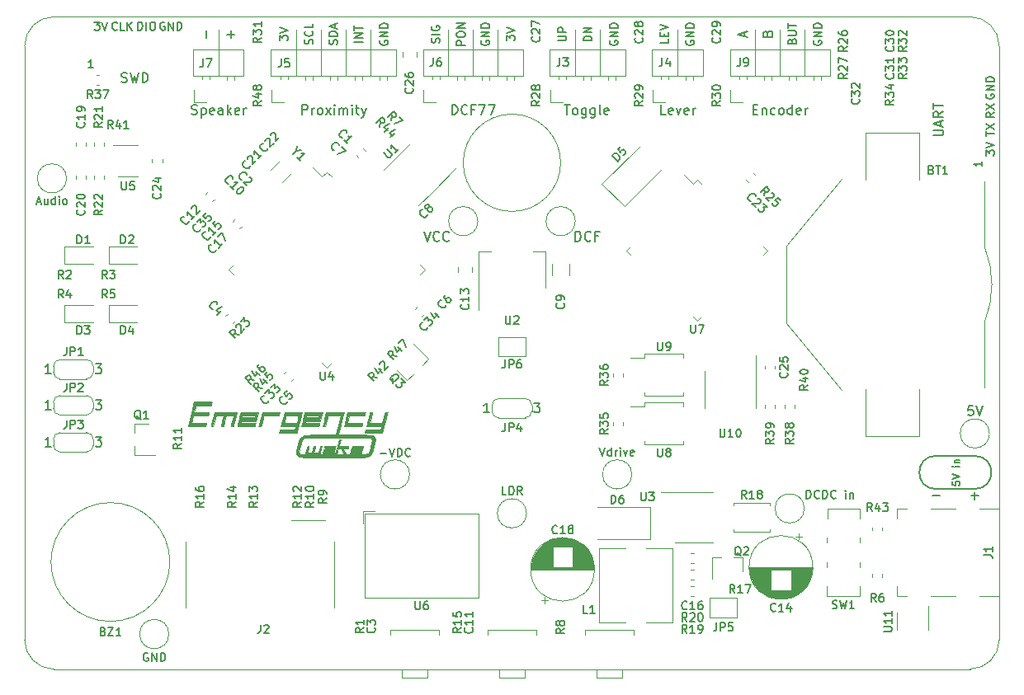
<source format=gbr>
G04 #@! TF.GenerationSoftware,KiCad,Pcbnew,5.1.5-52549c5~84~ubuntu16.04.1*
G04 #@! TF.CreationDate,2020-02-20T20:55:12+01:00*
G04 #@! TF.ProjectId,EmergencyWake,456d6572-6765-46e6-9379-57616b652e6b,rev?*
G04 #@! TF.SameCoordinates,PX5f5e100PY5f5e100*
G04 #@! TF.FileFunction,Legend,Top*
G04 #@! TF.FilePolarity,Positive*
%FSLAX46Y46*%
G04 Gerber Fmt 4.6, Leading zero omitted, Abs format (unit mm)*
G04 Created by KiCad (PCBNEW 5.1.5-52549c5~84~ubuntu16.04.1) date 2020-02-20 20:55:12*
%MOMM*%
%LPD*%
G04 APERTURE LIST*
%ADD10C,0.150000*%
%ADD11C,0.170000*%
%ADD12C,0.050000*%
%ADD13C,0.120000*%
%ADD14C,0.010000*%
G04 APERTURE END LIST*
D10*
X49413095Y-49084523D02*
X49008333Y-49084523D01*
X49008333Y-48234523D01*
X49696428Y-49084523D02*
X49696428Y-48234523D01*
X49898809Y-48234523D01*
X50020238Y-48275000D01*
X50101190Y-48355952D01*
X50141666Y-48436904D01*
X50182142Y-48598809D01*
X50182142Y-48720238D01*
X50141666Y-48882142D01*
X50101190Y-48963095D01*
X50020238Y-49044047D01*
X49898809Y-49084523D01*
X49696428Y-49084523D01*
X51032142Y-49084523D02*
X50748809Y-48679761D01*
X50546428Y-49084523D02*
X50546428Y-48234523D01*
X50870238Y-48234523D01*
X50951190Y-48275000D01*
X50991666Y-48315476D01*
X51032142Y-48396428D01*
X51032142Y-48517857D01*
X50991666Y-48598809D01*
X50951190Y-48639285D01*
X50870238Y-48679761D01*
X50546428Y-48679761D01*
X58978571Y-44234523D02*
X59261904Y-45084523D01*
X59545238Y-44234523D01*
X60192857Y-45084523D02*
X60192857Y-44234523D01*
X60192857Y-45044047D02*
X60111904Y-45084523D01*
X59950000Y-45084523D01*
X59869047Y-45044047D01*
X59828571Y-45003571D01*
X59788095Y-44922619D01*
X59788095Y-44679761D01*
X59828571Y-44598809D01*
X59869047Y-44558333D01*
X59950000Y-44517857D01*
X60111904Y-44517857D01*
X60192857Y-44558333D01*
X60597619Y-45084523D02*
X60597619Y-44517857D01*
X60597619Y-44679761D02*
X60638095Y-44598809D01*
X60678571Y-44558333D01*
X60759523Y-44517857D01*
X60840476Y-44517857D01*
X61123809Y-45084523D02*
X61123809Y-44517857D01*
X61123809Y-44234523D02*
X61083333Y-44275000D01*
X61123809Y-44315476D01*
X61164285Y-44275000D01*
X61123809Y-44234523D01*
X61123809Y-44315476D01*
X61447619Y-44517857D02*
X61650000Y-45084523D01*
X61852380Y-44517857D01*
X62500000Y-45044047D02*
X62419047Y-45084523D01*
X62257142Y-45084523D01*
X62176190Y-45044047D01*
X62135714Y-44963095D01*
X62135714Y-44639285D01*
X62176190Y-44558333D01*
X62257142Y-44517857D01*
X62419047Y-44517857D01*
X62500000Y-44558333D01*
X62540476Y-44639285D01*
X62540476Y-44720238D01*
X62135714Y-44801190D01*
X98634523Y-14247619D02*
X98634523Y-13721428D01*
X98958333Y-14004761D01*
X98958333Y-13883333D01*
X98998809Y-13802380D01*
X99039285Y-13761904D01*
X99120238Y-13721428D01*
X99322619Y-13721428D01*
X99403571Y-13761904D01*
X99444047Y-13802380D01*
X99484523Y-13883333D01*
X99484523Y-14126190D01*
X99444047Y-14207142D01*
X99403571Y-14247619D01*
X98634523Y-13478571D02*
X99484523Y-13195238D01*
X98634523Y-12911904D01*
X98675000Y-7947619D02*
X98634523Y-8028571D01*
X98634523Y-8150000D01*
X98675000Y-8271428D01*
X98755952Y-8352380D01*
X98836904Y-8392857D01*
X98998809Y-8433333D01*
X99120238Y-8433333D01*
X99282142Y-8392857D01*
X99363095Y-8352380D01*
X99444047Y-8271428D01*
X99484523Y-8150000D01*
X99484523Y-8069047D01*
X99444047Y-7947619D01*
X99403571Y-7907142D01*
X99120238Y-7907142D01*
X99120238Y-8069047D01*
X99484523Y-7542857D02*
X98634523Y-7542857D01*
X99484523Y-7057142D01*
X98634523Y-7057142D01*
X99484523Y-6652380D02*
X98634523Y-6652380D01*
X98634523Y-6450000D01*
X98675000Y-6328571D01*
X98755952Y-6247619D01*
X98836904Y-6207142D01*
X98998809Y-6166666D01*
X99120238Y-6166666D01*
X99282142Y-6207142D01*
X99363095Y-6247619D01*
X99444047Y-6328571D01*
X99484523Y-6450000D01*
X99484523Y-6652380D01*
X98634523Y-12247619D02*
X98634523Y-11761904D01*
X99484523Y-12004761D02*
X98634523Y-12004761D01*
X98634523Y-11559523D02*
X99484523Y-10992857D01*
X98634523Y-10992857D02*
X99484523Y-11559523D01*
X99484523Y-9841666D02*
X99079761Y-10125000D01*
X99484523Y-10327380D02*
X98634523Y-10327380D01*
X98634523Y-10003571D01*
X98675000Y-9922619D01*
X98715476Y-9882142D01*
X98796428Y-9841666D01*
X98917857Y-9841666D01*
X98998809Y-9882142D01*
X99039285Y-9922619D01*
X99079761Y-10003571D01*
X99079761Y-10327380D01*
X98634523Y-9558333D02*
X99484523Y-8991666D01*
X98634523Y-8991666D02*
X99484523Y-9558333D01*
X14352380Y-575000D02*
X14271428Y-534523D01*
X14150000Y-534523D01*
X14028571Y-575000D01*
X13947619Y-655952D01*
X13907142Y-736904D01*
X13866666Y-898809D01*
X13866666Y-1020238D01*
X13907142Y-1182142D01*
X13947619Y-1263095D01*
X14028571Y-1344047D01*
X14150000Y-1384523D01*
X14230952Y-1384523D01*
X14352380Y-1344047D01*
X14392857Y-1303571D01*
X14392857Y-1020238D01*
X14230952Y-1020238D01*
X14757142Y-1384523D02*
X14757142Y-534523D01*
X15242857Y-1384523D01*
X15242857Y-534523D01*
X15647619Y-1384523D02*
X15647619Y-534523D01*
X15850000Y-534523D01*
X15971428Y-575000D01*
X16052380Y-655952D01*
X16092857Y-736904D01*
X16133333Y-898809D01*
X16133333Y-1020238D01*
X16092857Y-1182142D01*
X16052380Y-1263095D01*
X15971428Y-1344047D01*
X15850000Y-1384523D01*
X15647619Y-1384523D01*
X11629761Y-1384523D02*
X11629761Y-534523D01*
X11832142Y-534523D01*
X11953571Y-575000D01*
X12034523Y-655952D01*
X12075000Y-736904D01*
X12115476Y-898809D01*
X12115476Y-1020238D01*
X12075000Y-1182142D01*
X12034523Y-1263095D01*
X11953571Y-1344047D01*
X11832142Y-1384523D01*
X11629761Y-1384523D01*
X12479761Y-1384523D02*
X12479761Y-534523D01*
X13046428Y-534523D02*
X13208333Y-534523D01*
X13289285Y-575000D01*
X13370238Y-655952D01*
X13410714Y-817857D01*
X13410714Y-1101190D01*
X13370238Y-1263095D01*
X13289285Y-1344047D01*
X13208333Y-1384523D01*
X13046428Y-1384523D01*
X12965476Y-1344047D01*
X12884523Y-1263095D01*
X12844047Y-1101190D01*
X12844047Y-817857D01*
X12884523Y-655952D01*
X12965476Y-575000D01*
X13046428Y-534523D01*
X9494047Y-1303571D02*
X9453571Y-1344047D01*
X9332142Y-1384523D01*
X9251190Y-1384523D01*
X9129761Y-1344047D01*
X9048809Y-1263095D01*
X9008333Y-1182142D01*
X8967857Y-1020238D01*
X8967857Y-898809D01*
X9008333Y-736904D01*
X9048809Y-655952D01*
X9129761Y-575000D01*
X9251190Y-534523D01*
X9332142Y-534523D01*
X9453571Y-575000D01*
X9494047Y-615476D01*
X10263095Y-1384523D02*
X9858333Y-1384523D01*
X9858333Y-534523D01*
X10546428Y-1384523D02*
X10546428Y-534523D01*
X11032142Y-1384523D02*
X10667857Y-898809D01*
X11032142Y-534523D02*
X10546428Y-1020238D01*
X7152380Y-534523D02*
X7678571Y-534523D01*
X7395238Y-858333D01*
X7516666Y-858333D01*
X7597619Y-898809D01*
X7638095Y-939285D01*
X7678571Y-1020238D01*
X7678571Y-1222619D01*
X7638095Y-1303571D01*
X7597619Y-1344047D01*
X7516666Y-1384523D01*
X7273809Y-1384523D01*
X7192857Y-1344047D01*
X7152380Y-1303571D01*
X7921428Y-534523D02*
X8204761Y-1384523D01*
X8488095Y-534523D01*
X93252380Y-12195238D02*
X94061904Y-12195238D01*
X94157142Y-12147619D01*
X94204761Y-12100000D01*
X94252380Y-12004761D01*
X94252380Y-11814285D01*
X94204761Y-11719047D01*
X94157142Y-11671428D01*
X94061904Y-11623809D01*
X93252380Y-11623809D01*
X93966666Y-11195238D02*
X93966666Y-10719047D01*
X94252380Y-11290476D02*
X93252380Y-10957142D01*
X94252380Y-10623809D01*
X94252380Y-9719047D02*
X93776190Y-10052380D01*
X94252380Y-10290476D02*
X93252380Y-10290476D01*
X93252380Y-9909523D01*
X93300000Y-9814285D01*
X93347619Y-9766666D01*
X93442857Y-9719047D01*
X93585714Y-9719047D01*
X93680952Y-9766666D01*
X93728571Y-9814285D01*
X93776190Y-9909523D01*
X93776190Y-10290476D01*
X93252380Y-9433333D02*
X93252380Y-8861904D01*
X94252380Y-9147619D02*
X93252380Y-9147619D01*
X9942857Y-6704761D02*
X10085714Y-6752380D01*
X10323809Y-6752380D01*
X10419047Y-6704761D01*
X10466666Y-6657142D01*
X10514285Y-6561904D01*
X10514285Y-6466666D01*
X10466666Y-6371428D01*
X10419047Y-6323809D01*
X10323809Y-6276190D01*
X10133333Y-6228571D01*
X10038095Y-6180952D01*
X9990476Y-6133333D01*
X9942857Y-6038095D01*
X9942857Y-5942857D01*
X9990476Y-5847619D01*
X10038095Y-5800000D01*
X10133333Y-5752380D01*
X10371428Y-5752380D01*
X10514285Y-5800000D01*
X10847619Y-5752380D02*
X11085714Y-6752380D01*
X11276190Y-6038095D01*
X11466666Y-6752380D01*
X11704761Y-5752380D01*
X12085714Y-6752380D02*
X12085714Y-5752380D01*
X12323809Y-5752380D01*
X12466666Y-5800000D01*
X12561904Y-5895238D01*
X12609523Y-5990476D01*
X12657142Y-6180952D01*
X12657142Y-6323809D01*
X12609523Y-6514285D01*
X12561904Y-6609523D01*
X12466666Y-6704761D01*
X12323809Y-6752380D01*
X12085714Y-6752380D01*
X36461904Y-44860714D02*
X37109523Y-44860714D01*
X37392857Y-44334523D02*
X37676190Y-45184523D01*
X37959523Y-44334523D01*
X38242857Y-45184523D02*
X38242857Y-44334523D01*
X38445238Y-44334523D01*
X38566666Y-44375000D01*
X38647619Y-44455952D01*
X38688095Y-44536904D01*
X38728571Y-44698809D01*
X38728571Y-44820238D01*
X38688095Y-44982142D01*
X38647619Y-45063095D01*
X38566666Y-45144047D01*
X38445238Y-45184523D01*
X38242857Y-45184523D01*
X39578571Y-45103571D02*
X39538095Y-45144047D01*
X39416666Y-45184523D01*
X39335714Y-45184523D01*
X39214285Y-45144047D01*
X39133333Y-45063095D01*
X39092857Y-44982142D01*
X39052380Y-44820238D01*
X39052380Y-44698809D01*
X39092857Y-44536904D01*
X39133333Y-44455952D01*
X39214285Y-44375000D01*
X39335714Y-44334523D01*
X39416666Y-44334523D01*
X39538095Y-44375000D01*
X39578571Y-44415476D01*
X80199880Y-49484523D02*
X80199880Y-48634523D01*
X80402261Y-48634523D01*
X80523690Y-48675000D01*
X80604642Y-48755952D01*
X80645119Y-48836904D01*
X80685595Y-48998809D01*
X80685595Y-49120238D01*
X80645119Y-49282142D01*
X80604642Y-49363095D01*
X80523690Y-49444047D01*
X80402261Y-49484523D01*
X80199880Y-49484523D01*
X81535595Y-49403571D02*
X81495119Y-49444047D01*
X81373690Y-49484523D01*
X81292738Y-49484523D01*
X81171309Y-49444047D01*
X81090357Y-49363095D01*
X81049880Y-49282142D01*
X81009404Y-49120238D01*
X81009404Y-48998809D01*
X81049880Y-48836904D01*
X81090357Y-48755952D01*
X81171309Y-48675000D01*
X81292738Y-48634523D01*
X81373690Y-48634523D01*
X81495119Y-48675000D01*
X81535595Y-48715476D01*
X81899880Y-49484523D02*
X81899880Y-48634523D01*
X82102261Y-48634523D01*
X82223690Y-48675000D01*
X82304642Y-48755952D01*
X82345119Y-48836904D01*
X82385595Y-48998809D01*
X82385595Y-49120238D01*
X82345119Y-49282142D01*
X82304642Y-49363095D01*
X82223690Y-49444047D01*
X82102261Y-49484523D01*
X81899880Y-49484523D01*
X83235595Y-49403571D02*
X83195119Y-49444047D01*
X83073690Y-49484523D01*
X82992738Y-49484523D01*
X82871309Y-49444047D01*
X82790357Y-49363095D01*
X82749880Y-49282142D01*
X82709404Y-49120238D01*
X82709404Y-48998809D01*
X82749880Y-48836904D01*
X82790357Y-48755952D01*
X82871309Y-48675000D01*
X82992738Y-48634523D01*
X83073690Y-48634523D01*
X83195119Y-48675000D01*
X83235595Y-48715476D01*
X84247500Y-49484523D02*
X84247500Y-48917857D01*
X84247500Y-48634523D02*
X84207023Y-48675000D01*
X84247500Y-48715476D01*
X84287976Y-48675000D01*
X84247500Y-48634523D01*
X84247500Y-48715476D01*
X84652261Y-48917857D02*
X84652261Y-49484523D01*
X84652261Y-48998809D02*
X84692738Y-48958333D01*
X84773690Y-48917857D01*
X84895119Y-48917857D01*
X84976071Y-48958333D01*
X85016547Y-49039285D01*
X85016547Y-49484523D01*
X93119047Y-49171428D02*
X93880952Y-49171428D01*
X97119047Y-49171428D02*
X97880952Y-49171428D01*
X97500000Y-49552380D02*
X97500000Y-48790476D01*
X97500000Y-45100000D02*
G75*
G02X97500000Y-48500000I0J-1700000D01*
G01*
X93500000Y-48500000D02*
G75*
G02X93500000Y-45100000I0J1700000D01*
G01*
X97500000Y-48500000D02*
X93500000Y-48500000D01*
X93500000Y-45100000D02*
X97500000Y-45100000D01*
D11*
X95189285Y-47746428D02*
X95189285Y-48103571D01*
X95546428Y-48139285D01*
X95510714Y-48103571D01*
X95475000Y-48032142D01*
X95475000Y-47853571D01*
X95510714Y-47782142D01*
X95546428Y-47746428D01*
X95617857Y-47710714D01*
X95796428Y-47710714D01*
X95867857Y-47746428D01*
X95903571Y-47782142D01*
X95939285Y-47853571D01*
X95939285Y-48032142D01*
X95903571Y-48103571D01*
X95867857Y-48139285D01*
X95189285Y-47496428D02*
X95939285Y-47246428D01*
X95189285Y-46996428D01*
X95939285Y-46175000D02*
X95439285Y-46175000D01*
X95189285Y-46175000D02*
X95225000Y-46210714D01*
X95260714Y-46175000D01*
X95225000Y-46139285D01*
X95189285Y-46175000D01*
X95260714Y-46175000D01*
X95439285Y-45817857D02*
X95939285Y-45817857D01*
X95510714Y-45817857D02*
X95475000Y-45782142D01*
X95439285Y-45710714D01*
X95439285Y-45603571D01*
X95475000Y-45532142D01*
X95546428Y-45496428D01*
X95939285Y-45496428D01*
D10*
X97309523Y-39952380D02*
X96833333Y-39952380D01*
X96785714Y-40428571D01*
X96833333Y-40380952D01*
X96928571Y-40333333D01*
X97166666Y-40333333D01*
X97261904Y-40380952D01*
X97309523Y-40428571D01*
X97357142Y-40523809D01*
X97357142Y-40761904D01*
X97309523Y-40857142D01*
X97261904Y-40904761D01*
X97166666Y-40952380D01*
X96928571Y-40952380D01*
X96833333Y-40904761D01*
X96785714Y-40857142D01*
X97642857Y-39952380D02*
X97976190Y-40952380D01*
X98309523Y-39952380D01*
X56509523Y-23052380D02*
X56509523Y-22052380D01*
X56747619Y-22052380D01*
X56890476Y-22100000D01*
X56985714Y-22195238D01*
X57033333Y-22290476D01*
X57080952Y-22480952D01*
X57080952Y-22623809D01*
X57033333Y-22814285D01*
X56985714Y-22909523D01*
X56890476Y-23004761D01*
X56747619Y-23052380D01*
X56509523Y-23052380D01*
X58080952Y-22957142D02*
X58033333Y-23004761D01*
X57890476Y-23052380D01*
X57795238Y-23052380D01*
X57652380Y-23004761D01*
X57557142Y-22909523D01*
X57509523Y-22814285D01*
X57461904Y-22623809D01*
X57461904Y-22480952D01*
X57509523Y-22290476D01*
X57557142Y-22195238D01*
X57652380Y-22100000D01*
X57795238Y-22052380D01*
X57890476Y-22052380D01*
X58033333Y-22100000D01*
X58080952Y-22147619D01*
X58842857Y-22528571D02*
X58509523Y-22528571D01*
X58509523Y-23052380D02*
X58509523Y-22052380D01*
X58985714Y-22052380D01*
X40966666Y-22052380D02*
X41300000Y-23052380D01*
X41633333Y-22052380D01*
X42538095Y-22957142D02*
X42490476Y-23004761D01*
X42347619Y-23052380D01*
X42252380Y-23052380D01*
X42109523Y-23004761D01*
X42014285Y-22909523D01*
X41966666Y-22814285D01*
X41919047Y-22623809D01*
X41919047Y-22480952D01*
X41966666Y-22290476D01*
X42014285Y-22195238D01*
X42109523Y-22100000D01*
X42252380Y-22052380D01*
X42347619Y-22052380D01*
X42490476Y-22100000D01*
X42538095Y-22147619D01*
X43538095Y-22957142D02*
X43490476Y-23004761D01*
X43347619Y-23052380D01*
X43252380Y-23052380D01*
X43109523Y-23004761D01*
X43014285Y-22909523D01*
X42966666Y-22814285D01*
X42919047Y-22623809D01*
X42919047Y-22480952D01*
X42966666Y-22290476D01*
X43014285Y-22195238D01*
X43109523Y-22100000D01*
X43252380Y-22052380D01*
X43347619Y-22052380D01*
X43490476Y-22100000D01*
X43538095Y-22147619D01*
X1241666Y-19041666D02*
X1646428Y-19041666D01*
X1160714Y-19284523D02*
X1444047Y-18434523D01*
X1727380Y-19284523D01*
X2375000Y-18717857D02*
X2375000Y-19284523D01*
X2010714Y-18717857D02*
X2010714Y-19163095D01*
X2051190Y-19244047D01*
X2132142Y-19284523D01*
X2253571Y-19284523D01*
X2334523Y-19244047D01*
X2375000Y-19203571D01*
X3144047Y-19284523D02*
X3144047Y-18434523D01*
X3144047Y-19244047D02*
X3063095Y-19284523D01*
X2901190Y-19284523D01*
X2820238Y-19244047D01*
X2779761Y-19203571D01*
X2739285Y-19122619D01*
X2739285Y-18879761D01*
X2779761Y-18798809D01*
X2820238Y-18758333D01*
X2901190Y-18717857D01*
X3063095Y-18717857D01*
X3144047Y-18758333D01*
X3548809Y-19284523D02*
X3548809Y-18717857D01*
X3548809Y-18434523D02*
X3508333Y-18475000D01*
X3548809Y-18515476D01*
X3589285Y-18475000D01*
X3548809Y-18434523D01*
X3548809Y-18515476D01*
X4075000Y-19284523D02*
X3994047Y-19244047D01*
X3953571Y-19203571D01*
X3913095Y-19122619D01*
X3913095Y-18879761D01*
X3953571Y-18798809D01*
X3994047Y-18758333D01*
X4075000Y-18717857D01*
X4196428Y-18717857D01*
X4277380Y-18758333D01*
X4317857Y-18798809D01*
X4358333Y-18879761D01*
X4358333Y-19122619D01*
X4317857Y-19203571D01*
X4277380Y-19244047D01*
X4196428Y-19284523D01*
X4075000Y-19284523D01*
X12652380Y-65375000D02*
X12571428Y-65334523D01*
X12450000Y-65334523D01*
X12328571Y-65375000D01*
X12247619Y-65455952D01*
X12207142Y-65536904D01*
X12166666Y-65698809D01*
X12166666Y-65820238D01*
X12207142Y-65982142D01*
X12247619Y-66063095D01*
X12328571Y-66144047D01*
X12450000Y-66184523D01*
X12530952Y-66184523D01*
X12652380Y-66144047D01*
X12692857Y-66103571D01*
X12692857Y-65820238D01*
X12530952Y-65820238D01*
X13057142Y-66184523D02*
X13057142Y-65334523D01*
X13542857Y-66184523D01*
X13542857Y-65334523D01*
X13947619Y-66184523D02*
X13947619Y-65334523D01*
X14150000Y-65334523D01*
X14271428Y-65375000D01*
X14352380Y-65455952D01*
X14392857Y-65536904D01*
X14433333Y-65698809D01*
X14433333Y-65820238D01*
X14392857Y-65982142D01*
X14352380Y-66063095D01*
X14271428Y-66144047D01*
X14150000Y-66184523D01*
X13947619Y-66184523D01*
X74761904Y-9528571D02*
X75095238Y-9528571D01*
X75238095Y-10052380D02*
X74761904Y-10052380D01*
X74761904Y-9052380D01*
X75238095Y-9052380D01*
X75666666Y-9385714D02*
X75666666Y-10052380D01*
X75666666Y-9480952D02*
X75714285Y-9433333D01*
X75809523Y-9385714D01*
X75952380Y-9385714D01*
X76047619Y-9433333D01*
X76095238Y-9528571D01*
X76095238Y-10052380D01*
X77000000Y-10004761D02*
X76904761Y-10052380D01*
X76714285Y-10052380D01*
X76619047Y-10004761D01*
X76571428Y-9957142D01*
X76523809Y-9861904D01*
X76523809Y-9576190D01*
X76571428Y-9480952D01*
X76619047Y-9433333D01*
X76714285Y-9385714D01*
X76904761Y-9385714D01*
X77000000Y-9433333D01*
X77571428Y-10052380D02*
X77476190Y-10004761D01*
X77428571Y-9957142D01*
X77380952Y-9861904D01*
X77380952Y-9576190D01*
X77428571Y-9480952D01*
X77476190Y-9433333D01*
X77571428Y-9385714D01*
X77714285Y-9385714D01*
X77809523Y-9433333D01*
X77857142Y-9480952D01*
X77904761Y-9576190D01*
X77904761Y-9861904D01*
X77857142Y-9957142D01*
X77809523Y-10004761D01*
X77714285Y-10052380D01*
X77571428Y-10052380D01*
X78761904Y-10052380D02*
X78761904Y-9052380D01*
X78761904Y-10004761D02*
X78666666Y-10052380D01*
X78476190Y-10052380D01*
X78380952Y-10004761D01*
X78333333Y-9957142D01*
X78285714Y-9861904D01*
X78285714Y-9576190D01*
X78333333Y-9480952D01*
X78380952Y-9433333D01*
X78476190Y-9385714D01*
X78666666Y-9385714D01*
X78761904Y-9433333D01*
X79619047Y-10004761D02*
X79523809Y-10052380D01*
X79333333Y-10052380D01*
X79238095Y-10004761D01*
X79190476Y-9909523D01*
X79190476Y-9528571D01*
X79238095Y-9433333D01*
X79333333Y-9385714D01*
X79523809Y-9385714D01*
X79619047Y-9433333D01*
X79666666Y-9528571D01*
X79666666Y-9623809D01*
X79190476Y-9719047D01*
X80095238Y-10052380D02*
X80095238Y-9385714D01*
X80095238Y-9576190D02*
X80142857Y-9480952D01*
X80190476Y-9433333D01*
X80285714Y-9385714D01*
X80380952Y-9385714D01*
X65761904Y-10052380D02*
X65285714Y-10052380D01*
X65285714Y-9052380D01*
X66476190Y-10004761D02*
X66380952Y-10052380D01*
X66190476Y-10052380D01*
X66095238Y-10004761D01*
X66047619Y-9909523D01*
X66047619Y-9528571D01*
X66095238Y-9433333D01*
X66190476Y-9385714D01*
X66380952Y-9385714D01*
X66476190Y-9433333D01*
X66523809Y-9528571D01*
X66523809Y-9623809D01*
X66047619Y-9719047D01*
X66857142Y-9385714D02*
X67095238Y-10052380D01*
X67333333Y-9385714D01*
X68095238Y-10004761D02*
X68000000Y-10052380D01*
X67809523Y-10052380D01*
X67714285Y-10004761D01*
X67666666Y-9909523D01*
X67666666Y-9528571D01*
X67714285Y-9433333D01*
X67809523Y-9385714D01*
X68000000Y-9385714D01*
X68095238Y-9433333D01*
X68142857Y-9528571D01*
X68142857Y-9623809D01*
X67666666Y-9719047D01*
X68571428Y-10052380D02*
X68571428Y-9385714D01*
X68571428Y-9576190D02*
X68619047Y-9480952D01*
X68666666Y-9433333D01*
X68761904Y-9385714D01*
X68857142Y-9385714D01*
X55366666Y-9052380D02*
X55938095Y-9052380D01*
X55652380Y-10052380D02*
X55652380Y-9052380D01*
X56414285Y-10052380D02*
X56319047Y-10004761D01*
X56271428Y-9957142D01*
X56223809Y-9861904D01*
X56223809Y-9576190D01*
X56271428Y-9480952D01*
X56319047Y-9433333D01*
X56414285Y-9385714D01*
X56557142Y-9385714D01*
X56652380Y-9433333D01*
X56700000Y-9480952D01*
X56747619Y-9576190D01*
X56747619Y-9861904D01*
X56700000Y-9957142D01*
X56652380Y-10004761D01*
X56557142Y-10052380D01*
X56414285Y-10052380D01*
X57604761Y-9385714D02*
X57604761Y-10195238D01*
X57557142Y-10290476D01*
X57509523Y-10338095D01*
X57414285Y-10385714D01*
X57271428Y-10385714D01*
X57176190Y-10338095D01*
X57604761Y-10004761D02*
X57509523Y-10052380D01*
X57319047Y-10052380D01*
X57223809Y-10004761D01*
X57176190Y-9957142D01*
X57128571Y-9861904D01*
X57128571Y-9576190D01*
X57176190Y-9480952D01*
X57223809Y-9433333D01*
X57319047Y-9385714D01*
X57509523Y-9385714D01*
X57604761Y-9433333D01*
X58509523Y-9385714D02*
X58509523Y-10195238D01*
X58461904Y-10290476D01*
X58414285Y-10338095D01*
X58319047Y-10385714D01*
X58176190Y-10385714D01*
X58080952Y-10338095D01*
X58509523Y-10004761D02*
X58414285Y-10052380D01*
X58223809Y-10052380D01*
X58128571Y-10004761D01*
X58080952Y-9957142D01*
X58033333Y-9861904D01*
X58033333Y-9576190D01*
X58080952Y-9480952D01*
X58128571Y-9433333D01*
X58223809Y-9385714D01*
X58414285Y-9385714D01*
X58509523Y-9433333D01*
X59128571Y-10052380D02*
X59033333Y-10004761D01*
X58985714Y-9909523D01*
X58985714Y-9052380D01*
X59890476Y-10004761D02*
X59795238Y-10052380D01*
X59604761Y-10052380D01*
X59509523Y-10004761D01*
X59461904Y-9909523D01*
X59461904Y-9528571D01*
X59509523Y-9433333D01*
X59604761Y-9385714D01*
X59795238Y-9385714D01*
X59890476Y-9433333D01*
X59938095Y-9528571D01*
X59938095Y-9623809D01*
X59461904Y-9719047D01*
X43857142Y-10052380D02*
X43857142Y-9052380D01*
X44095238Y-9052380D01*
X44238095Y-9100000D01*
X44333333Y-9195238D01*
X44380952Y-9290476D01*
X44428571Y-9480952D01*
X44428571Y-9623809D01*
X44380952Y-9814285D01*
X44333333Y-9909523D01*
X44238095Y-10004761D01*
X44095238Y-10052380D01*
X43857142Y-10052380D01*
X45428571Y-9957142D02*
X45380952Y-10004761D01*
X45238095Y-10052380D01*
X45142857Y-10052380D01*
X45000000Y-10004761D01*
X44904761Y-9909523D01*
X44857142Y-9814285D01*
X44809523Y-9623809D01*
X44809523Y-9480952D01*
X44857142Y-9290476D01*
X44904761Y-9195238D01*
X45000000Y-9100000D01*
X45142857Y-9052380D01*
X45238095Y-9052380D01*
X45380952Y-9100000D01*
X45428571Y-9147619D01*
X46190476Y-9528571D02*
X45857142Y-9528571D01*
X45857142Y-10052380D02*
X45857142Y-9052380D01*
X46333333Y-9052380D01*
X46619047Y-9052380D02*
X47285714Y-9052380D01*
X46857142Y-10052380D01*
X47571428Y-9052380D02*
X48238095Y-9052380D01*
X47809523Y-10052380D01*
X28461904Y-10052380D02*
X28461904Y-9052380D01*
X28842857Y-9052380D01*
X28938095Y-9100000D01*
X28985714Y-9147619D01*
X29033333Y-9242857D01*
X29033333Y-9385714D01*
X28985714Y-9480952D01*
X28938095Y-9528571D01*
X28842857Y-9576190D01*
X28461904Y-9576190D01*
X29461904Y-10052380D02*
X29461904Y-9385714D01*
X29461904Y-9576190D02*
X29509523Y-9480952D01*
X29557142Y-9433333D01*
X29652380Y-9385714D01*
X29747619Y-9385714D01*
X30223809Y-10052380D02*
X30128571Y-10004761D01*
X30080952Y-9957142D01*
X30033333Y-9861904D01*
X30033333Y-9576190D01*
X30080952Y-9480952D01*
X30128571Y-9433333D01*
X30223809Y-9385714D01*
X30366666Y-9385714D01*
X30461904Y-9433333D01*
X30509523Y-9480952D01*
X30557142Y-9576190D01*
X30557142Y-9861904D01*
X30509523Y-9957142D01*
X30461904Y-10004761D01*
X30366666Y-10052380D01*
X30223809Y-10052380D01*
X30890476Y-10052380D02*
X31414285Y-9385714D01*
X30890476Y-9385714D02*
X31414285Y-10052380D01*
X31795238Y-10052380D02*
X31795238Y-9385714D01*
X31795238Y-9052380D02*
X31747619Y-9100000D01*
X31795238Y-9147619D01*
X31842857Y-9100000D01*
X31795238Y-9052380D01*
X31795238Y-9147619D01*
X32271428Y-10052380D02*
X32271428Y-9385714D01*
X32271428Y-9480952D02*
X32319047Y-9433333D01*
X32414285Y-9385714D01*
X32557142Y-9385714D01*
X32652380Y-9433333D01*
X32700000Y-9528571D01*
X32700000Y-10052380D01*
X32700000Y-9528571D02*
X32747619Y-9433333D01*
X32842857Y-9385714D01*
X32985714Y-9385714D01*
X33080952Y-9433333D01*
X33128571Y-9528571D01*
X33128571Y-10052380D01*
X33604761Y-10052380D02*
X33604761Y-9385714D01*
X33604761Y-9052380D02*
X33557142Y-9100000D01*
X33604761Y-9147619D01*
X33652380Y-9100000D01*
X33604761Y-9052380D01*
X33604761Y-9147619D01*
X33938095Y-9385714D02*
X34319047Y-9385714D01*
X34080952Y-9052380D02*
X34080952Y-9909523D01*
X34128571Y-10004761D01*
X34223809Y-10052380D01*
X34319047Y-10052380D01*
X34557142Y-9385714D02*
X34795238Y-10052380D01*
X35033333Y-9385714D02*
X34795238Y-10052380D01*
X34700000Y-10290476D01*
X34652380Y-10338095D01*
X34557142Y-10385714D01*
X17138095Y-10004761D02*
X17280952Y-10052380D01*
X17519047Y-10052380D01*
X17614285Y-10004761D01*
X17661904Y-9957142D01*
X17709523Y-9861904D01*
X17709523Y-9766666D01*
X17661904Y-9671428D01*
X17614285Y-9623809D01*
X17519047Y-9576190D01*
X17328571Y-9528571D01*
X17233333Y-9480952D01*
X17185714Y-9433333D01*
X17138095Y-9338095D01*
X17138095Y-9242857D01*
X17185714Y-9147619D01*
X17233333Y-9100000D01*
X17328571Y-9052380D01*
X17566666Y-9052380D01*
X17709523Y-9100000D01*
X18138095Y-9385714D02*
X18138095Y-10385714D01*
X18138095Y-9433333D02*
X18233333Y-9385714D01*
X18423809Y-9385714D01*
X18519047Y-9433333D01*
X18566666Y-9480952D01*
X18614285Y-9576190D01*
X18614285Y-9861904D01*
X18566666Y-9957142D01*
X18519047Y-10004761D01*
X18423809Y-10052380D01*
X18233333Y-10052380D01*
X18138095Y-10004761D01*
X19423809Y-10004761D02*
X19328571Y-10052380D01*
X19138095Y-10052380D01*
X19042857Y-10004761D01*
X18995238Y-9909523D01*
X18995238Y-9528571D01*
X19042857Y-9433333D01*
X19138095Y-9385714D01*
X19328571Y-9385714D01*
X19423809Y-9433333D01*
X19471428Y-9528571D01*
X19471428Y-9623809D01*
X18995238Y-9719047D01*
X20328571Y-10052380D02*
X20328571Y-9528571D01*
X20280952Y-9433333D01*
X20185714Y-9385714D01*
X19995238Y-9385714D01*
X19900000Y-9433333D01*
X20328571Y-10004761D02*
X20233333Y-10052380D01*
X19995238Y-10052380D01*
X19900000Y-10004761D01*
X19852380Y-9909523D01*
X19852380Y-9814285D01*
X19900000Y-9719047D01*
X19995238Y-9671428D01*
X20233333Y-9671428D01*
X20328571Y-9623809D01*
X20804761Y-10052380D02*
X20804761Y-9052380D01*
X20900000Y-9671428D02*
X21185714Y-10052380D01*
X21185714Y-9385714D02*
X20804761Y-9766666D01*
X21995238Y-10004761D02*
X21900000Y-10052380D01*
X21709523Y-10052380D01*
X21614285Y-10004761D01*
X21566666Y-9909523D01*
X21566666Y-9528571D01*
X21614285Y-9433333D01*
X21709523Y-9385714D01*
X21900000Y-9385714D01*
X21995238Y-9433333D01*
X22042857Y-9528571D01*
X22042857Y-9623809D01*
X21566666Y-9719047D01*
X22471428Y-10052380D02*
X22471428Y-9385714D01*
X22471428Y-9576190D02*
X22519047Y-9480952D01*
X22566666Y-9433333D01*
X22661904Y-9385714D01*
X22757142Y-9385714D01*
D12*
X55000000Y-15000000D02*
G75*
G03X55000000Y-15000000I-5000000J0D01*
G01*
X3000000Y-67000000D02*
G75*
G02X0Y-64000000I0J3000000D01*
G01*
X100000000Y-64000000D02*
G75*
G02X97000000Y-67000000I-3000000J0D01*
G01*
X97000000Y0D02*
G75*
G02X100000000Y-3000000I0J-3000000D01*
G01*
X0Y-3000000D02*
G75*
G02X3000000Y0I3000000J0D01*
G01*
X0Y-64000000D02*
X0Y-3000000D01*
X97000000Y-67000000D02*
X3000000Y-67000000D01*
X100000000Y-3000000D02*
X100000000Y-64000000D01*
X3000000Y0D02*
X97000000Y0D01*
D13*
X92710000Y-63000000D02*
X92710000Y-60550000D01*
X89490000Y-61200000D02*
X89490000Y-63000000D01*
X30505025Y-16439916D02*
X29539824Y-15474716D01*
X31000000Y-15944942D02*
X30505025Y-16439916D01*
X31494975Y-16439916D02*
X31000000Y-15944942D01*
X41055058Y-26000000D02*
X40560084Y-26494975D01*
X40560084Y-25505025D02*
X41055058Y-26000000D01*
X20944942Y-26000000D02*
X21439916Y-25505025D01*
X21439916Y-26494975D02*
X20944942Y-26000000D01*
X31000000Y-36055058D02*
X31494975Y-35560084D01*
X30505025Y-35560084D02*
X31000000Y-36055058D01*
X40930000Y-8770000D02*
X40930000Y-7500000D01*
X42200000Y-8770000D02*
X40930000Y-8770000D01*
X50200000Y-6457071D02*
X50200000Y-6060000D01*
X49440000Y-6457071D02*
X49440000Y-6060000D01*
X48550000Y-6060000D02*
X48550000Y-3400000D01*
X47660000Y-6457071D02*
X47660000Y-6060000D01*
X46900000Y-6457071D02*
X46900000Y-6060000D01*
X46010000Y-6060000D02*
X46010000Y-3400000D01*
X45120000Y-6457071D02*
X45120000Y-6060000D01*
X44360000Y-6457071D02*
X44360000Y-6060000D01*
X43470000Y-6060000D02*
X43470000Y-3400000D01*
X42580000Y-6390000D02*
X42580000Y-6060000D01*
X41820000Y-6390000D02*
X41820000Y-6060000D01*
X40870000Y-3400000D02*
X40870000Y-6060000D01*
X51150000Y-3400000D02*
X40870000Y-3400000D01*
X51150000Y-6060000D02*
X51150000Y-3400000D01*
X40870000Y-6060000D02*
X51150000Y-6060000D01*
X43470000Y-3400000D02*
X43470000Y-1300000D01*
X46010000Y-3400000D02*
X46010000Y-1300000D01*
X48550000Y-3400000D02*
X48550000Y-1300000D01*
X37500000Y-63500000D02*
X37500000Y-63000000D01*
X37500000Y-63000000D02*
X42500000Y-63000000D01*
X42500000Y-63000000D02*
X42500000Y-63500000D01*
X37500000Y-67000000D02*
X42500000Y-67000000D01*
X38700000Y-67100000D02*
X38700000Y-67900000D01*
X38700000Y-67900000D02*
X41300000Y-67900000D01*
X41300000Y-67900000D02*
X41300000Y-67000000D01*
X47500000Y-63500000D02*
X47500000Y-63000000D01*
X47500000Y-63000000D02*
X52500000Y-63000000D01*
X52500000Y-63000000D02*
X52500000Y-63500000D01*
X47500000Y-67000000D02*
X52500000Y-67000000D01*
X48700000Y-67100000D02*
X48700000Y-67900000D01*
X48700000Y-67900000D02*
X51300000Y-67900000D01*
X51300000Y-67900000D02*
X51300000Y-67000000D01*
X57500000Y-63500000D02*
X57500000Y-63000000D01*
X57500000Y-63000000D02*
X62500000Y-63000000D01*
X62500000Y-63000000D02*
X62500000Y-63500000D01*
X57500000Y-67000000D02*
X62500000Y-67000000D01*
X58700000Y-67100000D02*
X58700000Y-67900000D01*
X58700000Y-67900000D02*
X61300000Y-67900000D01*
X61300000Y-67900000D02*
X61300000Y-67000000D01*
X58900000Y-54600000D02*
X61650000Y-54600000D01*
X58900000Y-62200000D02*
X61650000Y-62200000D01*
X58900000Y-54600000D02*
X58900000Y-62200000D01*
X63750000Y-62200000D02*
X66500000Y-62200000D01*
X66500000Y-54600000D02*
X66500000Y-62200000D01*
X63750000Y-54600000D02*
X66500000Y-54600000D01*
X91750000Y-43050000D02*
X91750000Y-38250000D01*
X86250000Y-43050000D02*
X91750000Y-43050000D01*
X86250000Y-38250000D02*
X86250000Y-43050000D01*
X86250000Y-11950000D02*
X86250000Y-16750000D01*
X91750000Y-11950000D02*
X86250000Y-11950000D01*
X91750000Y-16750000D02*
X91750000Y-11950000D01*
X98500000Y-38050000D02*
X98500000Y-31350000D01*
X98501464Y-23653615D02*
G75*
G02X98500000Y-31350000I-9501464J-3846385D01*
G01*
X98500000Y-16950000D02*
X98500000Y-23650000D01*
X78150000Y-31450000D02*
X83800000Y-38300000D01*
X78150000Y-23550000D02*
X78150000Y-31450000D01*
X83800000Y-16700000D02*
X78150000Y-23550000D01*
X16500000Y-60700000D02*
X16500000Y-53900000D01*
X31800000Y-60700000D02*
X31800000Y-53900000D01*
X16500000Y-67000000D02*
X31800000Y-67000000D01*
X30800000Y-51700000D02*
X27400000Y-51700000D01*
X100000000Y-59500000D02*
X100000000Y-50500000D01*
X100000000Y-59500000D02*
X98000000Y-59500000D01*
X95500000Y-59500000D02*
X93000000Y-59500000D01*
X90500000Y-59500000D02*
X89500000Y-59500000D01*
X89500000Y-59500000D02*
X89500000Y-58500000D01*
X89500000Y-51500000D02*
X89500000Y-50500000D01*
X89500000Y-50500000D02*
X90500000Y-50500000D01*
X93000000Y-50500000D02*
X95500000Y-50500000D01*
X98000000Y-50500000D02*
X100000000Y-50500000D01*
X72700000Y-49900000D02*
X72700000Y-50200000D01*
X76500000Y-49900000D02*
X76500000Y-50200000D01*
X72700000Y-52900000D02*
X72700000Y-52600000D01*
X76500000Y-52900000D02*
X76500000Y-52600000D01*
X72700000Y-52900000D02*
X76500000Y-52900000D01*
X76500000Y-49900000D02*
X72700000Y-49900000D01*
X25330000Y-8770000D02*
X25330000Y-7500000D01*
X26600000Y-8770000D02*
X25330000Y-8770000D01*
X37140000Y-6457071D02*
X37140000Y-6060000D01*
X36380000Y-6457071D02*
X36380000Y-6060000D01*
X35490000Y-6060000D02*
X35490000Y-3400000D01*
X34600000Y-6457071D02*
X34600000Y-6060000D01*
X33840000Y-6457071D02*
X33840000Y-6060000D01*
X32950000Y-6060000D02*
X32950000Y-3400000D01*
X32060000Y-6457071D02*
X32060000Y-6060000D01*
X31300000Y-6457071D02*
X31300000Y-6060000D01*
X30410000Y-6060000D02*
X30410000Y-3400000D01*
X29520000Y-6457071D02*
X29520000Y-6060000D01*
X28760000Y-6457071D02*
X28760000Y-6060000D01*
X27870000Y-6060000D02*
X27870000Y-3400000D01*
X26980000Y-6390000D02*
X26980000Y-6060000D01*
X26220000Y-6390000D02*
X26220000Y-6060000D01*
X25270000Y-3400000D02*
X25270000Y-6060000D01*
X38090000Y-3400000D02*
X25270000Y-3400000D01*
X38090000Y-6060000D02*
X38090000Y-3400000D01*
X25270000Y-6060000D02*
X38090000Y-6060000D01*
X27870000Y-3400000D02*
X27870000Y-1300000D01*
X30410000Y-3400000D02*
X30410000Y-1300000D01*
X32950000Y-3400000D02*
X32950000Y-1300000D01*
X35490000Y-3400000D02*
X35490000Y-1300000D01*
X39220172Y-37354630D02*
X38187797Y-36322254D01*
X41454630Y-35120172D02*
X39927279Y-33592822D01*
X41454630Y-35120172D02*
X40797021Y-35777782D01*
X39220172Y-37354630D02*
X39877782Y-36697021D01*
X72430000Y-8770000D02*
X72430000Y-7500000D01*
X73700000Y-8770000D02*
X72430000Y-8770000D01*
X81700000Y-6457071D02*
X81700000Y-6060000D01*
X80940000Y-6457071D02*
X80940000Y-6060000D01*
X80050000Y-6060000D02*
X80050000Y-3400000D01*
X79160000Y-6457071D02*
X79160000Y-6060000D01*
X78400000Y-6457071D02*
X78400000Y-6060000D01*
X77510000Y-6060000D02*
X77510000Y-3400000D01*
X76620000Y-6457071D02*
X76620000Y-6060000D01*
X75860000Y-6457071D02*
X75860000Y-6060000D01*
X74970000Y-6060000D02*
X74970000Y-3400000D01*
X74080000Y-6390000D02*
X74080000Y-6060000D01*
X73320000Y-6390000D02*
X73320000Y-6060000D01*
X72370000Y-3400000D02*
X72370000Y-6060000D01*
X82650000Y-3400000D02*
X72370000Y-3400000D01*
X82650000Y-6060000D02*
X82650000Y-3400000D01*
X72370000Y-6060000D02*
X82650000Y-6060000D01*
X74970000Y-3400000D02*
X74970000Y-1300000D01*
X77510000Y-3400000D02*
X77510000Y-1300000D01*
X80050000Y-3400000D02*
X80050000Y-1300000D01*
X64430000Y-8770000D02*
X64430000Y-7500000D01*
X65700000Y-8770000D02*
X64430000Y-8770000D01*
X68620000Y-6457071D02*
X68620000Y-6060000D01*
X67860000Y-6457071D02*
X67860000Y-6060000D01*
X66970000Y-6060000D02*
X66970000Y-3400000D01*
X66080000Y-6390000D02*
X66080000Y-6060000D01*
X65320000Y-6390000D02*
X65320000Y-6060000D01*
X64370000Y-3400000D02*
X64370000Y-6060000D01*
X69570000Y-3400000D02*
X64370000Y-3400000D01*
X69570000Y-6060000D02*
X69570000Y-3400000D01*
X64370000Y-6060000D02*
X69570000Y-6060000D01*
X66970000Y-3400000D02*
X66970000Y-1300000D01*
X53930000Y-8770000D02*
X53930000Y-7500000D01*
X55200000Y-8770000D02*
X53930000Y-8770000D01*
X60660000Y-6457071D02*
X60660000Y-6060000D01*
X59900000Y-6457071D02*
X59900000Y-6060000D01*
X59010000Y-6060000D02*
X59010000Y-3400000D01*
X58120000Y-6457071D02*
X58120000Y-6060000D01*
X57360000Y-6457071D02*
X57360000Y-6060000D01*
X56470000Y-6060000D02*
X56470000Y-3400000D01*
X55580000Y-6390000D02*
X55580000Y-6060000D01*
X54820000Y-6390000D02*
X54820000Y-6060000D01*
X53870000Y-3400000D02*
X53870000Y-6060000D01*
X61610000Y-3400000D02*
X53870000Y-3400000D01*
X61610000Y-6060000D02*
X61610000Y-3400000D01*
X53870000Y-6060000D02*
X61610000Y-6060000D01*
X56470000Y-3400000D02*
X56470000Y-1300000D01*
X59010000Y-3400000D02*
X59010000Y-1300000D01*
X17330000Y-8770000D02*
X17330000Y-7500000D01*
X18600000Y-8770000D02*
X17330000Y-8770000D01*
X21520000Y-6457071D02*
X21520000Y-6060000D01*
X20760000Y-6457071D02*
X20760000Y-6060000D01*
X19870000Y-6060000D02*
X19870000Y-3400000D01*
X18980000Y-6390000D02*
X18980000Y-6060000D01*
X18220000Y-6390000D02*
X18220000Y-6060000D01*
X17270000Y-3400000D02*
X17270000Y-6060000D01*
X22470000Y-3400000D02*
X17270000Y-3400000D01*
X22470000Y-6060000D02*
X22470000Y-3400000D01*
X17270000Y-6060000D02*
X22470000Y-6060000D01*
X19870000Y-3400000D02*
X19870000Y-1300000D01*
X26854478Y-36424273D02*
X26624273Y-36654478D01*
X27575727Y-37145522D02*
X27345522Y-37375727D01*
X40254478Y-29824273D02*
X40024273Y-30054478D01*
X40975727Y-30545522D02*
X40745522Y-30775727D01*
X34690000Y-50800000D02*
X35930000Y-50800000D01*
X34690000Y-52040000D02*
X34690000Y-50800000D01*
X46550000Y-51040000D02*
X46550000Y-59660000D01*
X34930000Y-51040000D02*
X34930000Y-59660000D01*
X34930000Y-59660000D02*
X46550000Y-59660000D01*
X34930000Y-51040000D02*
X46550000Y-51040000D01*
X11240000Y-41820000D02*
X12700000Y-41820000D01*
X11240000Y-44980000D02*
X13400000Y-44980000D01*
X11240000Y-44980000D02*
X11240000Y-44050000D01*
X11240000Y-41820000D02*
X11240000Y-42750000D01*
X51400000Y-34900000D02*
X48600000Y-34900000D01*
X48600000Y-34900000D02*
X48600000Y-32900000D01*
X48600000Y-32900000D02*
X51400000Y-32900000D01*
X51400000Y-32900000D02*
X51400000Y-34900000D01*
X68700000Y-48840000D02*
X65250000Y-48840000D01*
X68700000Y-48840000D02*
X70650000Y-48840000D01*
X68700000Y-53960000D02*
X66750000Y-53960000D01*
X68700000Y-53960000D02*
X70650000Y-53960000D01*
X70300000Y-59700000D02*
X73100000Y-59700000D01*
X73100000Y-59700000D02*
X73100000Y-61700000D01*
X73100000Y-61700000D02*
X70300000Y-61700000D01*
X70300000Y-61700000D02*
X70300000Y-59700000D01*
X88010000Y-52762779D02*
X88010000Y-52437221D01*
X86990000Y-52762779D02*
X86990000Y-52437221D01*
X86990000Y-57237221D02*
X86990000Y-57562779D01*
X88010000Y-57237221D02*
X88010000Y-57562779D01*
D14*
G36*
X34937191Y-40662652D02*
G01*
X34928221Y-40700002D01*
X34914007Y-40760393D01*
X34897446Y-40831508D01*
X34895546Y-40839714D01*
X34864057Y-40975786D01*
X34091366Y-40980514D01*
X33318674Y-40985243D01*
X33137922Y-41683357D01*
X34675022Y-41692819D01*
X34664957Y-41733445D01*
X34656035Y-41770601D01*
X34641860Y-41830836D01*
X34625319Y-41901868D01*
X34623402Y-41910143D01*
X34591913Y-42046214D01*
X33689354Y-42050920D01*
X32786795Y-42055625D01*
X32799485Y-42005563D01*
X32806674Y-41976980D01*
X32821609Y-41917435D01*
X32843228Y-41831165D01*
X32870470Y-41722410D01*
X32902272Y-41595407D01*
X32937573Y-41454395D01*
X32975311Y-41303612D01*
X32977896Y-41293286D01*
X33143617Y-40631072D01*
X34045482Y-40626366D01*
X34947348Y-40621661D01*
X34937191Y-40662652D01*
G37*
X34937191Y-40662652D02*
X34928221Y-40700002D01*
X34914007Y-40760393D01*
X34897446Y-40831508D01*
X34895546Y-40839714D01*
X34864057Y-40975786D01*
X34091366Y-40980514D01*
X33318674Y-40985243D01*
X33137922Y-41683357D01*
X34675022Y-41692819D01*
X34664957Y-41733445D01*
X34656035Y-41770601D01*
X34641860Y-41830836D01*
X34625319Y-41901868D01*
X34623402Y-41910143D01*
X34591913Y-42046214D01*
X33689354Y-42050920D01*
X32786795Y-42055625D01*
X32799485Y-42005563D01*
X32806674Y-41976980D01*
X32821609Y-41917435D01*
X32843228Y-41831165D01*
X32870470Y-41722410D01*
X32902272Y-41595407D01*
X32937573Y-41454395D01*
X32975311Y-41303612D01*
X32977896Y-41293286D01*
X33143617Y-40631072D01*
X34045482Y-40626366D01*
X34947348Y-40621661D01*
X34937191Y-40662652D01*
G36*
X30545751Y-40661996D02*
G01*
X30537755Y-40690683D01*
X30522352Y-40749010D01*
X30500976Y-40831428D01*
X30475062Y-40932385D01*
X30446046Y-41046332D01*
X30429619Y-41111202D01*
X30326290Y-41520071D01*
X29554063Y-41524801D01*
X28781837Y-41529530D01*
X28769985Y-41579229D01*
X28757595Y-41628415D01*
X28748701Y-41660679D01*
X28748144Y-41668391D01*
X28753582Y-41674747D01*
X28768160Y-41679875D01*
X28795023Y-41683908D01*
X28837316Y-41686975D01*
X28898186Y-41689207D01*
X28980778Y-41690735D01*
X29088236Y-41691690D01*
X29223707Y-41692203D01*
X29390336Y-41692404D01*
X29512786Y-41692429D01*
X29700672Y-41692500D01*
X29855419Y-41692801D01*
X29980173Y-41693462D01*
X30078081Y-41694615D01*
X30152288Y-41696389D01*
X30205940Y-41698916D01*
X30242185Y-41702326D01*
X30264168Y-41706750D01*
X30275036Y-41712319D01*
X30277935Y-41719163D01*
X30277088Y-41724179D01*
X30266856Y-41761945D01*
X30253124Y-41815475D01*
X30249873Y-41828500D01*
X30232850Y-41896169D01*
X30214449Y-41968002D01*
X30211808Y-41978179D01*
X30191744Y-42055286D01*
X28396309Y-42055286D01*
X28409225Y-42005393D01*
X28416432Y-41976838D01*
X28431316Y-41917304D01*
X28452823Y-41831032D01*
X28479896Y-41722261D01*
X28511481Y-41595232D01*
X28546522Y-41454185D01*
X28583963Y-41303360D01*
X28586463Y-41293286D01*
X28623604Y-41143607D01*
X28886958Y-41143607D01*
X28894479Y-41149897D01*
X28919026Y-41154992D01*
X28963482Y-41158996D01*
X29030731Y-41162013D01*
X29123658Y-41164144D01*
X29245146Y-41165493D01*
X29398079Y-41166164D01*
X29521004Y-41166286D01*
X30155151Y-41166286D01*
X30174046Y-41098250D01*
X30186395Y-41048350D01*
X30192797Y-41011877D01*
X30193042Y-41007536D01*
X30185521Y-41001246D01*
X30160974Y-40996151D01*
X30116518Y-40992147D01*
X30049269Y-40989130D01*
X29956342Y-40986999D01*
X29834854Y-40985650D01*
X29681921Y-40984979D01*
X29558996Y-40984857D01*
X28924848Y-40984857D01*
X28905954Y-41052893D01*
X28893605Y-41102793D01*
X28887203Y-41139266D01*
X28886958Y-41143607D01*
X28623604Y-41143607D01*
X28750786Y-40631072D01*
X29654669Y-40626366D01*
X30558553Y-40621660D01*
X30545751Y-40661996D01*
G37*
X30545751Y-40661996D02*
X30537755Y-40690683D01*
X30522352Y-40749010D01*
X30500976Y-40831428D01*
X30475062Y-40932385D01*
X30446046Y-41046332D01*
X30429619Y-41111202D01*
X30326290Y-41520071D01*
X29554063Y-41524801D01*
X28781837Y-41529530D01*
X28769985Y-41579229D01*
X28757595Y-41628415D01*
X28748701Y-41660679D01*
X28748144Y-41668391D01*
X28753582Y-41674747D01*
X28768160Y-41679875D01*
X28795023Y-41683908D01*
X28837316Y-41686975D01*
X28898186Y-41689207D01*
X28980778Y-41690735D01*
X29088236Y-41691690D01*
X29223707Y-41692203D01*
X29390336Y-41692404D01*
X29512786Y-41692429D01*
X29700672Y-41692500D01*
X29855419Y-41692801D01*
X29980173Y-41693462D01*
X30078081Y-41694615D01*
X30152288Y-41696389D01*
X30205940Y-41698916D01*
X30242185Y-41702326D01*
X30264168Y-41706750D01*
X30275036Y-41712319D01*
X30277935Y-41719163D01*
X30277088Y-41724179D01*
X30266856Y-41761945D01*
X30253124Y-41815475D01*
X30249873Y-41828500D01*
X30232850Y-41896169D01*
X30214449Y-41968002D01*
X30211808Y-41978179D01*
X30191744Y-42055286D01*
X28396309Y-42055286D01*
X28409225Y-42005393D01*
X28416432Y-41976838D01*
X28431316Y-41917304D01*
X28452823Y-41831032D01*
X28479896Y-41722261D01*
X28511481Y-41595232D01*
X28546522Y-41454185D01*
X28583963Y-41303360D01*
X28586463Y-41293286D01*
X28623604Y-41143607D01*
X28886958Y-41143607D01*
X28894479Y-41149897D01*
X28919026Y-41154992D01*
X28963482Y-41158996D01*
X29030731Y-41162013D01*
X29123658Y-41164144D01*
X29245146Y-41165493D01*
X29398079Y-41166164D01*
X29521004Y-41166286D01*
X30155151Y-41166286D01*
X30174046Y-41098250D01*
X30186395Y-41048350D01*
X30192797Y-41011877D01*
X30193042Y-41007536D01*
X30185521Y-41001246D01*
X30160974Y-40996151D01*
X30116518Y-40992147D01*
X30049269Y-40989130D01*
X29956342Y-40986999D01*
X29834854Y-40985650D01*
X29681921Y-40984979D01*
X29558996Y-40984857D01*
X28924848Y-40984857D01*
X28905954Y-41052893D01*
X28893605Y-41102793D01*
X28887203Y-41139266D01*
X28886958Y-41143607D01*
X28623604Y-41143607D01*
X28750786Y-40631072D01*
X29654669Y-40626366D01*
X30558553Y-40621660D01*
X30545751Y-40661996D01*
G36*
X26134815Y-40735393D02*
G01*
X26117842Y-40808380D01*
X26100960Y-40878223D01*
X26091187Y-40916821D01*
X26073316Y-40984857D01*
X24533970Y-40984857D01*
X24516416Y-41052893D01*
X24507086Y-41089275D01*
X24490276Y-41155053D01*
X24467456Y-41244463D01*
X24440098Y-41351736D01*
X24409673Y-41471105D01*
X24387955Y-41556357D01*
X24356889Y-41678104D01*
X24328404Y-41789311D01*
X24303843Y-41884777D01*
X24284545Y-41959299D01*
X24271853Y-42007676D01*
X24267516Y-42023536D01*
X24256378Y-42040608D01*
X24230487Y-42050351D01*
X24181898Y-42054599D01*
X24130090Y-42055286D01*
X24063297Y-42054286D01*
X24025726Y-42050045D01*
X24010342Y-42040695D01*
X24010106Y-42024373D01*
X24010315Y-42023536D01*
X24016391Y-41999334D01*
X24030236Y-41943938D01*
X24050848Y-41861364D01*
X24077225Y-41755628D01*
X24108365Y-41630746D01*
X24143267Y-41490733D01*
X24180928Y-41339606D01*
X24189079Y-41306893D01*
X24359724Y-40622000D01*
X26160571Y-40622000D01*
X26134815Y-40735393D01*
G37*
X26134815Y-40735393D02*
X26117842Y-40808380D01*
X26100960Y-40878223D01*
X26091187Y-40916821D01*
X26073316Y-40984857D01*
X24533970Y-40984857D01*
X24516416Y-41052893D01*
X24507086Y-41089275D01*
X24490276Y-41155053D01*
X24467456Y-41244463D01*
X24440098Y-41351736D01*
X24409673Y-41471105D01*
X24387955Y-41556357D01*
X24356889Y-41678104D01*
X24328404Y-41789311D01*
X24303843Y-41884777D01*
X24284545Y-41959299D01*
X24271853Y-42007676D01*
X24267516Y-42023536D01*
X24256378Y-42040608D01*
X24230487Y-42050351D01*
X24181898Y-42054599D01*
X24130090Y-42055286D01*
X24063297Y-42054286D01*
X24025726Y-42050045D01*
X24010342Y-42040695D01*
X24010106Y-42024373D01*
X24010315Y-42023536D01*
X24016391Y-41999334D01*
X24030236Y-41943938D01*
X24050848Y-41861364D01*
X24077225Y-41755628D01*
X24108365Y-41630746D01*
X24143267Y-41490733D01*
X24180928Y-41339606D01*
X24189079Y-41306893D01*
X24359724Y-40622000D01*
X26160571Y-40622000D01*
X26134815Y-40735393D01*
G36*
X23869169Y-41004345D02*
G01*
X23839113Y-41121531D01*
X23810952Y-41231021D01*
X23786332Y-41326437D01*
X23766899Y-41401402D01*
X23754300Y-41449538D01*
X23752066Y-41457916D01*
X23732887Y-41529143D01*
X22196076Y-41529143D01*
X22184177Y-41579036D01*
X22171779Y-41628259D01*
X22162844Y-41660679D01*
X22162285Y-41668405D01*
X22167731Y-41674770D01*
X22182332Y-41679903D01*
X22209241Y-41683936D01*
X22251608Y-41687001D01*
X22312586Y-41689229D01*
X22395326Y-41690752D01*
X22502978Y-41691702D01*
X22638696Y-41692209D01*
X22805629Y-41692405D01*
X22923853Y-41692429D01*
X23694293Y-41692429D01*
X23661783Y-41823964D01*
X23644078Y-41896136D01*
X23628450Y-41960775D01*
X23618181Y-42004307D01*
X23617934Y-42005393D01*
X23606594Y-42055286D01*
X22706753Y-42055286D01*
X22502750Y-42055227D01*
X22332106Y-42054980D01*
X22191893Y-42054442D01*
X22079184Y-42053507D01*
X21991052Y-42052073D01*
X21924568Y-42050034D01*
X21876807Y-42047286D01*
X21844840Y-42043725D01*
X21825740Y-42039247D01*
X21816581Y-42033748D01*
X21814434Y-42027123D01*
X21815029Y-42023536D01*
X21821106Y-41999334D01*
X21834951Y-41943938D01*
X21855562Y-41861364D01*
X21881939Y-41755628D01*
X21913079Y-41630746D01*
X21947981Y-41490733D01*
X21985642Y-41339606D01*
X21993793Y-41306893D01*
X22034476Y-41143607D01*
X22301101Y-41143607D01*
X22308626Y-41149906D01*
X22333188Y-41155007D01*
X22377674Y-41159014D01*
X22444972Y-41162029D01*
X22537971Y-41164158D01*
X22659558Y-41165503D01*
X22812621Y-41166169D01*
X22933128Y-41166286D01*
X23565256Y-41166286D01*
X23586271Y-41096145D01*
X23599725Y-41046439D01*
X23606913Y-41010532D01*
X23607286Y-41005431D01*
X23595975Y-40999502D01*
X23560653Y-40994682D01*
X23499237Y-40990905D01*
X23409646Y-40988101D01*
X23289797Y-40986205D01*
X23137606Y-40985147D01*
X22973138Y-40984857D01*
X22338991Y-40984857D01*
X22320097Y-41052893D01*
X22307748Y-41102793D01*
X22301345Y-41139266D01*
X22301101Y-41143607D01*
X22034476Y-41143607D01*
X22164439Y-40622000D01*
X23967091Y-40622000D01*
X23869169Y-41004345D01*
G37*
X23869169Y-41004345D02*
X23839113Y-41121531D01*
X23810952Y-41231021D01*
X23786332Y-41326437D01*
X23766899Y-41401402D01*
X23754300Y-41449538D01*
X23752066Y-41457916D01*
X23732887Y-41529143D01*
X22196076Y-41529143D01*
X22184177Y-41579036D01*
X22171779Y-41628259D01*
X22162844Y-41660679D01*
X22162285Y-41668405D01*
X22167731Y-41674770D01*
X22182332Y-41679903D01*
X22209241Y-41683936D01*
X22251608Y-41687001D01*
X22312586Y-41689229D01*
X22395326Y-41690752D01*
X22502978Y-41691702D01*
X22638696Y-41692209D01*
X22805629Y-41692405D01*
X22923853Y-41692429D01*
X23694293Y-41692429D01*
X23661783Y-41823964D01*
X23644078Y-41896136D01*
X23628450Y-41960775D01*
X23618181Y-42004307D01*
X23617934Y-42005393D01*
X23606594Y-42055286D01*
X22706753Y-42055286D01*
X22502750Y-42055227D01*
X22332106Y-42054980D01*
X22191893Y-42054442D01*
X22079184Y-42053507D01*
X21991052Y-42052073D01*
X21924568Y-42050034D01*
X21876807Y-42047286D01*
X21844840Y-42043725D01*
X21825740Y-42039247D01*
X21816581Y-42033748D01*
X21814434Y-42027123D01*
X21815029Y-42023536D01*
X21821106Y-41999334D01*
X21834951Y-41943938D01*
X21855562Y-41861364D01*
X21881939Y-41755628D01*
X21913079Y-41630746D01*
X21947981Y-41490733D01*
X21985642Y-41339606D01*
X21993793Y-41306893D01*
X22034476Y-41143607D01*
X22301101Y-41143607D01*
X22308626Y-41149906D01*
X22333188Y-41155007D01*
X22377674Y-41159014D01*
X22444972Y-41162029D01*
X22537971Y-41164158D01*
X22659558Y-41165503D01*
X22812621Y-41166169D01*
X22933128Y-41166286D01*
X23565256Y-41166286D01*
X23586271Y-41096145D01*
X23599725Y-41046439D01*
X23606913Y-41010532D01*
X23607286Y-41005431D01*
X23595975Y-40999502D01*
X23560653Y-40994682D01*
X23499237Y-40990905D01*
X23409646Y-40988101D01*
X23289797Y-40986205D01*
X23137606Y-40985147D01*
X22973138Y-40984857D01*
X22338991Y-40984857D01*
X22320097Y-41052893D01*
X22307748Y-41102793D01*
X22301345Y-41139266D01*
X22301101Y-41143607D01*
X22034476Y-41143607D01*
X22164439Y-40622000D01*
X23967091Y-40622000D01*
X23869169Y-41004345D01*
G36*
X21608521Y-41270607D02*
G01*
X21570860Y-41421295D01*
X21535318Y-41563309D01*
X21503009Y-41692204D01*
X21475052Y-41803537D01*
X21452560Y-41892863D01*
X21436652Y-41955738D01*
X21428565Y-41987250D01*
X21410601Y-42055286D01*
X21284301Y-42055286D01*
X21215938Y-42052729D01*
X21171800Y-42045689D01*
X21158000Y-42036338D01*
X21162355Y-42014459D01*
X21174652Y-41962112D01*
X21193739Y-41883956D01*
X21218465Y-41784651D01*
X21247677Y-41668855D01*
X21280224Y-41541229D01*
X21285000Y-41522609D01*
X21317940Y-41393540D01*
X21347703Y-41275502D01*
X21373136Y-41173186D01*
X21393085Y-41091281D01*
X21406396Y-41034477D01*
X21411915Y-41007465D01*
X21412000Y-41006343D01*
X21401552Y-40998630D01*
X21368208Y-40992808D01*
X21308972Y-40988705D01*
X21220846Y-40986153D01*
X21100832Y-40984980D01*
X21033898Y-40984857D01*
X20655796Y-40984857D01*
X20520829Y-41515536D01*
X20385861Y-42046214D01*
X20254859Y-42051545D01*
X20191286Y-42053459D01*
X20144873Y-42053572D01*
X20124598Y-42051884D01*
X20124348Y-42051545D01*
X20128725Y-42033296D01*
X20140875Y-41984204D01*
X20159714Y-41908616D01*
X20184156Y-41810874D01*
X20213115Y-41695325D01*
X20245507Y-41566313D01*
X20258359Y-41515181D01*
X20391879Y-40984148D01*
X20008983Y-40989038D01*
X19626088Y-40993929D01*
X19491074Y-41524607D01*
X19356061Y-42055286D01*
X19231959Y-42055286D01*
X19167190Y-42052807D01*
X19123198Y-42046148D01*
X19107857Y-42036973D01*
X19112125Y-42015884D01*
X19124301Y-41963475D01*
X19143442Y-41883619D01*
X19168604Y-41780186D01*
X19198843Y-41657047D01*
X19233218Y-41518073D01*
X19270784Y-41367134D01*
X19282478Y-41320330D01*
X19457099Y-40622000D01*
X21770514Y-40622000D01*
X21608521Y-41270607D01*
G37*
X21608521Y-41270607D02*
X21570860Y-41421295D01*
X21535318Y-41563309D01*
X21503009Y-41692204D01*
X21475052Y-41803537D01*
X21452560Y-41892863D01*
X21436652Y-41955738D01*
X21428565Y-41987250D01*
X21410601Y-42055286D01*
X21284301Y-42055286D01*
X21215938Y-42052729D01*
X21171800Y-42045689D01*
X21158000Y-42036338D01*
X21162355Y-42014459D01*
X21174652Y-41962112D01*
X21193739Y-41883956D01*
X21218465Y-41784651D01*
X21247677Y-41668855D01*
X21280224Y-41541229D01*
X21285000Y-41522609D01*
X21317940Y-41393540D01*
X21347703Y-41275502D01*
X21373136Y-41173186D01*
X21393085Y-41091281D01*
X21406396Y-41034477D01*
X21411915Y-41007465D01*
X21412000Y-41006343D01*
X21401552Y-40998630D01*
X21368208Y-40992808D01*
X21308972Y-40988705D01*
X21220846Y-40986153D01*
X21100832Y-40984980D01*
X21033898Y-40984857D01*
X20655796Y-40984857D01*
X20520829Y-41515536D01*
X20385861Y-42046214D01*
X20254859Y-42051545D01*
X20191286Y-42053459D01*
X20144873Y-42053572D01*
X20124598Y-42051884D01*
X20124348Y-42051545D01*
X20128725Y-42033296D01*
X20140875Y-41984204D01*
X20159714Y-41908616D01*
X20184156Y-41810874D01*
X20213115Y-41695325D01*
X20245507Y-41566313D01*
X20258359Y-41515181D01*
X20391879Y-40984148D01*
X20008983Y-40989038D01*
X19626088Y-40993929D01*
X19491074Y-41524607D01*
X19356061Y-42055286D01*
X19231959Y-42055286D01*
X19167190Y-42052807D01*
X19123198Y-42046148D01*
X19107857Y-42036973D01*
X19112125Y-42015884D01*
X19124301Y-41963475D01*
X19143442Y-41883619D01*
X19168604Y-41780186D01*
X19198843Y-41657047D01*
X19233218Y-41518073D01*
X19270784Y-41367134D01*
X19282478Y-41320330D01*
X19457099Y-40622000D01*
X21770514Y-40622000D01*
X21608521Y-41270607D01*
G36*
X18926813Y-39554387D02*
G01*
X19015233Y-39555331D01*
X19081970Y-39556986D01*
X19129946Y-39559441D01*
X19162081Y-39562783D01*
X19181295Y-39567103D01*
X19190508Y-39572490D01*
X19192642Y-39579031D01*
X19191856Y-39583151D01*
X19181737Y-39620442D01*
X19167794Y-39674544D01*
X19163366Y-39692179D01*
X19145803Y-39761859D01*
X19127736Y-39832456D01*
X19125301Y-39841857D01*
X19106458Y-39914429D01*
X17567113Y-39914429D01*
X17549212Y-39982464D01*
X17538670Y-40023400D01*
X17521333Y-40091686D01*
X17499188Y-40179464D01*
X17474218Y-40278876D01*
X17459853Y-40336250D01*
X17388396Y-40622000D01*
X18158635Y-40622000D01*
X18346087Y-40622072D01*
X18500406Y-40622374D01*
X18624745Y-40623040D01*
X18722256Y-40624199D01*
X18796094Y-40625984D01*
X18849409Y-40628527D01*
X18885355Y-40631958D01*
X18907085Y-40636409D01*
X18917751Y-40642012D01*
X18920506Y-40648898D01*
X18919660Y-40653750D01*
X18909577Y-40690920D01*
X18895657Y-40744946D01*
X18891223Y-40762607D01*
X18873661Y-40832288D01*
X18855593Y-40902884D01*
X18853158Y-40912286D01*
X18834316Y-40984857D01*
X17294970Y-40984857D01*
X17277069Y-41052893D01*
X17266527Y-41093829D01*
X17249191Y-41162115D01*
X17227045Y-41249892D01*
X17202075Y-41349304D01*
X17187710Y-41406679D01*
X17116253Y-41692429D01*
X17885269Y-41692429D01*
X18048356Y-41692675D01*
X18199648Y-41693379D01*
X18335415Y-41694489D01*
X18451926Y-41695951D01*
X18545450Y-41697714D01*
X18612257Y-41699725D01*
X18648615Y-41701931D01*
X18654286Y-41703243D01*
X18649755Y-41725448D01*
X18638125Y-41770828D01*
X18628053Y-41807565D01*
X18608174Y-41879738D01*
X18588633Y-41952708D01*
X18581996Y-41978179D01*
X18562173Y-42055286D01*
X17664801Y-42055286D01*
X17488243Y-42055019D01*
X17323229Y-42054255D01*
X17173209Y-42053046D01*
X17041632Y-42051443D01*
X16931949Y-42049500D01*
X16847607Y-42047269D01*
X16792058Y-42044801D01*
X16768751Y-42042150D01*
X16768243Y-42041679D01*
X16772729Y-42022260D01*
X16785431Y-41970524D01*
X16805633Y-41889324D01*
X16832617Y-41781512D01*
X16865667Y-41649939D01*
X16904064Y-41497458D01*
X16947093Y-41326921D01*
X16994036Y-41141179D01*
X17044175Y-40943086D01*
X17081866Y-40794357D01*
X17394674Y-39560643D01*
X18297900Y-39555937D01*
X18502254Y-39554928D01*
X18673244Y-39554274D01*
X18813790Y-39554064D01*
X18926813Y-39554387D01*
G37*
X18926813Y-39554387D02*
X19015233Y-39555331D01*
X19081970Y-39556986D01*
X19129946Y-39559441D01*
X19162081Y-39562783D01*
X19181295Y-39567103D01*
X19190508Y-39572490D01*
X19192642Y-39579031D01*
X19191856Y-39583151D01*
X19181737Y-39620442D01*
X19167794Y-39674544D01*
X19163366Y-39692179D01*
X19145803Y-39761859D01*
X19127736Y-39832456D01*
X19125301Y-39841857D01*
X19106458Y-39914429D01*
X17567113Y-39914429D01*
X17549212Y-39982464D01*
X17538670Y-40023400D01*
X17521333Y-40091686D01*
X17499188Y-40179464D01*
X17474218Y-40278876D01*
X17459853Y-40336250D01*
X17388396Y-40622000D01*
X18158635Y-40622000D01*
X18346087Y-40622072D01*
X18500406Y-40622374D01*
X18624745Y-40623040D01*
X18722256Y-40624199D01*
X18796094Y-40625984D01*
X18849409Y-40628527D01*
X18885355Y-40631958D01*
X18907085Y-40636409D01*
X18917751Y-40642012D01*
X18920506Y-40648898D01*
X18919660Y-40653750D01*
X18909577Y-40690920D01*
X18895657Y-40744946D01*
X18891223Y-40762607D01*
X18873661Y-40832288D01*
X18855593Y-40902884D01*
X18853158Y-40912286D01*
X18834316Y-40984857D01*
X17294970Y-40984857D01*
X17277069Y-41052893D01*
X17266527Y-41093829D01*
X17249191Y-41162115D01*
X17227045Y-41249892D01*
X17202075Y-41349304D01*
X17187710Y-41406679D01*
X17116253Y-41692429D01*
X17885269Y-41692429D01*
X18048356Y-41692675D01*
X18199648Y-41693379D01*
X18335415Y-41694489D01*
X18451926Y-41695951D01*
X18545450Y-41697714D01*
X18612257Y-41699725D01*
X18648615Y-41701931D01*
X18654286Y-41703243D01*
X18649755Y-41725448D01*
X18638125Y-41770828D01*
X18628053Y-41807565D01*
X18608174Y-41879738D01*
X18588633Y-41952708D01*
X18581996Y-41978179D01*
X18562173Y-42055286D01*
X17664801Y-42055286D01*
X17488243Y-42055019D01*
X17323229Y-42054255D01*
X17173209Y-42053046D01*
X17041632Y-42051443D01*
X16931949Y-42049500D01*
X16847607Y-42047269D01*
X16792058Y-42044801D01*
X16768751Y-42042150D01*
X16768243Y-42041679D01*
X16772729Y-42022260D01*
X16785431Y-41970524D01*
X16805633Y-41889324D01*
X16832617Y-41781512D01*
X16865667Y-41649939D01*
X16904064Y-41497458D01*
X16947093Y-41326921D01*
X16994036Y-41141179D01*
X17044175Y-40943086D01*
X17081866Y-40794357D01*
X17394674Y-39560643D01*
X18297900Y-39555937D01*
X18502254Y-39554928D01*
X18673244Y-39554274D01*
X18813790Y-39554064D01*
X18926813Y-39554387D01*
G36*
X35626619Y-40623791D02*
G01*
X35671664Y-40628500D01*
X35690221Y-40635136D01*
X35690291Y-40635607D01*
X35685904Y-40655985D01*
X35673558Y-40707028D01*
X35654375Y-40784268D01*
X35629474Y-40883240D01*
X35599975Y-40999474D01*
X35566997Y-41128505D01*
X35556136Y-41170821D01*
X35422118Y-41692429D01*
X36700968Y-41692429D01*
X36836828Y-41161750D01*
X36972689Y-40631072D01*
X37102630Y-40625741D01*
X37165844Y-40624981D01*
X37211834Y-40627928D01*
X37231624Y-40633952D01*
X37231815Y-40634812D01*
X37227309Y-40654520D01*
X37214591Y-40706284D01*
X37194444Y-40787008D01*
X37167648Y-40893594D01*
X37134987Y-41022945D01*
X37097241Y-41171964D01*
X37055193Y-41337555D01*
X37009625Y-41516620D01*
X36962484Y-41701500D01*
X36693909Y-42753786D01*
X35795097Y-42758490D01*
X34896286Y-42763194D01*
X34987358Y-42400000D01*
X36523601Y-42400000D01*
X36541306Y-42331964D01*
X36556076Y-42274852D01*
X36574599Y-42202768D01*
X36585640Y-42159607D01*
X36612270Y-42055286D01*
X35841698Y-42055286D01*
X35654205Y-42055214D01*
X35499847Y-42054912D01*
X35375473Y-42054248D01*
X35277930Y-42053090D01*
X35204068Y-42051307D01*
X35150736Y-42048767D01*
X35114783Y-42045340D01*
X35093058Y-42040893D01*
X35082408Y-42035295D01*
X35079684Y-42028415D01*
X35080567Y-42023536D01*
X35087075Y-41998987D01*
X35101323Y-41943498D01*
X35122233Y-41861326D01*
X35148727Y-41756728D01*
X35179725Y-41633963D01*
X35214150Y-41497287D01*
X35244903Y-41374929D01*
X35281882Y-41227899D01*
X35316802Y-41089494D01*
X35348499Y-40964302D01*
X35375806Y-40856908D01*
X35397559Y-40771900D01*
X35412591Y-40713863D01*
X35418966Y-40690036D01*
X35438134Y-40622000D01*
X35564281Y-40622000D01*
X35626619Y-40623791D01*
G37*
X35626619Y-40623791D02*
X35671664Y-40628500D01*
X35690221Y-40635136D01*
X35690291Y-40635607D01*
X35685904Y-40655985D01*
X35673558Y-40707028D01*
X35654375Y-40784268D01*
X35629474Y-40883240D01*
X35599975Y-40999474D01*
X35566997Y-41128505D01*
X35556136Y-41170821D01*
X35422118Y-41692429D01*
X36700968Y-41692429D01*
X36836828Y-41161750D01*
X36972689Y-40631072D01*
X37102630Y-40625741D01*
X37165844Y-40624981D01*
X37211834Y-40627928D01*
X37231624Y-40633952D01*
X37231815Y-40634812D01*
X37227309Y-40654520D01*
X37214591Y-40706284D01*
X37194444Y-40787008D01*
X37167648Y-40893594D01*
X37134987Y-41022945D01*
X37097241Y-41171964D01*
X37055193Y-41337555D01*
X37009625Y-41516620D01*
X36962484Y-41701500D01*
X36693909Y-42753786D01*
X35795097Y-42758490D01*
X34896286Y-42763194D01*
X34987358Y-42400000D01*
X36523601Y-42400000D01*
X36541306Y-42331964D01*
X36556076Y-42274852D01*
X36574599Y-42202768D01*
X36585640Y-42159607D01*
X36612270Y-42055286D01*
X35841698Y-42055286D01*
X35654205Y-42055214D01*
X35499847Y-42054912D01*
X35375473Y-42054248D01*
X35277930Y-42053090D01*
X35204068Y-42051307D01*
X35150736Y-42048767D01*
X35114783Y-42045340D01*
X35093058Y-42040893D01*
X35082408Y-42035295D01*
X35079684Y-42028415D01*
X35080567Y-42023536D01*
X35087075Y-41998987D01*
X35101323Y-41943498D01*
X35122233Y-41861326D01*
X35148727Y-41756728D01*
X35179725Y-41633963D01*
X35214150Y-41497287D01*
X35244903Y-41374929D01*
X35281882Y-41227899D01*
X35316802Y-41089494D01*
X35348499Y-40964302D01*
X35375806Y-40856908D01*
X35397559Y-40771900D01*
X35412591Y-40713863D01*
X35418966Y-40690036D01*
X35438134Y-40622000D01*
X35564281Y-40622000D01*
X35626619Y-40623791D01*
G36*
X28179472Y-40624813D02*
G01*
X28267900Y-40625755D01*
X28334634Y-40627407D01*
X28382594Y-40629858D01*
X28414696Y-40633197D01*
X28433860Y-40637513D01*
X28443005Y-40642893D01*
X28445047Y-40649428D01*
X28444190Y-40653580D01*
X28437993Y-40676738D01*
X28423722Y-40731760D01*
X28402224Y-40815334D01*
X28374345Y-40924152D01*
X28340930Y-41054904D01*
X28302827Y-41204280D01*
X28260881Y-41368971D01*
X28215939Y-41545667D01*
X28187868Y-41656143D01*
X28141202Y-41839841D01*
X28096781Y-42014632D01*
X28055489Y-42177044D01*
X28018208Y-42323606D01*
X27985823Y-42450846D01*
X27959216Y-42555291D01*
X27939273Y-42633472D01*
X27926875Y-42681914D01*
X27923541Y-42694821D01*
X27905744Y-42762857D01*
X27007149Y-42762857D01*
X26803316Y-42762798D01*
X26632843Y-42762553D01*
X26492804Y-42762015D01*
X26380274Y-42761081D01*
X26292326Y-42759647D01*
X26226036Y-42757609D01*
X26178478Y-42754860D01*
X26146726Y-42751298D01*
X26127854Y-42746818D01*
X26118936Y-42741315D01*
X26117048Y-42734684D01*
X26117769Y-42731107D01*
X26128001Y-42693341D01*
X26141733Y-42639811D01*
X26144984Y-42626786D01*
X26162007Y-42559117D01*
X26180408Y-42487284D01*
X26183049Y-42477107D01*
X26203113Y-42400000D01*
X27739402Y-42400000D01*
X27777915Y-42246442D01*
X27795318Y-42175012D01*
X27808629Y-42116493D01*
X27815767Y-42080192D01*
X27816428Y-42074085D01*
X27799395Y-42068797D01*
X27748059Y-42064393D01*
X27662072Y-42060866D01*
X27541081Y-42058205D01*
X27384737Y-42056404D01*
X27192689Y-42055453D01*
X27052987Y-42055286D01*
X26289545Y-42055286D01*
X26300511Y-42005393D01*
X26307357Y-41976869D01*
X26322070Y-41917407D01*
X26343588Y-41831237D01*
X26370849Y-41722592D01*
X26384320Y-41669075D01*
X26643515Y-41669075D01*
X26649333Y-41675849D01*
X26665084Y-41681175D01*
X26694209Y-41685225D01*
X26740150Y-41688172D01*
X26806351Y-41690189D01*
X26896254Y-41691450D01*
X27013300Y-41692127D01*
X27160932Y-41692394D01*
X27275981Y-41692429D01*
X27917264Y-41692429D01*
X27996827Y-41370393D01*
X28022757Y-41265517D01*
X28046073Y-41171357D01*
X28065222Y-41094178D01*
X28078650Y-41040243D01*
X28084596Y-41016607D01*
X28084914Y-41008177D01*
X28078747Y-41001382D01*
X28062631Y-40996048D01*
X28033103Y-40991998D01*
X27986699Y-40989058D01*
X27919954Y-40987052D01*
X27829405Y-40985805D01*
X27711588Y-40985142D01*
X27563040Y-40984887D01*
X27457094Y-40984857D01*
X26821385Y-40984857D01*
X26802581Y-41043821D01*
X26791548Y-41082340D01*
X26774031Y-41148039D01*
X26752134Y-41232847D01*
X26727958Y-41328687D01*
X26718726Y-41365857D01*
X26695134Y-41460834D01*
X26674027Y-41545009D01*
X26657208Y-41611257D01*
X26646477Y-41652452D01*
X26644186Y-41660679D01*
X26643515Y-41669075D01*
X26384320Y-41669075D01*
X26402790Y-41595701D01*
X26438351Y-41454798D01*
X26476469Y-41304112D01*
X26479211Y-41293286D01*
X26646945Y-40631072D01*
X27550464Y-40626366D01*
X27754847Y-40625357D01*
X27925864Y-40624703D01*
X28066433Y-40624492D01*
X28179472Y-40624813D01*
G37*
X28179472Y-40624813D02*
X28267900Y-40625755D01*
X28334634Y-40627407D01*
X28382594Y-40629858D01*
X28414696Y-40633197D01*
X28433860Y-40637513D01*
X28443005Y-40642893D01*
X28445047Y-40649428D01*
X28444190Y-40653580D01*
X28437993Y-40676738D01*
X28423722Y-40731760D01*
X28402224Y-40815334D01*
X28374345Y-40924152D01*
X28340930Y-41054904D01*
X28302827Y-41204280D01*
X28260881Y-41368971D01*
X28215939Y-41545667D01*
X28187868Y-41656143D01*
X28141202Y-41839841D01*
X28096781Y-42014632D01*
X28055489Y-42177044D01*
X28018208Y-42323606D01*
X27985823Y-42450846D01*
X27959216Y-42555291D01*
X27939273Y-42633472D01*
X27926875Y-42681914D01*
X27923541Y-42694821D01*
X27905744Y-42762857D01*
X27007149Y-42762857D01*
X26803316Y-42762798D01*
X26632843Y-42762553D01*
X26492804Y-42762015D01*
X26380274Y-42761081D01*
X26292326Y-42759647D01*
X26226036Y-42757609D01*
X26178478Y-42754860D01*
X26146726Y-42751298D01*
X26127854Y-42746818D01*
X26118936Y-42741315D01*
X26117048Y-42734684D01*
X26117769Y-42731107D01*
X26128001Y-42693341D01*
X26141733Y-42639811D01*
X26144984Y-42626786D01*
X26162007Y-42559117D01*
X26180408Y-42487284D01*
X26183049Y-42477107D01*
X26203113Y-42400000D01*
X27739402Y-42400000D01*
X27777915Y-42246442D01*
X27795318Y-42175012D01*
X27808629Y-42116493D01*
X27815767Y-42080192D01*
X27816428Y-42074085D01*
X27799395Y-42068797D01*
X27748059Y-42064393D01*
X27662072Y-42060866D01*
X27541081Y-42058205D01*
X27384737Y-42056404D01*
X27192689Y-42055453D01*
X27052987Y-42055286D01*
X26289545Y-42055286D01*
X26300511Y-42005393D01*
X26307357Y-41976869D01*
X26322070Y-41917407D01*
X26343588Y-41831237D01*
X26370849Y-41722592D01*
X26384320Y-41669075D01*
X26643515Y-41669075D01*
X26649333Y-41675849D01*
X26665084Y-41681175D01*
X26694209Y-41685225D01*
X26740150Y-41688172D01*
X26806351Y-41690189D01*
X26896254Y-41691450D01*
X27013300Y-41692127D01*
X27160932Y-41692394D01*
X27275981Y-41692429D01*
X27917264Y-41692429D01*
X27996827Y-41370393D01*
X28022757Y-41265517D01*
X28046073Y-41171357D01*
X28065222Y-41094178D01*
X28078650Y-41040243D01*
X28084596Y-41016607D01*
X28084914Y-41008177D01*
X28078747Y-41001382D01*
X28062631Y-40996048D01*
X28033103Y-40991998D01*
X27986699Y-40989058D01*
X27919954Y-40987052D01*
X27829405Y-40985805D01*
X27711588Y-40985142D01*
X27563040Y-40984887D01*
X27457094Y-40984857D01*
X26821385Y-40984857D01*
X26802581Y-41043821D01*
X26791548Y-41082340D01*
X26774031Y-41148039D01*
X26752134Y-41232847D01*
X26727958Y-41328687D01*
X26718726Y-41365857D01*
X26695134Y-41460834D01*
X26674027Y-41545009D01*
X26657208Y-41611257D01*
X26646477Y-41652452D01*
X26644186Y-41660679D01*
X26643515Y-41669075D01*
X26384320Y-41669075D01*
X26402790Y-41595701D01*
X26438351Y-41454798D01*
X26476469Y-41304112D01*
X26479211Y-41293286D01*
X26646945Y-40631072D01*
X27550464Y-40626366D01*
X27754847Y-40625357D01*
X27925864Y-40624703D01*
X28066433Y-40624492D01*
X28179472Y-40624813D01*
G36*
X32479744Y-40624815D02*
G01*
X32568097Y-40625759D01*
X32634765Y-40627414D01*
X32682669Y-40629869D01*
X32714728Y-40633213D01*
X32733862Y-40637535D01*
X32742992Y-40642923D01*
X32745037Y-40649468D01*
X32744204Y-40653580D01*
X32738213Y-40676428D01*
X32724236Y-40731386D01*
X32703051Y-40815351D01*
X32675435Y-40925222D01*
X32642167Y-41057896D01*
X32604023Y-41210272D01*
X32561781Y-41379247D01*
X32516220Y-41561719D01*
X32468118Y-41754587D01*
X32461000Y-41783143D01*
X32412596Y-41977251D01*
X32366622Y-42161407D01*
X32323858Y-42332511D01*
X32285079Y-42487459D01*
X32251064Y-42623153D01*
X32222590Y-42736489D01*
X32200435Y-42824366D01*
X32185376Y-42883683D01*
X32178192Y-42911340D01*
X32177850Y-42912536D01*
X32177644Y-42917971D01*
X32181960Y-42922749D01*
X32192971Y-42926913D01*
X32212851Y-42930505D01*
X32243773Y-42933566D01*
X32287909Y-42936139D01*
X32347432Y-42938266D01*
X32424516Y-42939989D01*
X32521333Y-42941351D01*
X32640056Y-42942392D01*
X32782859Y-42943156D01*
X32951913Y-42943684D01*
X33149393Y-42944019D01*
X33377471Y-42944202D01*
X33638320Y-42944276D01*
X33816680Y-42944286D01*
X34109898Y-42944278D01*
X34369147Y-42944349D01*
X34596745Y-42944639D01*
X34795007Y-42945287D01*
X34966251Y-42946435D01*
X35112793Y-42948221D01*
X35236950Y-42950787D01*
X35341040Y-42954273D01*
X35427379Y-42958818D01*
X35498283Y-42964564D01*
X35556070Y-42971649D01*
X35603057Y-42980215D01*
X35641560Y-42990402D01*
X35673896Y-43002349D01*
X35702381Y-43016197D01*
X35729334Y-43032086D01*
X35757070Y-43050157D01*
X35776186Y-43062855D01*
X35874303Y-43146813D01*
X35941295Y-43247292D01*
X35975636Y-43361581D01*
X35980084Y-43425071D01*
X35975385Y-43473015D01*
X35962343Y-43550436D01*
X35942293Y-43651843D01*
X35916568Y-43771740D01*
X35886502Y-43904635D01*
X35853430Y-44045034D01*
X35818685Y-44187444D01*
X35783601Y-44326372D01*
X35749513Y-44456322D01*
X35717755Y-44571803D01*
X35689659Y-44667321D01*
X35666561Y-44737382D01*
X35653708Y-44769117D01*
X35577379Y-44888424D01*
X35470675Y-44996797D01*
X35338790Y-45090463D01*
X35186920Y-45165655D01*
X35041523Y-45213379D01*
X35023793Y-45217704D01*
X35004837Y-45221656D01*
X34983033Y-45225253D01*
X34956758Y-45228508D01*
X34924389Y-45231439D01*
X34884304Y-45234062D01*
X34834880Y-45236391D01*
X34774494Y-45238444D01*
X34701525Y-45240236D01*
X34614349Y-45241782D01*
X34511345Y-45243099D01*
X34390888Y-45244203D01*
X34251357Y-45245110D01*
X34091130Y-45245834D01*
X33908583Y-45246393D01*
X33702094Y-45246803D01*
X33470040Y-45247078D01*
X33210800Y-45247235D01*
X32922749Y-45247290D01*
X32604266Y-45247259D01*
X32253729Y-45247157D01*
X31869514Y-45247001D01*
X31618991Y-45246886D01*
X31192748Y-45246633D01*
X30801488Y-45246287D01*
X30443905Y-45245837D01*
X30118697Y-45245275D01*
X29824560Y-45244591D01*
X29560189Y-45243775D01*
X29324282Y-45242820D01*
X29115534Y-45241714D01*
X28932642Y-45240450D01*
X28774302Y-45239017D01*
X28639209Y-45237407D01*
X28526062Y-45235610D01*
X28433555Y-45233616D01*
X28360385Y-45231418D01*
X28305248Y-45229004D01*
X28266841Y-45226367D01*
X28243859Y-45223496D01*
X28240672Y-45222815D01*
X28106934Y-45175258D01*
X27996848Y-45104821D01*
X27913081Y-45014525D01*
X27858299Y-44907391D01*
X27835168Y-44786440D01*
X27834571Y-44762707D01*
X27839219Y-44721828D01*
X27842037Y-44706595D01*
X28153097Y-44706595D01*
X28188870Y-44771935D01*
X28246459Y-44847755D01*
X28326023Y-44902330D01*
X28430331Y-44936745D01*
X28562152Y-44952083D01*
X28650417Y-44952713D01*
X28804048Y-44949072D01*
X28912454Y-44509107D01*
X29020860Y-44069143D01*
X29099001Y-44069143D01*
X29152229Y-44073284D01*
X29175232Y-44086881D01*
X29177143Y-44095422D01*
X29172875Y-44118961D01*
X29161228Y-44170639D01*
X29143933Y-44243473D01*
X29122723Y-44330478D01*
X29099329Y-44424672D01*
X29075483Y-44519070D01*
X29052919Y-44606688D01*
X29033366Y-44680544D01*
X29020543Y-44726822D01*
X29019593Y-44739620D01*
X29028981Y-44748443D01*
X29054099Y-44754021D01*
X29100338Y-44757081D01*
X29173090Y-44758352D01*
X29255402Y-44758572D01*
X29499392Y-44758572D01*
X29585357Y-44413857D01*
X29671322Y-44069143D01*
X29750804Y-44069143D01*
X29802161Y-44072232D01*
X29825803Y-44083617D01*
X29830286Y-44099903D01*
X29825962Y-44124742D01*
X29814169Y-44177599D01*
X29796669Y-44251400D01*
X29775225Y-44339073D01*
X29751603Y-44433544D01*
X29727566Y-44527739D01*
X29704877Y-44614586D01*
X29685301Y-44687011D01*
X29673956Y-44726822D01*
X29672885Y-44739634D01*
X29682181Y-44748462D01*
X29707234Y-44754037D01*
X29753438Y-44757091D01*
X29826185Y-44758356D01*
X29907847Y-44758572D01*
X30151139Y-44758572D01*
X30229141Y-44454679D01*
X30261377Y-44328884D01*
X30286226Y-44233841D01*
X30305706Y-44165256D01*
X30321837Y-44118837D01*
X30336637Y-44090290D01*
X30352124Y-44075322D01*
X30370317Y-44069639D01*
X30393235Y-44068948D01*
X30410408Y-44069143D01*
X30460647Y-44073415D01*
X30481740Y-44087831D01*
X30483428Y-44096963D01*
X30479162Y-44122011D01*
X30467209Y-44176803D01*
X30448839Y-44255918D01*
X30425324Y-44353939D01*
X30397932Y-44465445D01*
X30383643Y-44522714D01*
X30354896Y-44638151D01*
X30329390Y-44742098D01*
X30308388Y-44829290D01*
X30293149Y-44894460D01*
X30284936Y-44932343D01*
X30283857Y-44939394D01*
X30300828Y-44949420D01*
X30347220Y-44955999D01*
X30410004Y-44958143D01*
X30536151Y-44958143D01*
X30552340Y-44899179D01*
X30563025Y-44858271D01*
X30579841Y-44791627D01*
X30592854Y-44739189D01*
X30762284Y-44739189D01*
X30771894Y-44746264D01*
X30795700Y-44751398D01*
X30837868Y-44754893D01*
X30902565Y-44757050D01*
X30993957Y-44758170D01*
X31116210Y-44758555D01*
X31159729Y-44758572D01*
X31291370Y-44758497D01*
X31391261Y-44757978D01*
X31463939Y-44756574D01*
X31513939Y-44753841D01*
X31545798Y-44749339D01*
X31564051Y-44742625D01*
X31573234Y-44733258D01*
X31577884Y-44720795D01*
X31578708Y-44717750D01*
X31587470Y-44680092D01*
X31589895Y-44663322D01*
X31572680Y-44659411D01*
X31524296Y-44655940D01*
X31449860Y-44653079D01*
X31354489Y-44650998D01*
X31243298Y-44649869D01*
X31181928Y-44649714D01*
X31047283Y-44650042D01*
X30944861Y-44651196D01*
X30870605Y-44653431D01*
X30820455Y-44657004D01*
X30790356Y-44662171D01*
X30776248Y-44669186D01*
X30773714Y-44675445D01*
X30767350Y-44715341D01*
X30762702Y-44729873D01*
X30762284Y-44739189D01*
X30592854Y-44739189D01*
X30600401Y-44708780D01*
X30620430Y-44627036D01*
X30672333Y-44413857D01*
X31167523Y-44413857D01*
X31297335Y-44413380D01*
X31414447Y-44412033D01*
X31514210Y-44409945D01*
X31591969Y-44407243D01*
X31643073Y-44404055D01*
X31662869Y-44400508D01*
X31662962Y-44400250D01*
X31667439Y-44373497D01*
X31674149Y-44345822D01*
X31685089Y-44305000D01*
X31191893Y-44305000D01*
X31045268Y-44304871D01*
X30931026Y-44304311D01*
X30845268Y-44303066D01*
X30784091Y-44300879D01*
X30743595Y-44297494D01*
X30719879Y-44292655D01*
X30709041Y-44286105D01*
X30707180Y-44277590D01*
X30708171Y-44273250D01*
X30718044Y-44237090D01*
X30732082Y-44182269D01*
X30738762Y-44155322D01*
X30759879Y-44069143D01*
X31329225Y-44069143D01*
X31514215Y-44069739D01*
X31662957Y-44071526D01*
X31775469Y-44074505D01*
X31851768Y-44078677D01*
X31891873Y-44084042D01*
X31898571Y-44087892D01*
X31894325Y-44110228D01*
X31882426Y-44162473D01*
X31864135Y-44239360D01*
X31840713Y-44335624D01*
X31813423Y-44445999D01*
X31798786Y-44504571D01*
X31769965Y-44620735D01*
X31744408Y-44726109D01*
X31723384Y-44815256D01*
X31708165Y-44882741D01*
X31700022Y-44923126D01*
X31699000Y-44931317D01*
X31706414Y-44948926D01*
X31734067Y-44955790D01*
X31783396Y-44954601D01*
X31867792Y-44949072D01*
X31868947Y-44944536D01*
X32043311Y-44944536D01*
X32060667Y-44948711D01*
X32108814Y-44952368D01*
X32182258Y-44955296D01*
X32275506Y-44957286D01*
X32383064Y-44958129D01*
X32399441Y-44958143D01*
X32526214Y-44957652D01*
X32620390Y-44956020D01*
X32685650Y-44953005D01*
X32725670Y-44948367D01*
X32744129Y-44941865D01*
X32745977Y-44935464D01*
X32735713Y-44912389D01*
X32712778Y-44862045D01*
X32679762Y-44790086D01*
X32639259Y-44702160D01*
X32596163Y-44608893D01*
X32455540Y-44305000D01*
X32196879Y-44305000D01*
X32119893Y-44617964D01*
X32095062Y-44719728D01*
X32073609Y-44809216D01*
X32056921Y-44880510D01*
X32046388Y-44927689D01*
X32043311Y-44944536D01*
X31868947Y-44944536D01*
X32064144Y-44178000D01*
X32105139Y-44016955D01*
X32143254Y-43867108D01*
X32177580Y-43732042D01*
X32207208Y-43615340D01*
X32231228Y-43520583D01*
X32248733Y-43451352D01*
X32258812Y-43411231D01*
X32260963Y-43402393D01*
X32277228Y-43398518D01*
X32315611Y-43397470D01*
X32362175Y-43398793D01*
X32402978Y-43402032D01*
X32424082Y-43406730D01*
X32424714Y-43407745D01*
X32420553Y-43427480D01*
X32409222Y-43475437D01*
X32392445Y-43544662D01*
X32371949Y-43628197D01*
X32349459Y-43719089D01*
X32326702Y-43810381D01*
X32305402Y-43895117D01*
X32287287Y-43966343D01*
X32274081Y-44017102D01*
X32268486Y-44037393D01*
X32267672Y-44046836D01*
X32274155Y-44054202D01*
X32291839Y-44059747D01*
X32324623Y-44063727D01*
X32376410Y-44066399D01*
X32451101Y-44068018D01*
X32552598Y-44068841D01*
X32684802Y-44069124D01*
X32752004Y-44069143D01*
X32904199Y-44069482D01*
X33023336Y-44070599D01*
X33112636Y-44072646D01*
X33175323Y-44075772D01*
X33214618Y-44080129D01*
X33233744Y-44085868D01*
X33236597Y-44091822D01*
X33227584Y-44121395D01*
X33213634Y-44172575D01*
X33204011Y-44209750D01*
X33179854Y-44305000D01*
X32936415Y-44305000D01*
X32834180Y-44305778D01*
X32764006Y-44308381D01*
X32721695Y-44313216D01*
X32703051Y-44320689D01*
X32701823Y-44327679D01*
X32711997Y-44350740D01*
X32734896Y-44401052D01*
X32767927Y-44472968D01*
X32808498Y-44560844D01*
X32851794Y-44654250D01*
X32992917Y-44958143D01*
X33366744Y-44958143D01*
X33384718Y-44890107D01*
X33394462Y-44852240D01*
X33411351Y-44785560D01*
X33433776Y-44696468D01*
X33460126Y-44591364D01*
X33488791Y-44476650D01*
X33496532Y-44445607D01*
X33504446Y-44413857D01*
X33672339Y-44413857D01*
X34082670Y-44413857D01*
X34217700Y-44413532D01*
X34320498Y-44412386D01*
X34395111Y-44410166D01*
X34445588Y-44406618D01*
X34475977Y-44401487D01*
X34490327Y-44394522D01*
X34493000Y-44388127D01*
X34499364Y-44348230D01*
X34504012Y-44333698D01*
X34504427Y-44324403D01*
X34494833Y-44317339D01*
X34471073Y-44312207D01*
X34428991Y-44308708D01*
X34364431Y-44306543D01*
X34273234Y-44305413D01*
X34151245Y-44305019D01*
X34104870Y-44305000D01*
X33987234Y-44305574D01*
X33882754Y-44307182D01*
X33796540Y-44309655D01*
X33733707Y-44312823D01*
X33699367Y-44316518D01*
X33694466Y-44318607D01*
X33689989Y-44345361D01*
X33683279Y-44373036D01*
X33672339Y-44413857D01*
X33504446Y-44413857D01*
X33590372Y-44069143D01*
X34159615Y-44069143D01*
X34299198Y-44069559D01*
X34426402Y-44070740D01*
X34536885Y-44072580D01*
X34626308Y-44074977D01*
X34690329Y-44077827D01*
X34724610Y-44081025D01*
X34729243Y-44082750D01*
X34725257Y-44104203D01*
X34714005Y-44154530D01*
X34696961Y-44227388D01*
X34675598Y-44316432D01*
X34661800Y-44373036D01*
X34593971Y-44649714D01*
X34098985Y-44649714D01*
X33949260Y-44649971D01*
X33832104Y-44650869D01*
X33743805Y-44652602D01*
X33680650Y-44655362D01*
X33638926Y-44659343D01*
X33614921Y-44664737D01*
X33604920Y-44671739D01*
X33604000Y-44675445D01*
X33597636Y-44715341D01*
X33592987Y-44729873D01*
X33592702Y-44738453D01*
X33601761Y-44745149D01*
X33623989Y-44750191D01*
X33663209Y-44753807D01*
X33723247Y-44756224D01*
X33807927Y-44757672D01*
X33921073Y-44758378D01*
X34066510Y-44758571D01*
X34073773Y-44758572D01*
X34203092Y-44758732D01*
X34319669Y-44759183D01*
X34418843Y-44759884D01*
X34495950Y-44760790D01*
X34546328Y-44761858D01*
X34565314Y-44763046D01*
X34565356Y-44763107D01*
X34560976Y-44781622D01*
X34549930Y-44824470D01*
X34539784Y-44862893D01*
X34514427Y-44958143D01*
X34681810Y-44958143D01*
X34858949Y-44950288D01*
X35006863Y-44925946D01*
X35129220Y-44883948D01*
X35229687Y-44823127D01*
X35293939Y-44763286D01*
X35311598Y-44742559D01*
X35327242Y-44720003D01*
X35342124Y-44691693D01*
X35357497Y-44653700D01*
X35374613Y-44602096D01*
X35394724Y-44532955D01*
X35419083Y-44442347D01*
X35448944Y-44326347D01*
X35485557Y-44181026D01*
X35507121Y-44094808D01*
X35547874Y-43930819D01*
X35580230Y-43798229D01*
X35604925Y-43693319D01*
X35622693Y-43612372D01*
X35634269Y-43551668D01*
X35640386Y-43507488D01*
X35641780Y-43476114D01*
X35639186Y-43453827D01*
X35635891Y-43442929D01*
X35600122Y-43375505D01*
X35545527Y-43322021D01*
X35481786Y-43282534D01*
X35409214Y-43243643D01*
X32125357Y-43243643D01*
X31719340Y-43243657D01*
X31348013Y-43243708D01*
X31009779Y-43243813D01*
X30703043Y-43243986D01*
X30426209Y-43244242D01*
X30177680Y-43244597D01*
X29955861Y-43245066D01*
X29759156Y-43245664D01*
X29585968Y-43246407D01*
X29434701Y-43247309D01*
X29303760Y-43248386D01*
X29191548Y-43249654D01*
X29096470Y-43251127D01*
X29016929Y-43252820D01*
X28951330Y-43254750D01*
X28898075Y-43256930D01*
X28855571Y-43259378D01*
X28822219Y-43262106D01*
X28796425Y-43265132D01*
X28776592Y-43268469D01*
X28761124Y-43272134D01*
X28749152Y-43275887D01*
X28647117Y-43322344D01*
X28558604Y-43383266D01*
X28492710Y-43451770D01*
X28471387Y-43486114D01*
X28459044Y-43519543D01*
X28439525Y-43583472D01*
X28414137Y-43673118D01*
X28384186Y-43783702D01*
X28350976Y-43910442D01*
X28315815Y-44048557D01*
X28295699Y-44129333D01*
X28153097Y-44706595D01*
X27842037Y-44706595D01*
X27852277Y-44651261D01*
X27872416Y-44556275D01*
X27898311Y-44442135D01*
X27928633Y-44314110D01*
X27962054Y-44177467D01*
X27997246Y-44037474D01*
X28032883Y-43899396D01*
X28067636Y-43768503D01*
X28100178Y-43650060D01*
X28129181Y-43549336D01*
X28153317Y-43471597D01*
X28171259Y-43422112D01*
X28174020Y-43416000D01*
X28236967Y-43316017D01*
X28325574Y-43217165D01*
X28430154Y-43128779D01*
X28541023Y-43060194D01*
X28545513Y-43057964D01*
X28585081Y-43038526D01*
X28621352Y-43021451D01*
X28656841Y-43006587D01*
X28694061Y-42993779D01*
X28735528Y-42982875D01*
X28783756Y-42973720D01*
X28841259Y-42966160D01*
X28910551Y-42960043D01*
X28994147Y-42955214D01*
X29094562Y-42951521D01*
X29214309Y-42948808D01*
X29355904Y-42946923D01*
X29521860Y-42945713D01*
X29714693Y-42945022D01*
X29936915Y-42944699D01*
X30191043Y-42944589D01*
X30401793Y-42944554D01*
X31907658Y-42944286D01*
X32152803Y-41964572D01*
X32397949Y-40984857D01*
X31123423Y-40984857D01*
X31056110Y-41243393D01*
X31025100Y-41363398D01*
X30989670Y-41501937D01*
X30954073Y-41642309D01*
X30922560Y-41767813D01*
X30921000Y-41774072D01*
X30853203Y-42046214D01*
X30722196Y-42051556D01*
X30591190Y-42056898D01*
X30604039Y-42006199D01*
X30611266Y-41977467D01*
X30626237Y-41917778D01*
X30647890Y-41831375D01*
X30675161Y-41722502D01*
X30706987Y-41595402D01*
X30742306Y-41454318D01*
X30780055Y-41303495D01*
X30782610Y-41293286D01*
X30948331Y-40631072D01*
X31851085Y-40626366D01*
X32055377Y-40625357D01*
X32226304Y-40624702D01*
X32366786Y-40624492D01*
X32479744Y-40624815D01*
G37*
X32479744Y-40624815D02*
X32568097Y-40625759D01*
X32634765Y-40627414D01*
X32682669Y-40629869D01*
X32714728Y-40633213D01*
X32733862Y-40637535D01*
X32742992Y-40642923D01*
X32745037Y-40649468D01*
X32744204Y-40653580D01*
X32738213Y-40676428D01*
X32724236Y-40731386D01*
X32703051Y-40815351D01*
X32675435Y-40925222D01*
X32642167Y-41057896D01*
X32604023Y-41210272D01*
X32561781Y-41379247D01*
X32516220Y-41561719D01*
X32468118Y-41754587D01*
X32461000Y-41783143D01*
X32412596Y-41977251D01*
X32366622Y-42161407D01*
X32323858Y-42332511D01*
X32285079Y-42487459D01*
X32251064Y-42623153D01*
X32222590Y-42736489D01*
X32200435Y-42824366D01*
X32185376Y-42883683D01*
X32178192Y-42911340D01*
X32177850Y-42912536D01*
X32177644Y-42917971D01*
X32181960Y-42922749D01*
X32192971Y-42926913D01*
X32212851Y-42930505D01*
X32243773Y-42933566D01*
X32287909Y-42936139D01*
X32347432Y-42938266D01*
X32424516Y-42939989D01*
X32521333Y-42941351D01*
X32640056Y-42942392D01*
X32782859Y-42943156D01*
X32951913Y-42943684D01*
X33149393Y-42944019D01*
X33377471Y-42944202D01*
X33638320Y-42944276D01*
X33816680Y-42944286D01*
X34109898Y-42944278D01*
X34369147Y-42944349D01*
X34596745Y-42944639D01*
X34795007Y-42945287D01*
X34966251Y-42946435D01*
X35112793Y-42948221D01*
X35236950Y-42950787D01*
X35341040Y-42954273D01*
X35427379Y-42958818D01*
X35498283Y-42964564D01*
X35556070Y-42971649D01*
X35603057Y-42980215D01*
X35641560Y-42990402D01*
X35673896Y-43002349D01*
X35702381Y-43016197D01*
X35729334Y-43032086D01*
X35757070Y-43050157D01*
X35776186Y-43062855D01*
X35874303Y-43146813D01*
X35941295Y-43247292D01*
X35975636Y-43361581D01*
X35980084Y-43425071D01*
X35975385Y-43473015D01*
X35962343Y-43550436D01*
X35942293Y-43651843D01*
X35916568Y-43771740D01*
X35886502Y-43904635D01*
X35853430Y-44045034D01*
X35818685Y-44187444D01*
X35783601Y-44326372D01*
X35749513Y-44456322D01*
X35717755Y-44571803D01*
X35689659Y-44667321D01*
X35666561Y-44737382D01*
X35653708Y-44769117D01*
X35577379Y-44888424D01*
X35470675Y-44996797D01*
X35338790Y-45090463D01*
X35186920Y-45165655D01*
X35041523Y-45213379D01*
X35023793Y-45217704D01*
X35004837Y-45221656D01*
X34983033Y-45225253D01*
X34956758Y-45228508D01*
X34924389Y-45231439D01*
X34884304Y-45234062D01*
X34834880Y-45236391D01*
X34774494Y-45238444D01*
X34701525Y-45240236D01*
X34614349Y-45241782D01*
X34511345Y-45243099D01*
X34390888Y-45244203D01*
X34251357Y-45245110D01*
X34091130Y-45245834D01*
X33908583Y-45246393D01*
X33702094Y-45246803D01*
X33470040Y-45247078D01*
X33210800Y-45247235D01*
X32922749Y-45247290D01*
X32604266Y-45247259D01*
X32253729Y-45247157D01*
X31869514Y-45247001D01*
X31618991Y-45246886D01*
X31192748Y-45246633D01*
X30801488Y-45246287D01*
X30443905Y-45245837D01*
X30118697Y-45245275D01*
X29824560Y-45244591D01*
X29560189Y-45243775D01*
X29324282Y-45242820D01*
X29115534Y-45241714D01*
X28932642Y-45240450D01*
X28774302Y-45239017D01*
X28639209Y-45237407D01*
X28526062Y-45235610D01*
X28433555Y-45233616D01*
X28360385Y-45231418D01*
X28305248Y-45229004D01*
X28266841Y-45226367D01*
X28243859Y-45223496D01*
X28240672Y-45222815D01*
X28106934Y-45175258D01*
X27996848Y-45104821D01*
X27913081Y-45014525D01*
X27858299Y-44907391D01*
X27835168Y-44786440D01*
X27834571Y-44762707D01*
X27839219Y-44721828D01*
X27842037Y-44706595D01*
X28153097Y-44706595D01*
X28188870Y-44771935D01*
X28246459Y-44847755D01*
X28326023Y-44902330D01*
X28430331Y-44936745D01*
X28562152Y-44952083D01*
X28650417Y-44952713D01*
X28804048Y-44949072D01*
X28912454Y-44509107D01*
X29020860Y-44069143D01*
X29099001Y-44069143D01*
X29152229Y-44073284D01*
X29175232Y-44086881D01*
X29177143Y-44095422D01*
X29172875Y-44118961D01*
X29161228Y-44170639D01*
X29143933Y-44243473D01*
X29122723Y-44330478D01*
X29099329Y-44424672D01*
X29075483Y-44519070D01*
X29052919Y-44606688D01*
X29033366Y-44680544D01*
X29020543Y-44726822D01*
X29019593Y-44739620D01*
X29028981Y-44748443D01*
X29054099Y-44754021D01*
X29100338Y-44757081D01*
X29173090Y-44758352D01*
X29255402Y-44758572D01*
X29499392Y-44758572D01*
X29585357Y-44413857D01*
X29671322Y-44069143D01*
X29750804Y-44069143D01*
X29802161Y-44072232D01*
X29825803Y-44083617D01*
X29830286Y-44099903D01*
X29825962Y-44124742D01*
X29814169Y-44177599D01*
X29796669Y-44251400D01*
X29775225Y-44339073D01*
X29751603Y-44433544D01*
X29727566Y-44527739D01*
X29704877Y-44614586D01*
X29685301Y-44687011D01*
X29673956Y-44726822D01*
X29672885Y-44739634D01*
X29682181Y-44748462D01*
X29707234Y-44754037D01*
X29753438Y-44757091D01*
X29826185Y-44758356D01*
X29907847Y-44758572D01*
X30151139Y-44758572D01*
X30229141Y-44454679D01*
X30261377Y-44328884D01*
X30286226Y-44233841D01*
X30305706Y-44165256D01*
X30321837Y-44118837D01*
X30336637Y-44090290D01*
X30352124Y-44075322D01*
X30370317Y-44069639D01*
X30393235Y-44068948D01*
X30410408Y-44069143D01*
X30460647Y-44073415D01*
X30481740Y-44087831D01*
X30483428Y-44096963D01*
X30479162Y-44122011D01*
X30467209Y-44176803D01*
X30448839Y-44255918D01*
X30425324Y-44353939D01*
X30397932Y-44465445D01*
X30383643Y-44522714D01*
X30354896Y-44638151D01*
X30329390Y-44742098D01*
X30308388Y-44829290D01*
X30293149Y-44894460D01*
X30284936Y-44932343D01*
X30283857Y-44939394D01*
X30300828Y-44949420D01*
X30347220Y-44955999D01*
X30410004Y-44958143D01*
X30536151Y-44958143D01*
X30552340Y-44899179D01*
X30563025Y-44858271D01*
X30579841Y-44791627D01*
X30592854Y-44739189D01*
X30762284Y-44739189D01*
X30771894Y-44746264D01*
X30795700Y-44751398D01*
X30837868Y-44754893D01*
X30902565Y-44757050D01*
X30993957Y-44758170D01*
X31116210Y-44758555D01*
X31159729Y-44758572D01*
X31291370Y-44758497D01*
X31391261Y-44757978D01*
X31463939Y-44756574D01*
X31513939Y-44753841D01*
X31545798Y-44749339D01*
X31564051Y-44742625D01*
X31573234Y-44733258D01*
X31577884Y-44720795D01*
X31578708Y-44717750D01*
X31587470Y-44680092D01*
X31589895Y-44663322D01*
X31572680Y-44659411D01*
X31524296Y-44655940D01*
X31449860Y-44653079D01*
X31354489Y-44650998D01*
X31243298Y-44649869D01*
X31181928Y-44649714D01*
X31047283Y-44650042D01*
X30944861Y-44651196D01*
X30870605Y-44653431D01*
X30820455Y-44657004D01*
X30790356Y-44662171D01*
X30776248Y-44669186D01*
X30773714Y-44675445D01*
X30767350Y-44715341D01*
X30762702Y-44729873D01*
X30762284Y-44739189D01*
X30592854Y-44739189D01*
X30600401Y-44708780D01*
X30620430Y-44627036D01*
X30672333Y-44413857D01*
X31167523Y-44413857D01*
X31297335Y-44413380D01*
X31414447Y-44412033D01*
X31514210Y-44409945D01*
X31591969Y-44407243D01*
X31643073Y-44404055D01*
X31662869Y-44400508D01*
X31662962Y-44400250D01*
X31667439Y-44373497D01*
X31674149Y-44345822D01*
X31685089Y-44305000D01*
X31191893Y-44305000D01*
X31045268Y-44304871D01*
X30931026Y-44304311D01*
X30845268Y-44303066D01*
X30784091Y-44300879D01*
X30743595Y-44297494D01*
X30719879Y-44292655D01*
X30709041Y-44286105D01*
X30707180Y-44277590D01*
X30708171Y-44273250D01*
X30718044Y-44237090D01*
X30732082Y-44182269D01*
X30738762Y-44155322D01*
X30759879Y-44069143D01*
X31329225Y-44069143D01*
X31514215Y-44069739D01*
X31662957Y-44071526D01*
X31775469Y-44074505D01*
X31851768Y-44078677D01*
X31891873Y-44084042D01*
X31898571Y-44087892D01*
X31894325Y-44110228D01*
X31882426Y-44162473D01*
X31864135Y-44239360D01*
X31840713Y-44335624D01*
X31813423Y-44445999D01*
X31798786Y-44504571D01*
X31769965Y-44620735D01*
X31744408Y-44726109D01*
X31723384Y-44815256D01*
X31708165Y-44882741D01*
X31700022Y-44923126D01*
X31699000Y-44931317D01*
X31706414Y-44948926D01*
X31734067Y-44955790D01*
X31783396Y-44954601D01*
X31867792Y-44949072D01*
X31868947Y-44944536D01*
X32043311Y-44944536D01*
X32060667Y-44948711D01*
X32108814Y-44952368D01*
X32182258Y-44955296D01*
X32275506Y-44957286D01*
X32383064Y-44958129D01*
X32399441Y-44958143D01*
X32526214Y-44957652D01*
X32620390Y-44956020D01*
X32685650Y-44953005D01*
X32725670Y-44948367D01*
X32744129Y-44941865D01*
X32745977Y-44935464D01*
X32735713Y-44912389D01*
X32712778Y-44862045D01*
X32679762Y-44790086D01*
X32639259Y-44702160D01*
X32596163Y-44608893D01*
X32455540Y-44305000D01*
X32196879Y-44305000D01*
X32119893Y-44617964D01*
X32095062Y-44719728D01*
X32073609Y-44809216D01*
X32056921Y-44880510D01*
X32046388Y-44927689D01*
X32043311Y-44944536D01*
X31868947Y-44944536D01*
X32064144Y-44178000D01*
X32105139Y-44016955D01*
X32143254Y-43867108D01*
X32177580Y-43732042D01*
X32207208Y-43615340D01*
X32231228Y-43520583D01*
X32248733Y-43451352D01*
X32258812Y-43411231D01*
X32260963Y-43402393D01*
X32277228Y-43398518D01*
X32315611Y-43397470D01*
X32362175Y-43398793D01*
X32402978Y-43402032D01*
X32424082Y-43406730D01*
X32424714Y-43407745D01*
X32420553Y-43427480D01*
X32409222Y-43475437D01*
X32392445Y-43544662D01*
X32371949Y-43628197D01*
X32349459Y-43719089D01*
X32326702Y-43810381D01*
X32305402Y-43895117D01*
X32287287Y-43966343D01*
X32274081Y-44017102D01*
X32268486Y-44037393D01*
X32267672Y-44046836D01*
X32274155Y-44054202D01*
X32291839Y-44059747D01*
X32324623Y-44063727D01*
X32376410Y-44066399D01*
X32451101Y-44068018D01*
X32552598Y-44068841D01*
X32684802Y-44069124D01*
X32752004Y-44069143D01*
X32904199Y-44069482D01*
X33023336Y-44070599D01*
X33112636Y-44072646D01*
X33175323Y-44075772D01*
X33214618Y-44080129D01*
X33233744Y-44085868D01*
X33236597Y-44091822D01*
X33227584Y-44121395D01*
X33213634Y-44172575D01*
X33204011Y-44209750D01*
X33179854Y-44305000D01*
X32936415Y-44305000D01*
X32834180Y-44305778D01*
X32764006Y-44308381D01*
X32721695Y-44313216D01*
X32703051Y-44320689D01*
X32701823Y-44327679D01*
X32711997Y-44350740D01*
X32734896Y-44401052D01*
X32767927Y-44472968D01*
X32808498Y-44560844D01*
X32851794Y-44654250D01*
X32992917Y-44958143D01*
X33366744Y-44958143D01*
X33384718Y-44890107D01*
X33394462Y-44852240D01*
X33411351Y-44785560D01*
X33433776Y-44696468D01*
X33460126Y-44591364D01*
X33488791Y-44476650D01*
X33496532Y-44445607D01*
X33504446Y-44413857D01*
X33672339Y-44413857D01*
X34082670Y-44413857D01*
X34217700Y-44413532D01*
X34320498Y-44412386D01*
X34395111Y-44410166D01*
X34445588Y-44406618D01*
X34475977Y-44401487D01*
X34490327Y-44394522D01*
X34493000Y-44388127D01*
X34499364Y-44348230D01*
X34504012Y-44333698D01*
X34504427Y-44324403D01*
X34494833Y-44317339D01*
X34471073Y-44312207D01*
X34428991Y-44308708D01*
X34364431Y-44306543D01*
X34273234Y-44305413D01*
X34151245Y-44305019D01*
X34104870Y-44305000D01*
X33987234Y-44305574D01*
X33882754Y-44307182D01*
X33796540Y-44309655D01*
X33733707Y-44312823D01*
X33699367Y-44316518D01*
X33694466Y-44318607D01*
X33689989Y-44345361D01*
X33683279Y-44373036D01*
X33672339Y-44413857D01*
X33504446Y-44413857D01*
X33590372Y-44069143D01*
X34159615Y-44069143D01*
X34299198Y-44069559D01*
X34426402Y-44070740D01*
X34536885Y-44072580D01*
X34626308Y-44074977D01*
X34690329Y-44077827D01*
X34724610Y-44081025D01*
X34729243Y-44082750D01*
X34725257Y-44104203D01*
X34714005Y-44154530D01*
X34696961Y-44227388D01*
X34675598Y-44316432D01*
X34661800Y-44373036D01*
X34593971Y-44649714D01*
X34098985Y-44649714D01*
X33949260Y-44649971D01*
X33832104Y-44650869D01*
X33743805Y-44652602D01*
X33680650Y-44655362D01*
X33638926Y-44659343D01*
X33614921Y-44664737D01*
X33604920Y-44671739D01*
X33604000Y-44675445D01*
X33597636Y-44715341D01*
X33592987Y-44729873D01*
X33592702Y-44738453D01*
X33601761Y-44745149D01*
X33623989Y-44750191D01*
X33663209Y-44753807D01*
X33723247Y-44756224D01*
X33807927Y-44757672D01*
X33921073Y-44758378D01*
X34066510Y-44758571D01*
X34073773Y-44758572D01*
X34203092Y-44758732D01*
X34319669Y-44759183D01*
X34418843Y-44759884D01*
X34495950Y-44760790D01*
X34546328Y-44761858D01*
X34565314Y-44763046D01*
X34565356Y-44763107D01*
X34560976Y-44781622D01*
X34549930Y-44824470D01*
X34539784Y-44862893D01*
X34514427Y-44958143D01*
X34681810Y-44958143D01*
X34858949Y-44950288D01*
X35006863Y-44925946D01*
X35129220Y-44883948D01*
X35229687Y-44823127D01*
X35293939Y-44763286D01*
X35311598Y-44742559D01*
X35327242Y-44720003D01*
X35342124Y-44691693D01*
X35357497Y-44653700D01*
X35374613Y-44602096D01*
X35394724Y-44532955D01*
X35419083Y-44442347D01*
X35448944Y-44326347D01*
X35485557Y-44181026D01*
X35507121Y-44094808D01*
X35547874Y-43930819D01*
X35580230Y-43798229D01*
X35604925Y-43693319D01*
X35622693Y-43612372D01*
X35634269Y-43551668D01*
X35640386Y-43507488D01*
X35641780Y-43476114D01*
X35639186Y-43453827D01*
X35635891Y-43442929D01*
X35600122Y-43375505D01*
X35545527Y-43322021D01*
X35481786Y-43282534D01*
X35409214Y-43243643D01*
X32125357Y-43243643D01*
X31719340Y-43243657D01*
X31348013Y-43243708D01*
X31009779Y-43243813D01*
X30703043Y-43243986D01*
X30426209Y-43244242D01*
X30177680Y-43244597D01*
X29955861Y-43245066D01*
X29759156Y-43245664D01*
X29585968Y-43246407D01*
X29434701Y-43247309D01*
X29303760Y-43248386D01*
X29191548Y-43249654D01*
X29096470Y-43251127D01*
X29016929Y-43252820D01*
X28951330Y-43254750D01*
X28898075Y-43256930D01*
X28855571Y-43259378D01*
X28822219Y-43262106D01*
X28796425Y-43265132D01*
X28776592Y-43268469D01*
X28761124Y-43272134D01*
X28749152Y-43275887D01*
X28647117Y-43322344D01*
X28558604Y-43383266D01*
X28492710Y-43451770D01*
X28471387Y-43486114D01*
X28459044Y-43519543D01*
X28439525Y-43583472D01*
X28414137Y-43673118D01*
X28384186Y-43783702D01*
X28350976Y-43910442D01*
X28315815Y-44048557D01*
X28295699Y-44129333D01*
X28153097Y-44706595D01*
X27842037Y-44706595D01*
X27852277Y-44651261D01*
X27872416Y-44556275D01*
X27898311Y-44442135D01*
X27928633Y-44314110D01*
X27962054Y-44177467D01*
X27997246Y-44037474D01*
X28032883Y-43899396D01*
X28067636Y-43768503D01*
X28100178Y-43650060D01*
X28129181Y-43549336D01*
X28153317Y-43471597D01*
X28171259Y-43422112D01*
X28174020Y-43416000D01*
X28236967Y-43316017D01*
X28325574Y-43217165D01*
X28430154Y-43128779D01*
X28541023Y-43060194D01*
X28545513Y-43057964D01*
X28585081Y-43038526D01*
X28621352Y-43021451D01*
X28656841Y-43006587D01*
X28694061Y-42993779D01*
X28735528Y-42982875D01*
X28783756Y-42973720D01*
X28841259Y-42966160D01*
X28910551Y-42960043D01*
X28994147Y-42955214D01*
X29094562Y-42951521D01*
X29214309Y-42948808D01*
X29355904Y-42946923D01*
X29521860Y-42945713D01*
X29714693Y-42945022D01*
X29936915Y-42944699D01*
X30191043Y-42944589D01*
X30401793Y-42944554D01*
X31907658Y-42944286D01*
X32152803Y-41964572D01*
X32397949Y-40984857D01*
X31123423Y-40984857D01*
X31056110Y-41243393D01*
X31025100Y-41363398D01*
X30989670Y-41501937D01*
X30954073Y-41642309D01*
X30922560Y-41767813D01*
X30921000Y-41774072D01*
X30853203Y-42046214D01*
X30722196Y-42051556D01*
X30591190Y-42056898D01*
X30604039Y-42006199D01*
X30611266Y-41977467D01*
X30626237Y-41917778D01*
X30647890Y-41831375D01*
X30675161Y-41722502D01*
X30706987Y-41595402D01*
X30742306Y-41454318D01*
X30780055Y-41303495D01*
X30782610Y-41293286D01*
X30948331Y-40631072D01*
X31851085Y-40626366D01*
X32055377Y-40625357D01*
X32226304Y-40624702D01*
X32366786Y-40624492D01*
X32479744Y-40624815D01*
D13*
X85700000Y-59500000D02*
X82300000Y-59500000D01*
X85700000Y-58500000D02*
X85700000Y-59500000D01*
X85700000Y-56000000D02*
X85700000Y-56500000D01*
X85700000Y-53500000D02*
X85700000Y-54000000D01*
X85700000Y-50500000D02*
X85700000Y-51500000D01*
X82400000Y-50500000D02*
X85700000Y-50500000D01*
X82400000Y-51500000D02*
X82400000Y-50500000D01*
X82300000Y-54000000D02*
X82300000Y-53500000D01*
X82300000Y-56500000D02*
X82300000Y-56000000D01*
X82300000Y-59500000D02*
X82300000Y-58500000D01*
X74990000Y-38300000D02*
X74990000Y-34775000D01*
X74990000Y-38300000D02*
X74990000Y-40180000D01*
X69810000Y-38300000D02*
X69810000Y-36420000D01*
X69810000Y-38300000D02*
X69810000Y-40180000D01*
X63590001Y-34995000D02*
X62125001Y-34995000D01*
X63590001Y-34640000D02*
X63590001Y-34995000D01*
X65600001Y-34640000D02*
X63590001Y-34640000D01*
X67610001Y-34640000D02*
X67610001Y-34995000D01*
X65600001Y-34640000D02*
X67610001Y-34640000D01*
X63590001Y-38960000D02*
X63590001Y-38605000D01*
X65600001Y-38960000D02*
X63590001Y-38960000D01*
X67610001Y-38960000D02*
X67610001Y-38605000D01*
X65600001Y-38960000D02*
X67610001Y-38960000D01*
X63590000Y-39994999D02*
X62125000Y-39994999D01*
X63590000Y-39639999D02*
X63590000Y-39994999D01*
X65600000Y-39639999D02*
X63590000Y-39639999D01*
X67610000Y-39639999D02*
X67610000Y-39994999D01*
X65600000Y-39639999D02*
X67610000Y-39639999D01*
X63590000Y-43959999D02*
X63590000Y-43604999D01*
X65600000Y-43959999D02*
X63590000Y-43959999D01*
X67610000Y-43959999D02*
X67610000Y-43604999D01*
X65600000Y-43959999D02*
X67610000Y-43959999D01*
X68593414Y-17179955D02*
X67681246Y-16267787D01*
X69000000Y-16773369D02*
X68593414Y-17179955D01*
X69406586Y-17179955D02*
X69000000Y-16773369D01*
X76226631Y-24000000D02*
X75820045Y-24406586D01*
X75820045Y-23593414D02*
X76226631Y-24000000D01*
X61773369Y-24000000D02*
X62179955Y-23593414D01*
X62179955Y-24406586D02*
X61773369Y-24000000D01*
X69000000Y-31226631D02*
X69406586Y-30820045D01*
X68593414Y-30820045D02*
X69000000Y-31226631D01*
X11600000Y-16419999D02*
X9600000Y-16419999D01*
X9100000Y-13179999D02*
X11600000Y-13179999D01*
X46590000Y-30100000D02*
X46590000Y-24090000D01*
X53410000Y-27850000D02*
X53410000Y-24090000D01*
X46590000Y-24090000D02*
X47850000Y-24090000D01*
X53410000Y-24090000D02*
X52150000Y-24090000D01*
X41810193Y-18010193D02*
X44249712Y-15570675D01*
X41810193Y-18010193D02*
X40431335Y-19389052D01*
X38189807Y-14389807D02*
X39568665Y-13010948D01*
X38189807Y-14389807D02*
X36810948Y-15768665D01*
X56500000Y-21000000D02*
G75*
G03X56500000Y-21000000I-1500000J0D01*
G01*
X62300000Y-47000000D02*
G75*
G03X62300000Y-47000000I-1500000J0D01*
G01*
X51500000Y-51000000D02*
G75*
G03X51500000Y-51000000I-1500000J0D01*
G01*
X39500000Y-47000000D02*
G75*
G03X39500000Y-47000000I-1500000J0D01*
G01*
X77010000Y-40162779D02*
X77010000Y-39837221D01*
X75990000Y-40162779D02*
X75990000Y-39837221D01*
X79010000Y-40162779D02*
X79010000Y-39837221D01*
X77990000Y-40162779D02*
X77990000Y-39837221D01*
X7337221Y-7010000D02*
X7662779Y-7010000D01*
X7337221Y-5990000D02*
X7662779Y-5990000D01*
X61410000Y-36962779D02*
X61410000Y-36637221D01*
X60390000Y-36962779D02*
X60390000Y-36637221D01*
X61410000Y-41962779D02*
X61410000Y-41637221D01*
X60390000Y-41962779D02*
X60390000Y-41637221D01*
X74024273Y-16745522D02*
X74254478Y-16975727D01*
X74745522Y-16024273D02*
X74975727Y-16254478D01*
X21345522Y-31475727D02*
X21575727Y-31245522D01*
X20624273Y-30754478D02*
X20854478Y-30524273D01*
X7090000Y-16337221D02*
X7090000Y-16662779D01*
X8110000Y-16337221D02*
X8110000Y-16662779D01*
X8110000Y-13262779D02*
X8110000Y-12937221D01*
X7090000Y-13262779D02*
X7090000Y-12937221D01*
X68662779Y-56790000D02*
X68337221Y-56790000D01*
X68662779Y-57810000D02*
X68337221Y-57810000D01*
X68337221Y-59510000D02*
X68662779Y-59510000D01*
X68337221Y-58490000D02*
X68662779Y-58490000D01*
X47950000Y-39900000D02*
G75*
G02X48650000Y-39200000I700000J0D01*
G01*
X48650000Y-41200000D02*
G75*
G02X47950000Y-40500000I0J700000D01*
G01*
X52050000Y-40500000D02*
G75*
G02X51350000Y-41200000I-700000J0D01*
G01*
X51350000Y-39200000D02*
G75*
G02X52050000Y-39900000I0J-700000D01*
G01*
X48600000Y-39200000D02*
X51400000Y-39200000D01*
X52050000Y-39900000D02*
X52050000Y-40500000D01*
X51400000Y-41200000D02*
X48600000Y-41200000D01*
X47950000Y-40500000D02*
X47950000Y-39900000D01*
X2950000Y-43400000D02*
G75*
G02X3650000Y-42700000I700000J0D01*
G01*
X3650000Y-44700000D02*
G75*
G02X2950000Y-44000000I0J700000D01*
G01*
X7050000Y-44000000D02*
G75*
G02X6350000Y-44700000I-700000J0D01*
G01*
X6350000Y-42700000D02*
G75*
G02X7050000Y-43400000I0J-700000D01*
G01*
X3600000Y-42700000D02*
X6400000Y-42700000D01*
X7050000Y-43400000D02*
X7050000Y-44000000D01*
X6400000Y-44700000D02*
X3600000Y-44700000D01*
X2950000Y-44000000D02*
X2950000Y-43400000D01*
X2950000Y-39600000D02*
G75*
G02X3650000Y-38900000I700000J0D01*
G01*
X3650000Y-40900000D02*
G75*
G02X2950000Y-40200000I0J700000D01*
G01*
X7050000Y-40200000D02*
G75*
G02X6350000Y-40900000I-700000J0D01*
G01*
X6350000Y-38900000D02*
G75*
G02X7050000Y-39600000I0J-700000D01*
G01*
X3600000Y-38900000D02*
X6400000Y-38900000D01*
X7050000Y-39600000D02*
X7050000Y-40200000D01*
X6400000Y-40900000D02*
X3600000Y-40900000D01*
X2950000Y-40200000D02*
X2950000Y-39600000D01*
X64200000Y-53650000D02*
X58800000Y-53650000D01*
X64200000Y-50350000D02*
X58800000Y-50350000D01*
X64200000Y-53650000D02*
X64200000Y-50350000D01*
X59229111Y-17137437D02*
X63047487Y-13319060D01*
X61562563Y-19470889D02*
X65380940Y-15652513D01*
X59229111Y-17137437D02*
X61562563Y-19470889D01*
X8615000Y-31410000D02*
X11500000Y-31410000D01*
X8615000Y-29590000D02*
X8615000Y-31410000D01*
X11500000Y-29590000D02*
X8615000Y-29590000D01*
X4115000Y-31410000D02*
X7000000Y-31410000D01*
X4115000Y-29590000D02*
X4115000Y-31410000D01*
X7000000Y-29590000D02*
X4115000Y-29590000D01*
X8615000Y-25410000D02*
X11500000Y-25410000D01*
X8615000Y-23590000D02*
X8615000Y-25410000D01*
X11500000Y-23590000D02*
X8615000Y-23590000D01*
X4115000Y-25410000D02*
X7000000Y-25410000D01*
X4115000Y-23590000D02*
X4115000Y-25410000D01*
X7000000Y-23590000D02*
X4115000Y-23590000D01*
X38790000Y-3641422D02*
X38790000Y-4158578D01*
X40210000Y-3641422D02*
X40210000Y-4158578D01*
X75990000Y-35837221D02*
X75990000Y-36162779D01*
X77010000Y-35837221D02*
X77010000Y-36162779D01*
X13090000Y-14637221D02*
X13090000Y-14962779D01*
X14110000Y-14637221D02*
X14110000Y-14962779D01*
X6310000Y-16662778D02*
X6310000Y-16337220D01*
X5290000Y-16662778D02*
X5290000Y-16337220D01*
X6310000Y-13262778D02*
X6310000Y-12937220D01*
X5290000Y-13262778D02*
X5290000Y-12937220D01*
X53046000Y-59935241D02*
X53676000Y-59935241D01*
X53361000Y-60250241D02*
X53361000Y-59620241D01*
X54798000Y-53509000D02*
X55602000Y-53509000D01*
X54567000Y-53549000D02*
X55833000Y-53549000D01*
X54398000Y-53589000D02*
X56002000Y-53589000D01*
X54260000Y-53629000D02*
X56140000Y-53629000D01*
X54141000Y-53669000D02*
X56259000Y-53669000D01*
X54035000Y-53709000D02*
X56365000Y-53709000D01*
X53938000Y-53749000D02*
X56462000Y-53749000D01*
X53850000Y-53789000D02*
X56550000Y-53789000D01*
X53768000Y-53829000D02*
X56632000Y-53829000D01*
X53691000Y-53869000D02*
X56709000Y-53869000D01*
X53619000Y-53909000D02*
X56781000Y-53909000D01*
X53550000Y-53949000D02*
X56850000Y-53949000D01*
X53486000Y-53989000D02*
X56914000Y-53989000D01*
X53424000Y-54029000D02*
X56976000Y-54029000D01*
X53366000Y-54069000D02*
X57034000Y-54069000D01*
X53310000Y-54109000D02*
X57090000Y-54109000D01*
X53256000Y-54149000D02*
X57144000Y-54149000D01*
X53205000Y-54189000D02*
X57195000Y-54189000D01*
X53156000Y-54229000D02*
X57244000Y-54229000D01*
X53108000Y-54269000D02*
X57292000Y-54269000D01*
X53063000Y-54309000D02*
X57337000Y-54309000D01*
X53018000Y-54349000D02*
X57382000Y-54349000D01*
X52976000Y-54389000D02*
X57424000Y-54389000D01*
X52935000Y-54429000D02*
X57465000Y-54429000D01*
X56240000Y-54469000D02*
X57505000Y-54469000D01*
X52895000Y-54469000D02*
X54160000Y-54469000D01*
X56240000Y-54509000D02*
X57543000Y-54509000D01*
X52857000Y-54509000D02*
X54160000Y-54509000D01*
X56240000Y-54549000D02*
X57580000Y-54549000D01*
X52820000Y-54549000D02*
X54160000Y-54549000D01*
X56240000Y-54589000D02*
X57616000Y-54589000D01*
X52784000Y-54589000D02*
X54160000Y-54589000D01*
X56240000Y-54629000D02*
X57650000Y-54629000D01*
X52750000Y-54629000D02*
X54160000Y-54629000D01*
X56240000Y-54669000D02*
X57684000Y-54669000D01*
X52716000Y-54669000D02*
X54160000Y-54669000D01*
X56240000Y-54709000D02*
X57716000Y-54709000D01*
X52684000Y-54709000D02*
X54160000Y-54709000D01*
X56240000Y-54749000D02*
X57748000Y-54749000D01*
X52652000Y-54749000D02*
X54160000Y-54749000D01*
X56240000Y-54789000D02*
X57778000Y-54789000D01*
X52622000Y-54789000D02*
X54160000Y-54789000D01*
X56240000Y-54829000D02*
X57807000Y-54829000D01*
X52593000Y-54829000D02*
X54160000Y-54829000D01*
X56240000Y-54869000D02*
X57836000Y-54869000D01*
X52564000Y-54869000D02*
X54160000Y-54869000D01*
X56240000Y-54909000D02*
X57864000Y-54909000D01*
X52536000Y-54909000D02*
X54160000Y-54909000D01*
X56240000Y-54949000D02*
X57890000Y-54949000D01*
X52510000Y-54949000D02*
X54160000Y-54949000D01*
X56240000Y-54989000D02*
X57916000Y-54989000D01*
X52484000Y-54989000D02*
X54160000Y-54989000D01*
X56240000Y-55029000D02*
X57942000Y-55029000D01*
X52458000Y-55029000D02*
X54160000Y-55029000D01*
X56240000Y-55069000D02*
X57966000Y-55069000D01*
X52434000Y-55069000D02*
X54160000Y-55069000D01*
X56240000Y-55109000D02*
X57990000Y-55109000D01*
X52410000Y-55109000D02*
X54160000Y-55109000D01*
X56240000Y-55149000D02*
X58012000Y-55149000D01*
X52388000Y-55149000D02*
X54160000Y-55149000D01*
X56240000Y-55189000D02*
X58034000Y-55189000D01*
X52366000Y-55189000D02*
X54160000Y-55189000D01*
X56240000Y-55229000D02*
X58056000Y-55229000D01*
X52344000Y-55229000D02*
X54160000Y-55229000D01*
X56240000Y-55269000D02*
X58076000Y-55269000D01*
X52324000Y-55269000D02*
X54160000Y-55269000D01*
X56240000Y-55309000D02*
X58096000Y-55309000D01*
X52304000Y-55309000D02*
X54160000Y-55309000D01*
X56240000Y-55349000D02*
X58116000Y-55349000D01*
X52284000Y-55349000D02*
X54160000Y-55349000D01*
X56240000Y-55389000D02*
X58134000Y-55389000D01*
X52266000Y-55389000D02*
X54160000Y-55389000D01*
X56240000Y-55429000D02*
X58152000Y-55429000D01*
X52248000Y-55429000D02*
X54160000Y-55429000D01*
X56240000Y-55469000D02*
X58170000Y-55469000D01*
X52230000Y-55469000D02*
X54160000Y-55469000D01*
X56240000Y-55509000D02*
X58186000Y-55509000D01*
X52214000Y-55509000D02*
X54160000Y-55509000D01*
X56240000Y-55549000D02*
X58202000Y-55549000D01*
X52198000Y-55549000D02*
X54160000Y-55549000D01*
X56240000Y-55589000D02*
X58218000Y-55589000D01*
X52182000Y-55589000D02*
X54160000Y-55589000D01*
X56240000Y-55629000D02*
X58233000Y-55629000D01*
X52167000Y-55629000D02*
X54160000Y-55629000D01*
X56240000Y-55669000D02*
X58247000Y-55669000D01*
X52153000Y-55669000D02*
X54160000Y-55669000D01*
X56240000Y-55709000D02*
X58261000Y-55709000D01*
X52139000Y-55709000D02*
X54160000Y-55709000D01*
X56240000Y-55749000D02*
X58274000Y-55749000D01*
X52126000Y-55749000D02*
X54160000Y-55749000D01*
X56240000Y-55789000D02*
X58286000Y-55789000D01*
X52114000Y-55789000D02*
X54160000Y-55789000D01*
X56240000Y-55829000D02*
X58298000Y-55829000D01*
X52102000Y-55829000D02*
X54160000Y-55829000D01*
X56240000Y-55869000D02*
X58310000Y-55869000D01*
X52090000Y-55869000D02*
X54160000Y-55869000D01*
X56240000Y-55909000D02*
X58321000Y-55909000D01*
X52079000Y-55909000D02*
X54160000Y-55909000D01*
X56240000Y-55949000D02*
X58331000Y-55949000D01*
X52069000Y-55949000D02*
X54160000Y-55949000D01*
X56240000Y-55989000D02*
X58341000Y-55989000D01*
X52059000Y-55989000D02*
X54160000Y-55989000D01*
X56240000Y-56029000D02*
X58350000Y-56029000D01*
X52050000Y-56029000D02*
X54160000Y-56029000D01*
X56240000Y-56070000D02*
X58359000Y-56070000D01*
X52041000Y-56070000D02*
X54160000Y-56070000D01*
X56240000Y-56110000D02*
X58367000Y-56110000D01*
X52033000Y-56110000D02*
X54160000Y-56110000D01*
X56240000Y-56150000D02*
X58375000Y-56150000D01*
X52025000Y-56150000D02*
X54160000Y-56150000D01*
X56240000Y-56190000D02*
X58382000Y-56190000D01*
X52018000Y-56190000D02*
X54160000Y-56190000D01*
X56240000Y-56230000D02*
X58389000Y-56230000D01*
X52011000Y-56230000D02*
X54160000Y-56230000D01*
X56240000Y-56270000D02*
X58395000Y-56270000D01*
X52005000Y-56270000D02*
X54160000Y-56270000D01*
X56240000Y-56310000D02*
X58401000Y-56310000D01*
X51999000Y-56310000D02*
X54160000Y-56310000D01*
X56240000Y-56350000D02*
X58406000Y-56350000D01*
X51994000Y-56350000D02*
X54160000Y-56350000D01*
X56240000Y-56390000D02*
X58411000Y-56390000D01*
X51989000Y-56390000D02*
X54160000Y-56390000D01*
X56240000Y-56430000D02*
X58415000Y-56430000D01*
X51985000Y-56430000D02*
X54160000Y-56430000D01*
X56240000Y-56470000D02*
X58418000Y-56470000D01*
X51982000Y-56470000D02*
X54160000Y-56470000D01*
X56240000Y-56510000D02*
X58422000Y-56510000D01*
X51978000Y-56510000D02*
X54160000Y-56510000D01*
X51976000Y-56550000D02*
X58424000Y-56550000D01*
X51973000Y-56590000D02*
X58427000Y-56590000D01*
X51972000Y-56630000D02*
X58428000Y-56630000D01*
X51970000Y-56670000D02*
X58430000Y-56670000D01*
X51970000Y-56710000D02*
X58430000Y-56710000D01*
X51970000Y-56750000D02*
X58430000Y-56750000D01*
X58470000Y-56750000D02*
G75*
G03X58470000Y-56750000I-3270000J0D01*
G01*
X79754000Y-53364759D02*
X79124000Y-53364759D01*
X79439000Y-53049759D02*
X79439000Y-53679759D01*
X78002000Y-59791000D02*
X77198000Y-59791000D01*
X78233000Y-59751000D02*
X76967000Y-59751000D01*
X78402000Y-59711000D02*
X76798000Y-59711000D01*
X78540000Y-59671000D02*
X76660000Y-59671000D01*
X78659000Y-59631000D02*
X76541000Y-59631000D01*
X78765000Y-59591000D02*
X76435000Y-59591000D01*
X78862000Y-59551000D02*
X76338000Y-59551000D01*
X78950000Y-59511000D02*
X76250000Y-59511000D01*
X79032000Y-59471000D02*
X76168000Y-59471000D01*
X79109000Y-59431000D02*
X76091000Y-59431000D01*
X79181000Y-59391000D02*
X76019000Y-59391000D01*
X79250000Y-59351000D02*
X75950000Y-59351000D01*
X79314000Y-59311000D02*
X75886000Y-59311000D01*
X79376000Y-59271000D02*
X75824000Y-59271000D01*
X79434000Y-59231000D02*
X75766000Y-59231000D01*
X79490000Y-59191000D02*
X75710000Y-59191000D01*
X79544000Y-59151000D02*
X75656000Y-59151000D01*
X79595000Y-59111000D02*
X75605000Y-59111000D01*
X79644000Y-59071000D02*
X75556000Y-59071000D01*
X79692000Y-59031000D02*
X75508000Y-59031000D01*
X79737000Y-58991000D02*
X75463000Y-58991000D01*
X79782000Y-58951000D02*
X75418000Y-58951000D01*
X79824000Y-58911000D02*
X75376000Y-58911000D01*
X79865000Y-58871000D02*
X75335000Y-58871000D01*
X76560000Y-58831000D02*
X75295000Y-58831000D01*
X79905000Y-58831000D02*
X78640000Y-58831000D01*
X76560000Y-58791000D02*
X75257000Y-58791000D01*
X79943000Y-58791000D02*
X78640000Y-58791000D01*
X76560000Y-58751000D02*
X75220000Y-58751000D01*
X79980000Y-58751000D02*
X78640000Y-58751000D01*
X76560000Y-58711000D02*
X75184000Y-58711000D01*
X80016000Y-58711000D02*
X78640000Y-58711000D01*
X76560000Y-58671000D02*
X75150000Y-58671000D01*
X80050000Y-58671000D02*
X78640000Y-58671000D01*
X76560000Y-58631000D02*
X75116000Y-58631000D01*
X80084000Y-58631000D02*
X78640000Y-58631000D01*
X76560000Y-58591000D02*
X75084000Y-58591000D01*
X80116000Y-58591000D02*
X78640000Y-58591000D01*
X76560000Y-58551000D02*
X75052000Y-58551000D01*
X80148000Y-58551000D02*
X78640000Y-58551000D01*
X76560000Y-58511000D02*
X75022000Y-58511000D01*
X80178000Y-58511000D02*
X78640000Y-58511000D01*
X76560000Y-58471000D02*
X74993000Y-58471000D01*
X80207000Y-58471000D02*
X78640000Y-58471000D01*
X76560000Y-58431000D02*
X74964000Y-58431000D01*
X80236000Y-58431000D02*
X78640000Y-58431000D01*
X76560000Y-58391000D02*
X74936000Y-58391000D01*
X80264000Y-58391000D02*
X78640000Y-58391000D01*
X76560000Y-58351000D02*
X74910000Y-58351000D01*
X80290000Y-58351000D02*
X78640000Y-58351000D01*
X76560000Y-58311000D02*
X74884000Y-58311000D01*
X80316000Y-58311000D02*
X78640000Y-58311000D01*
X76560000Y-58271000D02*
X74858000Y-58271000D01*
X80342000Y-58271000D02*
X78640000Y-58271000D01*
X76560000Y-58231000D02*
X74834000Y-58231000D01*
X80366000Y-58231000D02*
X78640000Y-58231000D01*
X76560000Y-58191000D02*
X74810000Y-58191000D01*
X80390000Y-58191000D02*
X78640000Y-58191000D01*
X76560000Y-58151000D02*
X74788000Y-58151000D01*
X80412000Y-58151000D02*
X78640000Y-58151000D01*
X76560000Y-58111000D02*
X74766000Y-58111000D01*
X80434000Y-58111000D02*
X78640000Y-58111000D01*
X76560000Y-58071000D02*
X74744000Y-58071000D01*
X80456000Y-58071000D02*
X78640000Y-58071000D01*
X76560000Y-58031000D02*
X74724000Y-58031000D01*
X80476000Y-58031000D02*
X78640000Y-58031000D01*
X76560000Y-57991000D02*
X74704000Y-57991000D01*
X80496000Y-57991000D02*
X78640000Y-57991000D01*
X76560000Y-57951000D02*
X74684000Y-57951000D01*
X80516000Y-57951000D02*
X78640000Y-57951000D01*
X76560000Y-57911000D02*
X74666000Y-57911000D01*
X80534000Y-57911000D02*
X78640000Y-57911000D01*
X76560000Y-57871000D02*
X74648000Y-57871000D01*
X80552000Y-57871000D02*
X78640000Y-57871000D01*
X76560000Y-57831000D02*
X74630000Y-57831000D01*
X80570000Y-57831000D02*
X78640000Y-57831000D01*
X76560000Y-57791000D02*
X74614000Y-57791000D01*
X80586000Y-57791000D02*
X78640000Y-57791000D01*
X76560000Y-57751000D02*
X74598000Y-57751000D01*
X80602000Y-57751000D02*
X78640000Y-57751000D01*
X76560000Y-57711000D02*
X74582000Y-57711000D01*
X80618000Y-57711000D02*
X78640000Y-57711000D01*
X76560000Y-57671000D02*
X74567000Y-57671000D01*
X80633000Y-57671000D02*
X78640000Y-57671000D01*
X76560000Y-57631000D02*
X74553000Y-57631000D01*
X80647000Y-57631000D02*
X78640000Y-57631000D01*
X76560000Y-57591000D02*
X74539000Y-57591000D01*
X80661000Y-57591000D02*
X78640000Y-57591000D01*
X76560000Y-57551000D02*
X74526000Y-57551000D01*
X80674000Y-57551000D02*
X78640000Y-57551000D01*
X76560000Y-57511000D02*
X74514000Y-57511000D01*
X80686000Y-57511000D02*
X78640000Y-57511000D01*
X76560000Y-57471000D02*
X74502000Y-57471000D01*
X80698000Y-57471000D02*
X78640000Y-57471000D01*
X76560000Y-57431000D02*
X74490000Y-57431000D01*
X80710000Y-57431000D02*
X78640000Y-57431000D01*
X76560000Y-57391000D02*
X74479000Y-57391000D01*
X80721000Y-57391000D02*
X78640000Y-57391000D01*
X76560000Y-57351000D02*
X74469000Y-57351000D01*
X80731000Y-57351000D02*
X78640000Y-57351000D01*
X76560000Y-57311000D02*
X74459000Y-57311000D01*
X80741000Y-57311000D02*
X78640000Y-57311000D01*
X76560000Y-57271000D02*
X74450000Y-57271000D01*
X80750000Y-57271000D02*
X78640000Y-57271000D01*
X76560000Y-57230000D02*
X74441000Y-57230000D01*
X80759000Y-57230000D02*
X78640000Y-57230000D01*
X76560000Y-57190000D02*
X74433000Y-57190000D01*
X80767000Y-57190000D02*
X78640000Y-57190000D01*
X76560000Y-57150000D02*
X74425000Y-57150000D01*
X80775000Y-57150000D02*
X78640000Y-57150000D01*
X76560000Y-57110000D02*
X74418000Y-57110000D01*
X80782000Y-57110000D02*
X78640000Y-57110000D01*
X76560000Y-57070000D02*
X74411000Y-57070000D01*
X80789000Y-57070000D02*
X78640000Y-57070000D01*
X76560000Y-57030000D02*
X74405000Y-57030000D01*
X80795000Y-57030000D02*
X78640000Y-57030000D01*
X76560000Y-56990000D02*
X74399000Y-56990000D01*
X80801000Y-56990000D02*
X78640000Y-56990000D01*
X76560000Y-56950000D02*
X74394000Y-56950000D01*
X80806000Y-56950000D02*
X78640000Y-56950000D01*
X76560000Y-56910000D02*
X74389000Y-56910000D01*
X80811000Y-56910000D02*
X78640000Y-56910000D01*
X76560000Y-56870000D02*
X74385000Y-56870000D01*
X80815000Y-56870000D02*
X78640000Y-56870000D01*
X76560000Y-56830000D02*
X74382000Y-56830000D01*
X80818000Y-56830000D02*
X78640000Y-56830000D01*
X76560000Y-56790000D02*
X74378000Y-56790000D01*
X80822000Y-56790000D02*
X78640000Y-56790000D01*
X80824000Y-56750000D02*
X74376000Y-56750000D01*
X80827000Y-56710000D02*
X74373000Y-56710000D01*
X80828000Y-56670000D02*
X74372000Y-56670000D01*
X80830000Y-56630000D02*
X74370000Y-56630000D01*
X80830000Y-56590000D02*
X74370000Y-56590000D01*
X80830000Y-56550000D02*
X74370000Y-56550000D01*
X80870000Y-56550000D02*
G75*
G03X80870000Y-56550000I-3270000J0D01*
G01*
X44490000Y-25741422D02*
X44490000Y-26258578D01*
X45910000Y-25741422D02*
X45910000Y-26258578D01*
X19245522Y-18975727D02*
X19475727Y-18745522D01*
X18524273Y-18254478D02*
X18754478Y-18024273D01*
X54090000Y-25397936D02*
X54090000Y-26602064D01*
X55910000Y-25397936D02*
X55910000Y-26602064D01*
X34024273Y-14245522D02*
X34254478Y-14475727D01*
X34745522Y-13524273D02*
X34975727Y-13754478D01*
X27396016Y-16041421D02*
X26441421Y-16996016D01*
X26158579Y-14803984D02*
X25203984Y-15758579D01*
X4300000Y-16600000D02*
G75*
G03X4300000Y-16600000I-1500000J0D01*
G01*
X14800000Y-63400000D02*
G75*
G03X14800000Y-63400000I-1500000J0D01*
G01*
X80000000Y-50500000D02*
G75*
G03X80000000Y-50500000I-1500000J0D01*
G01*
X46500000Y-21000000D02*
G75*
G03X46500000Y-21000000I-1500000J0D01*
G01*
X99000000Y-42800000D02*
G75*
G03X99000000Y-42800000I-1500000J0D01*
G01*
X73680000Y-55540000D02*
X73680000Y-57000000D01*
X70520000Y-55540000D02*
X70520000Y-57700000D01*
X70520000Y-55540000D02*
X71450000Y-55540000D01*
X73680000Y-55540000D02*
X72750000Y-55540000D01*
X2950000Y-35900000D02*
G75*
G02X3650000Y-35200000I700000J0D01*
G01*
X3650000Y-37200000D02*
G75*
G02X2950000Y-36500000I0J700000D01*
G01*
X7050000Y-36500000D02*
G75*
G02X6350000Y-37200000I-700000J0D01*
G01*
X6350000Y-35200000D02*
G75*
G02X7050000Y-35900000I0J-700000D01*
G01*
X3600000Y-35200000D02*
X6400000Y-35200000D01*
X7050000Y-35900000D02*
X7050000Y-36500000D01*
X6400000Y-37200000D02*
X3600000Y-37200000D01*
X2950000Y-36500000D02*
X2950000Y-35900000D01*
X22045522Y-21775727D02*
X22275727Y-21545522D01*
X21324273Y-21054478D02*
X21554478Y-20824273D01*
X68662779Y-55090000D02*
X68337221Y-55090000D01*
X68662779Y-56110000D02*
X68337221Y-56110000D01*
X14900000Y-56000000D02*
G75*
G03X14900000Y-56000000I-6100000J0D01*
G01*
D10*
X88134523Y-63152380D02*
X88822619Y-63152380D01*
X88903571Y-63111904D01*
X88944047Y-63071428D01*
X88984523Y-62990476D01*
X88984523Y-62828571D01*
X88944047Y-62747619D01*
X88903571Y-62707142D01*
X88822619Y-62666666D01*
X88134523Y-62666666D01*
X88984523Y-61816666D02*
X88984523Y-62302380D01*
X88984523Y-62059523D02*
X88134523Y-62059523D01*
X88255952Y-62140476D01*
X88336904Y-62221428D01*
X88377380Y-62302380D01*
X88984523Y-61007142D02*
X88984523Y-61492857D01*
X88984523Y-61250000D02*
X88134523Y-61250000D01*
X88255952Y-61330952D01*
X88336904Y-61411904D01*
X88377380Y-61492857D01*
X30352380Y-36434523D02*
X30352380Y-37122619D01*
X30392857Y-37203571D01*
X30433333Y-37244047D01*
X30514285Y-37284523D01*
X30676190Y-37284523D01*
X30757142Y-37244047D01*
X30797619Y-37203571D01*
X30838095Y-37122619D01*
X30838095Y-36434523D01*
X31607142Y-36717857D02*
X31607142Y-37284523D01*
X31404761Y-36394047D02*
X31202380Y-37001190D01*
X31728571Y-37001190D01*
X41916666Y-4234523D02*
X41916666Y-4841666D01*
X41876190Y-4963095D01*
X41795238Y-5044047D01*
X41673809Y-5084523D01*
X41592857Y-5084523D01*
X42685714Y-4234523D02*
X42523809Y-4234523D01*
X42442857Y-4275000D01*
X42402380Y-4315476D01*
X42321428Y-4436904D01*
X42280952Y-4598809D01*
X42280952Y-4922619D01*
X42321428Y-5003571D01*
X42361904Y-5044047D01*
X42442857Y-5084523D01*
X42604761Y-5084523D01*
X42685714Y-5044047D01*
X42726190Y-5003571D01*
X42766666Y-4922619D01*
X42766666Y-4720238D01*
X42726190Y-4639285D01*
X42685714Y-4598809D01*
X42604761Y-4558333D01*
X42442857Y-4558333D01*
X42361904Y-4598809D01*
X42321428Y-4639285D01*
X42280952Y-4720238D01*
X49434523Y-2447619D02*
X49434523Y-1921428D01*
X49758333Y-2204761D01*
X49758333Y-2083333D01*
X49798809Y-2002380D01*
X49839285Y-1961904D01*
X49920238Y-1921428D01*
X50122619Y-1921428D01*
X50203571Y-1961904D01*
X50244047Y-2002380D01*
X50284523Y-2083333D01*
X50284523Y-2326190D01*
X50244047Y-2407142D01*
X50203571Y-2447619D01*
X49434523Y-1678571D02*
X50284523Y-1395238D01*
X49434523Y-1111904D01*
X46875000Y-2447619D02*
X46834523Y-2528571D01*
X46834523Y-2650000D01*
X46875000Y-2771428D01*
X46955952Y-2852380D01*
X47036904Y-2892857D01*
X47198809Y-2933333D01*
X47320238Y-2933333D01*
X47482142Y-2892857D01*
X47563095Y-2852380D01*
X47644047Y-2771428D01*
X47684523Y-2650000D01*
X47684523Y-2569047D01*
X47644047Y-2447619D01*
X47603571Y-2407142D01*
X47320238Y-2407142D01*
X47320238Y-2569047D01*
X47684523Y-2042857D02*
X46834523Y-2042857D01*
X47684523Y-1557142D01*
X46834523Y-1557142D01*
X47684523Y-1152380D02*
X46834523Y-1152380D01*
X46834523Y-950000D01*
X46875000Y-828571D01*
X46955952Y-747619D01*
X47036904Y-707142D01*
X47198809Y-666666D01*
X47320238Y-666666D01*
X47482142Y-707142D01*
X47563095Y-747619D01*
X47644047Y-828571D01*
X47684523Y-950000D01*
X47684523Y-1152380D01*
X45184523Y-2913095D02*
X44334523Y-2913095D01*
X44334523Y-2589285D01*
X44375000Y-2508333D01*
X44415476Y-2467857D01*
X44496428Y-2427380D01*
X44617857Y-2427380D01*
X44698809Y-2467857D01*
X44739285Y-2508333D01*
X44779761Y-2589285D01*
X44779761Y-2913095D01*
X44334523Y-1901190D02*
X44334523Y-1739285D01*
X44375000Y-1658333D01*
X44455952Y-1577380D01*
X44617857Y-1536904D01*
X44901190Y-1536904D01*
X45063095Y-1577380D01*
X45144047Y-1658333D01*
X45184523Y-1739285D01*
X45184523Y-1901190D01*
X45144047Y-1982142D01*
X45063095Y-2063095D01*
X44901190Y-2103571D01*
X44617857Y-2103571D01*
X44455952Y-2063095D01*
X44375000Y-1982142D01*
X44334523Y-1901190D01*
X45184523Y-1172619D02*
X44334523Y-1172619D01*
X45184523Y-686904D01*
X44334523Y-686904D01*
X42544047Y-2670238D02*
X42584523Y-2548809D01*
X42584523Y-2346428D01*
X42544047Y-2265476D01*
X42503571Y-2225000D01*
X42422619Y-2184523D01*
X42341666Y-2184523D01*
X42260714Y-2225000D01*
X42220238Y-2265476D01*
X42179761Y-2346428D01*
X42139285Y-2508333D01*
X42098809Y-2589285D01*
X42058333Y-2629761D01*
X41977380Y-2670238D01*
X41896428Y-2670238D01*
X41815476Y-2629761D01*
X41775000Y-2589285D01*
X41734523Y-2508333D01*
X41734523Y-2305952D01*
X41775000Y-2184523D01*
X42584523Y-1820238D02*
X41734523Y-1820238D01*
X41775000Y-970238D02*
X41734523Y-1051190D01*
X41734523Y-1172619D01*
X41775000Y-1294047D01*
X41855952Y-1375000D01*
X41936904Y-1415476D01*
X42098809Y-1455952D01*
X42220238Y-1455952D01*
X42382142Y-1415476D01*
X42463095Y-1375000D01*
X42544047Y-1294047D01*
X42584523Y-1172619D01*
X42584523Y-1091666D01*
X42544047Y-970238D01*
X42503571Y-929761D01*
X42220238Y-929761D01*
X42220238Y-1091666D01*
X24284523Y-8646428D02*
X23879761Y-8929761D01*
X24284523Y-9132142D02*
X23434523Y-9132142D01*
X23434523Y-8808333D01*
X23475000Y-8727380D01*
X23515476Y-8686904D01*
X23596428Y-8646428D01*
X23717857Y-8646428D01*
X23798809Y-8686904D01*
X23839285Y-8727380D01*
X23879761Y-8808333D01*
X23879761Y-9132142D01*
X23717857Y-7917857D02*
X24284523Y-7917857D01*
X23394047Y-8120238D02*
X24001190Y-8322619D01*
X24001190Y-7796428D01*
X23798809Y-7351190D02*
X23758333Y-7432142D01*
X23717857Y-7472619D01*
X23636904Y-7513095D01*
X23596428Y-7513095D01*
X23515476Y-7472619D01*
X23475000Y-7432142D01*
X23434523Y-7351190D01*
X23434523Y-7189285D01*
X23475000Y-7108333D01*
X23515476Y-7067857D01*
X23596428Y-7027380D01*
X23636904Y-7027380D01*
X23717857Y-7067857D01*
X23758333Y-7108333D01*
X23798809Y-7189285D01*
X23798809Y-7351190D01*
X23839285Y-7432142D01*
X23879761Y-7472619D01*
X23960714Y-7513095D01*
X24122619Y-7513095D01*
X24203571Y-7472619D01*
X24244047Y-7432142D01*
X24284523Y-7351190D01*
X24284523Y-7189285D01*
X24244047Y-7108333D01*
X24203571Y-7067857D01*
X24122619Y-7027380D01*
X23960714Y-7027380D01*
X23879761Y-7067857D01*
X23839285Y-7108333D01*
X23798809Y-7189285D01*
X57758333Y-61284523D02*
X57353571Y-61284523D01*
X57353571Y-60434523D01*
X58486904Y-61284523D02*
X58001190Y-61284523D01*
X58244047Y-61284523D02*
X58244047Y-60434523D01*
X58163095Y-60555952D01*
X58082142Y-60636904D01*
X58001190Y-60677380D01*
X93032142Y-15739285D02*
X93153571Y-15779761D01*
X93194047Y-15820238D01*
X93234523Y-15901190D01*
X93234523Y-16022619D01*
X93194047Y-16103571D01*
X93153571Y-16144047D01*
X93072619Y-16184523D01*
X92748809Y-16184523D01*
X92748809Y-15334523D01*
X93032142Y-15334523D01*
X93113095Y-15375000D01*
X93153571Y-15415476D01*
X93194047Y-15496428D01*
X93194047Y-15577380D01*
X93153571Y-15658333D01*
X93113095Y-15698809D01*
X93032142Y-15739285D01*
X92748809Y-15739285D01*
X93477380Y-15334523D02*
X93963095Y-15334523D01*
X93720238Y-16184523D02*
X93720238Y-15334523D01*
X94691666Y-16184523D02*
X94205952Y-16184523D01*
X94448809Y-16184523D02*
X94448809Y-15334523D01*
X94367857Y-15455952D01*
X94286904Y-15536904D01*
X94205952Y-15577380D01*
X24216666Y-62434523D02*
X24216666Y-63041666D01*
X24176190Y-63163095D01*
X24095238Y-63244047D01*
X23973809Y-63284523D01*
X23892857Y-63284523D01*
X24580952Y-62515476D02*
X24621428Y-62475000D01*
X24702380Y-62434523D01*
X24904761Y-62434523D01*
X24985714Y-62475000D01*
X25026190Y-62515476D01*
X25066666Y-62596428D01*
X25066666Y-62677380D01*
X25026190Y-62798809D01*
X24540476Y-63284523D01*
X25066666Y-63284523D01*
X98434523Y-55283333D02*
X99041666Y-55283333D01*
X99163095Y-55323809D01*
X99244047Y-55404761D01*
X99284523Y-55526190D01*
X99284523Y-55607142D01*
X99284523Y-54433333D02*
X99284523Y-54919047D01*
X99284523Y-54676190D02*
X98434523Y-54676190D01*
X98555952Y-54757142D01*
X98636904Y-54838095D01*
X98677380Y-54919047D01*
X74053571Y-49484523D02*
X73770238Y-49079761D01*
X73567857Y-49484523D02*
X73567857Y-48634523D01*
X73891666Y-48634523D01*
X73972619Y-48675000D01*
X74013095Y-48715476D01*
X74053571Y-48796428D01*
X74053571Y-48917857D01*
X74013095Y-48998809D01*
X73972619Y-49039285D01*
X73891666Y-49079761D01*
X73567857Y-49079761D01*
X74863095Y-49484523D02*
X74377380Y-49484523D01*
X74620238Y-49484523D02*
X74620238Y-48634523D01*
X74539285Y-48755952D01*
X74458333Y-48836904D01*
X74377380Y-48877380D01*
X75348809Y-48998809D02*
X75267857Y-48958333D01*
X75227380Y-48917857D01*
X75186904Y-48836904D01*
X75186904Y-48796428D01*
X75227380Y-48715476D01*
X75267857Y-48675000D01*
X75348809Y-48634523D01*
X75510714Y-48634523D01*
X75591666Y-48675000D01*
X75632142Y-48715476D01*
X75672619Y-48796428D01*
X75672619Y-48836904D01*
X75632142Y-48917857D01*
X75591666Y-48958333D01*
X75510714Y-48998809D01*
X75348809Y-48998809D01*
X75267857Y-49039285D01*
X75227380Y-49079761D01*
X75186904Y-49160714D01*
X75186904Y-49322619D01*
X75227380Y-49403571D01*
X75267857Y-49444047D01*
X75348809Y-49484523D01*
X75510714Y-49484523D01*
X75591666Y-49444047D01*
X75632142Y-49403571D01*
X75672619Y-49322619D01*
X75672619Y-49160714D01*
X75632142Y-49079761D01*
X75591666Y-49039285D01*
X75510714Y-48998809D01*
X98259523Y-14854880D02*
X98259523Y-15340595D01*
X98259523Y-15097738D02*
X97409523Y-15097738D01*
X97530952Y-15178690D01*
X97611904Y-15259642D01*
X97652380Y-15340595D01*
X7040595Y-5259523D02*
X6554880Y-5259523D01*
X6797738Y-5259523D02*
X6797738Y-4409523D01*
X6716785Y-4530952D01*
X6635833Y-4611904D01*
X6554880Y-4652380D01*
X26316666Y-4334523D02*
X26316666Y-4941666D01*
X26276190Y-5063095D01*
X26195238Y-5144047D01*
X26073809Y-5184523D01*
X25992857Y-5184523D01*
X27126190Y-4334523D02*
X26721428Y-4334523D01*
X26680952Y-4739285D01*
X26721428Y-4698809D01*
X26802380Y-4658333D01*
X27004761Y-4658333D01*
X27085714Y-4698809D01*
X27126190Y-4739285D01*
X27166666Y-4820238D01*
X27166666Y-5022619D01*
X27126190Y-5103571D01*
X27085714Y-5144047D01*
X27004761Y-5184523D01*
X26802380Y-5184523D01*
X26721428Y-5144047D01*
X26680952Y-5103571D01*
X26134523Y-2447619D02*
X26134523Y-1921428D01*
X26458333Y-2204761D01*
X26458333Y-2083333D01*
X26498809Y-2002380D01*
X26539285Y-1961904D01*
X26620238Y-1921428D01*
X26822619Y-1921428D01*
X26903571Y-1961904D01*
X26944047Y-2002380D01*
X26984523Y-2083333D01*
X26984523Y-2326190D01*
X26944047Y-2407142D01*
X26903571Y-2447619D01*
X26134523Y-1678571D02*
X26984523Y-1395238D01*
X26134523Y-1111904D01*
X29544047Y-2811904D02*
X29584523Y-2690476D01*
X29584523Y-2488095D01*
X29544047Y-2407142D01*
X29503571Y-2366666D01*
X29422619Y-2326190D01*
X29341666Y-2326190D01*
X29260714Y-2366666D01*
X29220238Y-2407142D01*
X29179761Y-2488095D01*
X29139285Y-2650000D01*
X29098809Y-2730952D01*
X29058333Y-2771428D01*
X28977380Y-2811904D01*
X28896428Y-2811904D01*
X28815476Y-2771428D01*
X28775000Y-2730952D01*
X28734523Y-2650000D01*
X28734523Y-2447619D01*
X28775000Y-2326190D01*
X29503571Y-1476190D02*
X29544047Y-1516666D01*
X29584523Y-1638095D01*
X29584523Y-1719047D01*
X29544047Y-1840476D01*
X29463095Y-1921428D01*
X29382142Y-1961904D01*
X29220238Y-2002380D01*
X29098809Y-2002380D01*
X28936904Y-1961904D01*
X28855952Y-1921428D01*
X28775000Y-1840476D01*
X28734523Y-1719047D01*
X28734523Y-1638095D01*
X28775000Y-1516666D01*
X28815476Y-1476190D01*
X29584523Y-707142D02*
X29584523Y-1111904D01*
X28734523Y-1111904D01*
X32044047Y-2832142D02*
X32084523Y-2710714D01*
X32084523Y-2508333D01*
X32044047Y-2427380D01*
X32003571Y-2386904D01*
X31922619Y-2346428D01*
X31841666Y-2346428D01*
X31760714Y-2386904D01*
X31720238Y-2427380D01*
X31679761Y-2508333D01*
X31639285Y-2670238D01*
X31598809Y-2751190D01*
X31558333Y-2791666D01*
X31477380Y-2832142D01*
X31396428Y-2832142D01*
X31315476Y-2791666D01*
X31275000Y-2751190D01*
X31234523Y-2670238D01*
X31234523Y-2467857D01*
X31275000Y-2346428D01*
X32084523Y-1982142D02*
X31234523Y-1982142D01*
X31234523Y-1779761D01*
X31275000Y-1658333D01*
X31355952Y-1577380D01*
X31436904Y-1536904D01*
X31598809Y-1496428D01*
X31720238Y-1496428D01*
X31882142Y-1536904D01*
X31963095Y-1577380D01*
X32044047Y-1658333D01*
X32084523Y-1779761D01*
X32084523Y-1982142D01*
X31841666Y-1172619D02*
X31841666Y-767857D01*
X32084523Y-1253571D02*
X31234523Y-970238D01*
X32084523Y-686904D01*
X34684523Y-2569047D02*
X33834523Y-2569047D01*
X34684523Y-2164285D02*
X33834523Y-2164285D01*
X34684523Y-1678571D01*
X33834523Y-1678571D01*
X33834523Y-1395238D02*
X33834523Y-909523D01*
X34684523Y-1152380D02*
X33834523Y-1152380D01*
X36475000Y-2447619D02*
X36434523Y-2528571D01*
X36434523Y-2650000D01*
X36475000Y-2771428D01*
X36555952Y-2852380D01*
X36636904Y-2892857D01*
X36798809Y-2933333D01*
X36920238Y-2933333D01*
X37082142Y-2892857D01*
X37163095Y-2852380D01*
X37244047Y-2771428D01*
X37284523Y-2650000D01*
X37284523Y-2569047D01*
X37244047Y-2447619D01*
X37203571Y-2407142D01*
X36920238Y-2407142D01*
X36920238Y-2569047D01*
X37284523Y-2042857D02*
X36434523Y-2042857D01*
X37284523Y-1557142D01*
X36434523Y-1557142D01*
X37284523Y-1152380D02*
X36434523Y-1152380D01*
X36434523Y-950000D01*
X36475000Y-828571D01*
X36555952Y-747619D01*
X36636904Y-707142D01*
X36798809Y-666666D01*
X36920238Y-666666D01*
X37082142Y-707142D01*
X37163095Y-747619D01*
X37244047Y-828571D01*
X37284523Y-950000D01*
X37284523Y-1152380D01*
X23585516Y-37358282D02*
X23098959Y-37272419D01*
X23242064Y-37701734D02*
X22641023Y-37100693D01*
X22869991Y-36871725D01*
X22955854Y-36843104D01*
X23013096Y-36843104D01*
X23098959Y-36871725D01*
X23184822Y-36957588D01*
X23213443Y-37043451D01*
X23213443Y-37100693D01*
X23184822Y-37186556D01*
X22955854Y-37415524D01*
X23700000Y-36442411D02*
X24100693Y-36843104D01*
X23327927Y-36356548D02*
X23614137Y-36928967D01*
X23986209Y-36556895D01*
X24072072Y-35669644D02*
X23957588Y-35784128D01*
X23928967Y-35869991D01*
X23928967Y-35927233D01*
X23957588Y-36070338D01*
X24043451Y-36213443D01*
X24272419Y-36442411D01*
X24358282Y-36471032D01*
X24415524Y-36471032D01*
X24501387Y-36442411D01*
X24615871Y-36327927D01*
X24644492Y-36242064D01*
X24644492Y-36184822D01*
X24615871Y-36098959D01*
X24472766Y-35955854D01*
X24386903Y-35927233D01*
X24329661Y-35927233D01*
X24243798Y-35955854D01*
X24129314Y-36070338D01*
X24100693Y-36156201D01*
X24100693Y-36213443D01*
X24129314Y-36299306D01*
X24385516Y-38158282D02*
X23898959Y-38072419D01*
X24042064Y-38501734D02*
X23441023Y-37900693D01*
X23669991Y-37671725D01*
X23755854Y-37643104D01*
X23813096Y-37643104D01*
X23898959Y-37671725D01*
X23984822Y-37757588D01*
X24013443Y-37843451D01*
X24013443Y-37900693D01*
X23984822Y-37986556D01*
X23755854Y-38215524D01*
X24500000Y-37242411D02*
X24900693Y-37643104D01*
X24127927Y-37156548D02*
X24414137Y-37728967D01*
X24786209Y-37356895D01*
X24900693Y-36441023D02*
X24614483Y-36727233D01*
X24872072Y-37042064D01*
X24872072Y-36984822D01*
X24900693Y-36898959D01*
X25043798Y-36755854D01*
X25129661Y-36727233D01*
X25186903Y-36727233D01*
X25272766Y-36755854D01*
X25415871Y-36898959D01*
X25444492Y-36984822D01*
X25444492Y-37042064D01*
X25415871Y-37127927D01*
X25272766Y-37271032D01*
X25186903Y-37299653D01*
X25129661Y-37299653D01*
X36441717Y-11285516D02*
X36527580Y-10798959D01*
X36098265Y-10942064D02*
X36699306Y-10341023D01*
X36928274Y-10569991D01*
X36956895Y-10655854D01*
X36956895Y-10713096D01*
X36928274Y-10798959D01*
X36842411Y-10884822D01*
X36756548Y-10913443D01*
X36699306Y-10913443D01*
X36613443Y-10884822D01*
X36384475Y-10655854D01*
X37357588Y-11399999D02*
X36956895Y-11800693D01*
X37443451Y-11027927D02*
X36871032Y-11314137D01*
X37243104Y-11686209D01*
X37930008Y-11972419D02*
X37529314Y-12373113D01*
X38015871Y-11600346D02*
X37443451Y-11886556D01*
X37815524Y-12258629D01*
X37627927Y-10671725D02*
X37713790Y-10185169D01*
X37284475Y-10328274D02*
X37885516Y-9727233D01*
X38114483Y-9956201D01*
X38143104Y-10042064D01*
X38143104Y-10099306D01*
X38114483Y-10185169D01*
X38028620Y-10271032D01*
X37942758Y-10299653D01*
X37885516Y-10299653D01*
X37799653Y-10271032D01*
X37570685Y-10042064D01*
X38429314Y-10271032D02*
X38830008Y-10671725D01*
X37971379Y-11015177D01*
X38185516Y-34858282D02*
X37698959Y-34772419D01*
X37842064Y-35201734D02*
X37241023Y-34600693D01*
X37469991Y-34371725D01*
X37555854Y-34343104D01*
X37613096Y-34343104D01*
X37698959Y-34371725D01*
X37784822Y-34457588D01*
X37813443Y-34543451D01*
X37813443Y-34600693D01*
X37784822Y-34686556D01*
X37555854Y-34915524D01*
X38300000Y-33942411D02*
X38700693Y-34343104D01*
X37927927Y-33856548D02*
X38214137Y-34428967D01*
X38586209Y-34056895D01*
X38357241Y-33484475D02*
X38757935Y-33083781D01*
X39101387Y-33942411D01*
X37813616Y-37671899D02*
X37784995Y-37586036D01*
X37784995Y-37471552D01*
X37784995Y-37299826D01*
X37756374Y-37213963D01*
X37699132Y-37156721D01*
X37584648Y-37328447D02*
X37556027Y-37242584D01*
X37556027Y-37128100D01*
X37641890Y-36984995D01*
X37842237Y-36784648D01*
X37985342Y-36698785D01*
X38099826Y-36698785D01*
X38185689Y-36727406D01*
X38300173Y-36841890D01*
X38328794Y-36927753D01*
X38328794Y-37042237D01*
X38242931Y-37185342D01*
X38042584Y-37385689D01*
X37899479Y-37471552D01*
X37784995Y-37471552D01*
X37699132Y-37442931D01*
X37584648Y-37328447D01*
X38643625Y-37185342D02*
X39015698Y-37557415D01*
X38586383Y-37586036D01*
X38672246Y-37671899D01*
X38700867Y-37757762D01*
X38700867Y-37815004D01*
X38672246Y-37900867D01*
X38529141Y-38043972D01*
X38443278Y-38072593D01*
X38386036Y-38072593D01*
X38300173Y-38043972D01*
X38128447Y-37872246D01*
X38099826Y-37786383D01*
X38099826Y-37729141D01*
X73416666Y-4234523D02*
X73416666Y-4841666D01*
X73376190Y-4963095D01*
X73295238Y-5044047D01*
X73173809Y-5084523D01*
X73092857Y-5084523D01*
X73861904Y-5084523D02*
X74023809Y-5084523D01*
X74104761Y-5044047D01*
X74145238Y-5003571D01*
X74226190Y-4882142D01*
X74266666Y-4720238D01*
X74266666Y-4396428D01*
X74226190Y-4315476D01*
X74185714Y-4275000D01*
X74104761Y-4234523D01*
X73942857Y-4234523D01*
X73861904Y-4275000D01*
X73821428Y-4315476D01*
X73780952Y-4396428D01*
X73780952Y-4598809D01*
X73821428Y-4679761D01*
X73861904Y-4720238D01*
X73942857Y-4760714D01*
X74104761Y-4760714D01*
X74185714Y-4720238D01*
X74226190Y-4679761D01*
X74266666Y-4598809D01*
X73866666Y-2038095D02*
X73866666Y-1561904D01*
X74152380Y-2133333D02*
X73152380Y-1800000D01*
X74152380Y-1466666D01*
X76228571Y-1728571D02*
X76276190Y-1585714D01*
X76323809Y-1538095D01*
X76419047Y-1490476D01*
X76561904Y-1490476D01*
X76657142Y-1538095D01*
X76704761Y-1585714D01*
X76752380Y-1680952D01*
X76752380Y-2061904D01*
X75752380Y-2061904D01*
X75752380Y-1728571D01*
X75800000Y-1633333D01*
X75847619Y-1585714D01*
X75942857Y-1538095D01*
X76038095Y-1538095D01*
X76133333Y-1585714D01*
X76180952Y-1633333D01*
X76228571Y-1728571D01*
X76228571Y-2061904D01*
X78739285Y-2508333D02*
X78779761Y-2386904D01*
X78820238Y-2346428D01*
X78901190Y-2305952D01*
X79022619Y-2305952D01*
X79103571Y-2346428D01*
X79144047Y-2386904D01*
X79184523Y-2467857D01*
X79184523Y-2791666D01*
X78334523Y-2791666D01*
X78334523Y-2508333D01*
X78375000Y-2427380D01*
X78415476Y-2386904D01*
X78496428Y-2346428D01*
X78577380Y-2346428D01*
X78658333Y-2386904D01*
X78698809Y-2427380D01*
X78739285Y-2508333D01*
X78739285Y-2791666D01*
X78334523Y-1941666D02*
X79022619Y-1941666D01*
X79103571Y-1901190D01*
X79144047Y-1860714D01*
X79184523Y-1779761D01*
X79184523Y-1617857D01*
X79144047Y-1536904D01*
X79103571Y-1496428D01*
X79022619Y-1455952D01*
X78334523Y-1455952D01*
X78334523Y-1172619D02*
X78334523Y-686904D01*
X79184523Y-929761D02*
X78334523Y-929761D01*
X80975000Y-2447619D02*
X80934523Y-2528571D01*
X80934523Y-2650000D01*
X80975000Y-2771428D01*
X81055952Y-2852380D01*
X81136904Y-2892857D01*
X81298809Y-2933333D01*
X81420238Y-2933333D01*
X81582142Y-2892857D01*
X81663095Y-2852380D01*
X81744047Y-2771428D01*
X81784523Y-2650000D01*
X81784523Y-2569047D01*
X81744047Y-2447619D01*
X81703571Y-2407142D01*
X81420238Y-2407142D01*
X81420238Y-2569047D01*
X81784523Y-2042857D02*
X80934523Y-2042857D01*
X81784523Y-1557142D01*
X80934523Y-1557142D01*
X81784523Y-1152380D02*
X80934523Y-1152380D01*
X80934523Y-950000D01*
X80975000Y-828571D01*
X81055952Y-747619D01*
X81136904Y-707142D01*
X81298809Y-666666D01*
X81420238Y-666666D01*
X81582142Y-707142D01*
X81663095Y-747619D01*
X81744047Y-828571D01*
X81784523Y-950000D01*
X81784523Y-1152380D01*
X65416666Y-4234523D02*
X65416666Y-4841666D01*
X65376190Y-4963095D01*
X65295238Y-5044047D01*
X65173809Y-5084523D01*
X65092857Y-5084523D01*
X66185714Y-4517857D02*
X66185714Y-5084523D01*
X65983333Y-4194047D02*
X65780952Y-4801190D01*
X66307142Y-4801190D01*
X66084523Y-2285714D02*
X66084523Y-2690476D01*
X65234523Y-2690476D01*
X65639285Y-2002380D02*
X65639285Y-1719047D01*
X66084523Y-1597619D02*
X66084523Y-2002380D01*
X65234523Y-2002380D01*
X65234523Y-1597619D01*
X65234523Y-1354761D02*
X66084523Y-1071428D01*
X65234523Y-788095D01*
X67875000Y-2447619D02*
X67834523Y-2528571D01*
X67834523Y-2650000D01*
X67875000Y-2771428D01*
X67955952Y-2852380D01*
X68036904Y-2892857D01*
X68198809Y-2933333D01*
X68320238Y-2933333D01*
X68482142Y-2892857D01*
X68563095Y-2852380D01*
X68644047Y-2771428D01*
X68684523Y-2650000D01*
X68684523Y-2569047D01*
X68644047Y-2447619D01*
X68603571Y-2407142D01*
X68320238Y-2407142D01*
X68320238Y-2569047D01*
X68684523Y-2042857D02*
X67834523Y-2042857D01*
X68684523Y-1557142D01*
X67834523Y-1557142D01*
X68684523Y-1152380D02*
X67834523Y-1152380D01*
X67834523Y-950000D01*
X67875000Y-828571D01*
X67955952Y-747619D01*
X68036904Y-707142D01*
X68198809Y-666666D01*
X68320238Y-666666D01*
X68482142Y-707142D01*
X68563095Y-747619D01*
X68644047Y-828571D01*
X68684523Y-950000D01*
X68684523Y-1152380D01*
X54916666Y-4234523D02*
X54916666Y-4841666D01*
X54876190Y-4963095D01*
X54795238Y-5044047D01*
X54673809Y-5084523D01*
X54592857Y-5084523D01*
X55240476Y-4234523D02*
X55766666Y-4234523D01*
X55483333Y-4558333D01*
X55604761Y-4558333D01*
X55685714Y-4598809D01*
X55726190Y-4639285D01*
X55766666Y-4720238D01*
X55766666Y-4922619D01*
X55726190Y-5003571D01*
X55685714Y-5044047D01*
X55604761Y-5084523D01*
X55361904Y-5084523D01*
X55280952Y-5044047D01*
X55240476Y-5003571D01*
X54734523Y-2467857D02*
X55422619Y-2467857D01*
X55503571Y-2427380D01*
X55544047Y-2386904D01*
X55584523Y-2305952D01*
X55584523Y-2144047D01*
X55544047Y-2063095D01*
X55503571Y-2022619D01*
X55422619Y-1982142D01*
X54734523Y-1982142D01*
X55584523Y-1577380D02*
X54734523Y-1577380D01*
X54734523Y-1253571D01*
X54775000Y-1172619D01*
X54815476Y-1132142D01*
X54896428Y-1091666D01*
X55017857Y-1091666D01*
X55098809Y-1132142D01*
X55139285Y-1172619D01*
X55179761Y-1253571D01*
X55179761Y-1577380D01*
X58184523Y-2467857D02*
X57334523Y-2467857D01*
X57334523Y-2265476D01*
X57375000Y-2144047D01*
X57455952Y-2063095D01*
X57536904Y-2022619D01*
X57698809Y-1982142D01*
X57820238Y-1982142D01*
X57982142Y-2022619D01*
X58063095Y-2063095D01*
X58144047Y-2144047D01*
X58184523Y-2265476D01*
X58184523Y-2467857D01*
X58184523Y-1617857D02*
X57334523Y-1617857D01*
X58184523Y-1132142D01*
X57334523Y-1132142D01*
X60075000Y-2447619D02*
X60034523Y-2528571D01*
X60034523Y-2650000D01*
X60075000Y-2771428D01*
X60155952Y-2852380D01*
X60236904Y-2892857D01*
X60398809Y-2933333D01*
X60520238Y-2933333D01*
X60682142Y-2892857D01*
X60763095Y-2852380D01*
X60844047Y-2771428D01*
X60884523Y-2650000D01*
X60884523Y-2569047D01*
X60844047Y-2447619D01*
X60803571Y-2407142D01*
X60520238Y-2407142D01*
X60520238Y-2569047D01*
X60884523Y-2042857D02*
X60034523Y-2042857D01*
X60884523Y-1557142D01*
X60034523Y-1557142D01*
X60884523Y-1152380D02*
X60034523Y-1152380D01*
X60034523Y-950000D01*
X60075000Y-828571D01*
X60155952Y-747619D01*
X60236904Y-707142D01*
X60398809Y-666666D01*
X60520238Y-666666D01*
X60682142Y-707142D01*
X60763095Y-747619D01*
X60844047Y-828571D01*
X60884523Y-950000D01*
X60884523Y-1152380D01*
X18316666Y-4334523D02*
X18316666Y-4941666D01*
X18276190Y-5063095D01*
X18195238Y-5144047D01*
X18073809Y-5184523D01*
X17992857Y-5184523D01*
X18640476Y-4334523D02*
X19207142Y-4334523D01*
X18842857Y-5184523D01*
X18671428Y-2180952D02*
X18671428Y-1419047D01*
X21171428Y-2180952D02*
X21171428Y-1419047D01*
X21552380Y-1800000D02*
X20790476Y-1800000D01*
X25028274Y-39401040D02*
X25028274Y-39458282D01*
X24971032Y-39572766D01*
X24913790Y-39630008D01*
X24799306Y-39687250D01*
X24684822Y-39687250D01*
X24598959Y-39658629D01*
X24455854Y-39572766D01*
X24369991Y-39486903D01*
X24284128Y-39343798D01*
X24255507Y-39257935D01*
X24255507Y-39143451D01*
X24312749Y-39028967D01*
X24369991Y-38971725D01*
X24484475Y-38914483D01*
X24541717Y-38914483D01*
X24684822Y-38656895D02*
X25056895Y-38284822D01*
X25085516Y-38714137D01*
X25171379Y-38628274D01*
X25257241Y-38599653D01*
X25314483Y-38599653D01*
X25400346Y-38628274D01*
X25543451Y-38771379D01*
X25572072Y-38857241D01*
X25572072Y-38914483D01*
X25543451Y-39000346D01*
X25371725Y-39172072D01*
X25285862Y-39200693D01*
X25228620Y-39200693D01*
X25257241Y-38084475D02*
X25629314Y-37712402D01*
X25657935Y-38141717D01*
X25743798Y-38055854D01*
X25829661Y-38027233D01*
X25886903Y-38027233D01*
X25972766Y-38055854D01*
X26115871Y-38198959D01*
X26144492Y-38284822D01*
X26144492Y-38342064D01*
X26115871Y-38427927D01*
X25944145Y-38599653D01*
X25858282Y-38628274D01*
X25801040Y-38628274D01*
X18028274Y-21801040D02*
X18028274Y-21858282D01*
X17971032Y-21972766D01*
X17913790Y-22030008D01*
X17799306Y-22087250D01*
X17684822Y-22087250D01*
X17598959Y-22058629D01*
X17455854Y-21972766D01*
X17369991Y-21886903D01*
X17284128Y-21743798D01*
X17255507Y-21657935D01*
X17255507Y-21543451D01*
X17312749Y-21428967D01*
X17369991Y-21371725D01*
X17484475Y-21314483D01*
X17541717Y-21314483D01*
X17684822Y-21056895D02*
X18056895Y-20684822D01*
X18085516Y-21114137D01*
X18171379Y-21028274D01*
X18257241Y-20999653D01*
X18314483Y-20999653D01*
X18400346Y-21028274D01*
X18543451Y-21171379D01*
X18572072Y-21257241D01*
X18572072Y-21314483D01*
X18543451Y-21400346D01*
X18371725Y-21572072D01*
X18285862Y-21600693D01*
X18228620Y-21600693D01*
X18600693Y-20141023D02*
X18314483Y-20427233D01*
X18572072Y-20742064D01*
X18572072Y-20684822D01*
X18600693Y-20598959D01*
X18743798Y-20455854D01*
X18829661Y-20427233D01*
X18886903Y-20427233D01*
X18972766Y-20455854D01*
X19115871Y-20598959D01*
X19144492Y-20684822D01*
X19144492Y-20742064D01*
X19115871Y-20827927D01*
X18972766Y-20971032D01*
X18886903Y-20999653D01*
X18829661Y-20999653D01*
X41328274Y-31901040D02*
X41328274Y-31958282D01*
X41271032Y-32072766D01*
X41213790Y-32130008D01*
X41099306Y-32187250D01*
X40984822Y-32187250D01*
X40898959Y-32158629D01*
X40755854Y-32072766D01*
X40669991Y-31986903D01*
X40584128Y-31843798D01*
X40555507Y-31757935D01*
X40555507Y-31643451D01*
X40612749Y-31528967D01*
X40669991Y-31471725D01*
X40784475Y-31414483D01*
X40841717Y-31414483D01*
X40984822Y-31156895D02*
X41356895Y-30784822D01*
X41385516Y-31214137D01*
X41471379Y-31128274D01*
X41557241Y-31099653D01*
X41614483Y-31099653D01*
X41700346Y-31128274D01*
X41843451Y-31271379D01*
X41872072Y-31357241D01*
X41872072Y-31414483D01*
X41843451Y-31500346D01*
X41671725Y-31672072D01*
X41585862Y-31700693D01*
X41528620Y-31700693D01*
X42072419Y-30469991D02*
X42473113Y-30870685D01*
X41700346Y-30384128D02*
X41986556Y-30956548D01*
X42358629Y-30584475D01*
X19028274Y-22601040D02*
X19028274Y-22658282D01*
X18971032Y-22772766D01*
X18913790Y-22830008D01*
X18799306Y-22887250D01*
X18684822Y-22887250D01*
X18598959Y-22858629D01*
X18455854Y-22772766D01*
X18369991Y-22686903D01*
X18284128Y-22543798D01*
X18255507Y-22457935D01*
X18255507Y-22343451D01*
X18312749Y-22228967D01*
X18369991Y-22171725D01*
X18484475Y-22114483D01*
X18541717Y-22114483D01*
X19657935Y-22085862D02*
X19314483Y-22429314D01*
X19486209Y-22257588D02*
X18885169Y-21656548D01*
X18913790Y-21799653D01*
X18913790Y-21914137D01*
X18885169Y-22000000D01*
X19600693Y-20941023D02*
X19314483Y-21227233D01*
X19572072Y-21542064D01*
X19572072Y-21484822D01*
X19600693Y-21398959D01*
X19743798Y-21255854D01*
X19829661Y-21227233D01*
X19886903Y-21227233D01*
X19972766Y-21255854D01*
X20115871Y-21398959D01*
X20144492Y-21484822D01*
X20144492Y-21542064D01*
X20115871Y-21627927D01*
X19972766Y-21771032D01*
X19886903Y-21799653D01*
X19829661Y-21799653D01*
X20898959Y-17128274D02*
X20841717Y-17128274D01*
X20727233Y-17071032D01*
X20669991Y-17013790D01*
X20612749Y-16899306D01*
X20612749Y-16784822D01*
X20641370Y-16698959D01*
X20727233Y-16555854D01*
X20813096Y-16469991D01*
X20956201Y-16384128D01*
X21042064Y-16355507D01*
X21156548Y-16355507D01*
X21271032Y-16412749D01*
X21328274Y-16469991D01*
X21385516Y-16584475D01*
X21385516Y-16641717D01*
X21414137Y-17757935D02*
X21070685Y-17414483D01*
X21242411Y-17586209D02*
X21843451Y-16985169D01*
X21700346Y-17013790D01*
X21585862Y-17013790D01*
X21500000Y-16985169D01*
X22387250Y-17528967D02*
X22444492Y-17586209D01*
X22473113Y-17672072D01*
X22473113Y-17729314D01*
X22444492Y-17815177D01*
X22358629Y-17958282D01*
X22215524Y-18101387D01*
X22072419Y-18187250D01*
X21986556Y-18215871D01*
X21929314Y-18215871D01*
X21843451Y-18187250D01*
X21786209Y-18130008D01*
X21757588Y-18044145D01*
X21757588Y-17986903D01*
X21786209Y-17901040D01*
X21872072Y-17757935D01*
X22015177Y-17614830D01*
X22158282Y-17528967D01*
X22244145Y-17500346D01*
X22301387Y-17500346D01*
X22387250Y-17528967D01*
X40092380Y-60034523D02*
X40092380Y-60722619D01*
X40132857Y-60803571D01*
X40173333Y-60844047D01*
X40254285Y-60884523D01*
X40416190Y-60884523D01*
X40497142Y-60844047D01*
X40537619Y-60803571D01*
X40578095Y-60722619D01*
X40578095Y-60034523D01*
X41347142Y-60034523D02*
X41185238Y-60034523D01*
X41104285Y-60075000D01*
X41063809Y-60115476D01*
X40982857Y-60236904D01*
X40942380Y-60398809D01*
X40942380Y-60722619D01*
X40982857Y-60803571D01*
X41023333Y-60844047D01*
X41104285Y-60884523D01*
X41266190Y-60884523D01*
X41347142Y-60844047D01*
X41387619Y-60803571D01*
X41428095Y-60722619D01*
X41428095Y-60520238D01*
X41387619Y-60439285D01*
X41347142Y-60398809D01*
X41266190Y-60358333D01*
X41104285Y-60358333D01*
X41023333Y-60398809D01*
X40982857Y-60439285D01*
X40942380Y-60520238D01*
X11919047Y-41365476D02*
X11838095Y-41325000D01*
X11757142Y-41244047D01*
X11635714Y-41122619D01*
X11554761Y-41082142D01*
X11473809Y-41082142D01*
X11514285Y-41284523D02*
X11433333Y-41244047D01*
X11352380Y-41163095D01*
X11311904Y-41001190D01*
X11311904Y-40717857D01*
X11352380Y-40555952D01*
X11433333Y-40475000D01*
X11514285Y-40434523D01*
X11676190Y-40434523D01*
X11757142Y-40475000D01*
X11838095Y-40555952D01*
X11878571Y-40717857D01*
X11878571Y-41001190D01*
X11838095Y-41163095D01*
X11757142Y-41244047D01*
X11676190Y-41284523D01*
X11514285Y-41284523D01*
X12688095Y-41284523D02*
X12202380Y-41284523D01*
X12445238Y-41284523D02*
X12445238Y-40434523D01*
X12364285Y-40555952D01*
X12283333Y-40636904D01*
X12202380Y-40677380D01*
X49291666Y-35234523D02*
X49291666Y-35841666D01*
X49251190Y-35963095D01*
X49170238Y-36044047D01*
X49048809Y-36084523D01*
X48967857Y-36084523D01*
X49696428Y-36084523D02*
X49696428Y-35234523D01*
X50020238Y-35234523D01*
X50101190Y-35275000D01*
X50141666Y-35315476D01*
X50182142Y-35396428D01*
X50182142Y-35517857D01*
X50141666Y-35598809D01*
X50101190Y-35639285D01*
X50020238Y-35679761D01*
X49696428Y-35679761D01*
X50910714Y-35234523D02*
X50748809Y-35234523D01*
X50667857Y-35275000D01*
X50627380Y-35315476D01*
X50546428Y-35436904D01*
X50505952Y-35598809D01*
X50505952Y-35922619D01*
X50546428Y-36003571D01*
X50586904Y-36044047D01*
X50667857Y-36084523D01*
X50829761Y-36084523D01*
X50910714Y-36044047D01*
X50951190Y-36003571D01*
X50991666Y-35922619D01*
X50991666Y-35720238D01*
X50951190Y-35639285D01*
X50910714Y-35598809D01*
X50829761Y-35558333D01*
X50667857Y-35558333D01*
X50586904Y-35598809D01*
X50546428Y-35639285D01*
X50505952Y-35720238D01*
X63252380Y-48834523D02*
X63252380Y-49522619D01*
X63292857Y-49603571D01*
X63333333Y-49644047D01*
X63414285Y-49684523D01*
X63576190Y-49684523D01*
X63657142Y-49644047D01*
X63697619Y-49603571D01*
X63738095Y-49522619D01*
X63738095Y-48834523D01*
X64061904Y-48834523D02*
X64588095Y-48834523D01*
X64304761Y-49158333D01*
X64426190Y-49158333D01*
X64507142Y-49198809D01*
X64547619Y-49239285D01*
X64588095Y-49320238D01*
X64588095Y-49522619D01*
X64547619Y-49603571D01*
X64507142Y-49644047D01*
X64426190Y-49684523D01*
X64183333Y-49684523D01*
X64102380Y-49644047D01*
X64061904Y-49603571D01*
X72853571Y-59184523D02*
X72570238Y-58779761D01*
X72367857Y-59184523D02*
X72367857Y-58334523D01*
X72691666Y-58334523D01*
X72772619Y-58375000D01*
X72813095Y-58415476D01*
X72853571Y-58496428D01*
X72853571Y-58617857D01*
X72813095Y-58698809D01*
X72772619Y-58739285D01*
X72691666Y-58779761D01*
X72367857Y-58779761D01*
X73663095Y-59184523D02*
X73177380Y-59184523D01*
X73420238Y-59184523D02*
X73420238Y-58334523D01*
X73339285Y-58455952D01*
X73258333Y-58536904D01*
X73177380Y-58577380D01*
X73946428Y-58334523D02*
X74513095Y-58334523D01*
X74148809Y-59184523D01*
X70991666Y-62234523D02*
X70991666Y-62841666D01*
X70951190Y-62963095D01*
X70870238Y-63044047D01*
X70748809Y-63084523D01*
X70667857Y-63084523D01*
X71396428Y-63084523D02*
X71396428Y-62234523D01*
X71720238Y-62234523D01*
X71801190Y-62275000D01*
X71841666Y-62315476D01*
X71882142Y-62396428D01*
X71882142Y-62517857D01*
X71841666Y-62598809D01*
X71801190Y-62639285D01*
X71720238Y-62679761D01*
X71396428Y-62679761D01*
X72651190Y-62234523D02*
X72246428Y-62234523D01*
X72205952Y-62639285D01*
X72246428Y-62598809D01*
X72327380Y-62558333D01*
X72529761Y-62558333D01*
X72610714Y-62598809D01*
X72651190Y-62639285D01*
X72691666Y-62720238D01*
X72691666Y-62922619D01*
X72651190Y-63003571D01*
X72610714Y-63044047D01*
X72529761Y-63084523D01*
X72327380Y-63084523D01*
X72246428Y-63044047D01*
X72205952Y-63003571D01*
X86953571Y-50784523D02*
X86670238Y-50379761D01*
X86467857Y-50784523D02*
X86467857Y-49934523D01*
X86791666Y-49934523D01*
X86872619Y-49975000D01*
X86913095Y-50015476D01*
X86953571Y-50096428D01*
X86953571Y-50217857D01*
X86913095Y-50298809D01*
X86872619Y-50339285D01*
X86791666Y-50379761D01*
X86467857Y-50379761D01*
X87682142Y-50217857D02*
X87682142Y-50784523D01*
X87479761Y-49894047D02*
X87277380Y-50501190D01*
X87803571Y-50501190D01*
X88046428Y-49934523D02*
X88572619Y-49934523D01*
X88289285Y-50258333D01*
X88410714Y-50258333D01*
X88491666Y-50298809D01*
X88532142Y-50339285D01*
X88572619Y-50420238D01*
X88572619Y-50622619D01*
X88532142Y-50703571D01*
X88491666Y-50744047D01*
X88410714Y-50784523D01*
X88167857Y-50784523D01*
X88086904Y-50744047D01*
X88046428Y-50703571D01*
X87358333Y-60084523D02*
X87075000Y-59679761D01*
X86872619Y-60084523D02*
X86872619Y-59234523D01*
X87196428Y-59234523D01*
X87277380Y-59275000D01*
X87317857Y-59315476D01*
X87358333Y-59396428D01*
X87358333Y-59517857D01*
X87317857Y-59598809D01*
X87277380Y-59639285D01*
X87196428Y-59679761D01*
X86872619Y-59679761D01*
X88086904Y-59234523D02*
X87925000Y-59234523D01*
X87844047Y-59275000D01*
X87803571Y-59315476D01*
X87722619Y-59436904D01*
X87682142Y-59598809D01*
X87682142Y-59922619D01*
X87722619Y-60003571D01*
X87763095Y-60044047D01*
X87844047Y-60084523D01*
X88005952Y-60084523D01*
X88086904Y-60044047D01*
X88127380Y-60003571D01*
X88167857Y-59922619D01*
X88167857Y-59720238D01*
X88127380Y-59639285D01*
X88086904Y-59598809D01*
X88005952Y-59558333D01*
X87844047Y-59558333D01*
X87763095Y-59598809D01*
X87722619Y-59639285D01*
X87682142Y-59720238D01*
X36185516Y-37058282D02*
X35698959Y-36972419D01*
X35842064Y-37401734D02*
X35241023Y-36800693D01*
X35469991Y-36571725D01*
X35555854Y-36543104D01*
X35613096Y-36543104D01*
X35698959Y-36571725D01*
X35784822Y-36657588D01*
X35813443Y-36743451D01*
X35813443Y-36800693D01*
X35784822Y-36886556D01*
X35555854Y-37115524D01*
X36299999Y-36142411D02*
X36700693Y-36543104D01*
X35927927Y-36056548D02*
X36214137Y-36628967D01*
X36586209Y-36256895D01*
X36443104Y-35713096D02*
X36443104Y-35655854D01*
X36471725Y-35569991D01*
X36614830Y-35426886D01*
X36700693Y-35398265D01*
X36757935Y-35398265D01*
X36843798Y-35426886D01*
X36901040Y-35484128D01*
X36958282Y-35598612D01*
X36958282Y-36285516D01*
X37330355Y-35913443D01*
X24928274Y-13501040D02*
X24928274Y-13558282D01*
X24871032Y-13672766D01*
X24813790Y-13730008D01*
X24699306Y-13787250D01*
X24584822Y-13787250D01*
X24498959Y-13758629D01*
X24355854Y-13672766D01*
X24269991Y-13586903D01*
X24184128Y-13443798D01*
X24155507Y-13357935D01*
X24155507Y-13243451D01*
X24212749Y-13128967D01*
X24269991Y-13071725D01*
X24384475Y-13014483D01*
X24441717Y-13014483D01*
X24670685Y-12785516D02*
X24670685Y-12728274D01*
X24699306Y-12642411D01*
X24842411Y-12499306D01*
X24928274Y-12470685D01*
X24985516Y-12470685D01*
X25071379Y-12499306D01*
X25128620Y-12556548D01*
X25185862Y-12671032D01*
X25185862Y-13357935D01*
X25557935Y-12985862D01*
X25243104Y-12213096D02*
X25243104Y-12155854D01*
X25271725Y-12069991D01*
X25414830Y-11926886D01*
X25500693Y-11898265D01*
X25557935Y-11898265D01*
X25643798Y-11926886D01*
X25701040Y-11984128D01*
X25758282Y-12098612D01*
X25758282Y-12785516D01*
X26130355Y-12413443D01*
X9053571Y-11484523D02*
X8770238Y-11079761D01*
X8567857Y-11484523D02*
X8567857Y-10634523D01*
X8891666Y-10634523D01*
X8972619Y-10675000D01*
X9013095Y-10715476D01*
X9053571Y-10796428D01*
X9053571Y-10917857D01*
X9013095Y-10998809D01*
X8972619Y-11039285D01*
X8891666Y-11079761D01*
X8567857Y-11079761D01*
X9782142Y-10917857D02*
X9782142Y-11484523D01*
X9579761Y-10594047D02*
X9377380Y-11201190D01*
X9903571Y-11201190D01*
X10672619Y-11484523D02*
X10186904Y-11484523D01*
X10429761Y-11484523D02*
X10429761Y-10634523D01*
X10348809Y-10755952D01*
X10267857Y-10836904D01*
X10186904Y-10877380D01*
X82866666Y-60744047D02*
X82988095Y-60784523D01*
X83190476Y-60784523D01*
X83271428Y-60744047D01*
X83311904Y-60703571D01*
X83352380Y-60622619D01*
X83352380Y-60541666D01*
X83311904Y-60460714D01*
X83271428Y-60420238D01*
X83190476Y-60379761D01*
X83028571Y-60339285D01*
X82947619Y-60298809D01*
X82907142Y-60258333D01*
X82866666Y-60177380D01*
X82866666Y-60096428D01*
X82907142Y-60015476D01*
X82947619Y-59975000D01*
X83028571Y-59934523D01*
X83230952Y-59934523D01*
X83352380Y-59975000D01*
X83635714Y-59934523D02*
X83838095Y-60784523D01*
X84000000Y-60177380D01*
X84161904Y-60784523D01*
X84364285Y-59934523D01*
X85133333Y-60784523D02*
X84647619Y-60784523D01*
X84890476Y-60784523D02*
X84890476Y-59934523D01*
X84809523Y-60055952D01*
X84728571Y-60136904D01*
X84647619Y-60177380D01*
X71347619Y-42334523D02*
X71347619Y-43022619D01*
X71388095Y-43103571D01*
X71428571Y-43144047D01*
X71509523Y-43184523D01*
X71671428Y-43184523D01*
X71752380Y-43144047D01*
X71792857Y-43103571D01*
X71833333Y-43022619D01*
X71833333Y-42334523D01*
X72683333Y-43184523D02*
X72197619Y-43184523D01*
X72440476Y-43184523D02*
X72440476Y-42334523D01*
X72359523Y-42455952D01*
X72278571Y-42536904D01*
X72197619Y-42577380D01*
X73209523Y-42334523D02*
X73290476Y-42334523D01*
X73371428Y-42375000D01*
X73411904Y-42415476D01*
X73452380Y-42496428D01*
X73492857Y-42658333D01*
X73492857Y-42860714D01*
X73452380Y-43022619D01*
X73411904Y-43103571D01*
X73371428Y-43144047D01*
X73290476Y-43184523D01*
X73209523Y-43184523D01*
X73128571Y-43144047D01*
X73088095Y-43103571D01*
X73047619Y-43022619D01*
X73007142Y-42860714D01*
X73007142Y-42658333D01*
X73047619Y-42496428D01*
X73088095Y-42415476D01*
X73128571Y-42375000D01*
X73209523Y-42334523D01*
X64952381Y-33434523D02*
X64952381Y-34122619D01*
X64992858Y-34203571D01*
X65033334Y-34244047D01*
X65114286Y-34284523D01*
X65276191Y-34284523D01*
X65357143Y-34244047D01*
X65397620Y-34203571D01*
X65438096Y-34122619D01*
X65438096Y-33434523D01*
X65883334Y-34284523D02*
X66045239Y-34284523D01*
X66126191Y-34244047D01*
X66166667Y-34203571D01*
X66247620Y-34082142D01*
X66288096Y-33920238D01*
X66288096Y-33596428D01*
X66247620Y-33515476D01*
X66207143Y-33475000D01*
X66126191Y-33434523D01*
X65964286Y-33434523D01*
X65883334Y-33475000D01*
X65842858Y-33515476D01*
X65802381Y-33596428D01*
X65802381Y-33798809D01*
X65842858Y-33879761D01*
X65883334Y-33920238D01*
X65964286Y-33960714D01*
X66126191Y-33960714D01*
X66207143Y-33920238D01*
X66247620Y-33879761D01*
X66288096Y-33798809D01*
X64952380Y-44334523D02*
X64952380Y-45022619D01*
X64992857Y-45103571D01*
X65033333Y-45144047D01*
X65114285Y-45184523D01*
X65276190Y-45184523D01*
X65357142Y-45144047D01*
X65397619Y-45103571D01*
X65438095Y-45022619D01*
X65438095Y-44334523D01*
X65964285Y-44698809D02*
X65883333Y-44658333D01*
X65842857Y-44617857D01*
X65802380Y-44536904D01*
X65802380Y-44496428D01*
X65842857Y-44415476D01*
X65883333Y-44375000D01*
X65964285Y-44334523D01*
X66126190Y-44334523D01*
X66207142Y-44375000D01*
X66247619Y-44415476D01*
X66288095Y-44496428D01*
X66288095Y-44536904D01*
X66247619Y-44617857D01*
X66207142Y-44658333D01*
X66126190Y-44698809D01*
X65964285Y-44698809D01*
X65883333Y-44739285D01*
X65842857Y-44779761D01*
X65802380Y-44860714D01*
X65802380Y-45022619D01*
X65842857Y-45103571D01*
X65883333Y-45144047D01*
X65964285Y-45184523D01*
X66126190Y-45184523D01*
X66207142Y-45144047D01*
X66247619Y-45103571D01*
X66288095Y-45022619D01*
X66288095Y-44860714D01*
X66247619Y-44779761D01*
X66207142Y-44739285D01*
X66126190Y-44698809D01*
X68352380Y-31634523D02*
X68352380Y-32322619D01*
X68392857Y-32403571D01*
X68433333Y-32444047D01*
X68514285Y-32484523D01*
X68676190Y-32484523D01*
X68757142Y-32444047D01*
X68797619Y-32403571D01*
X68838095Y-32322619D01*
X68838095Y-31634523D01*
X69161904Y-31634523D02*
X69728571Y-31634523D01*
X69364285Y-32484523D01*
X9952380Y-16934523D02*
X9952380Y-17622619D01*
X9992857Y-17703571D01*
X10033333Y-17744047D01*
X10114285Y-17784523D01*
X10276190Y-17784523D01*
X10357142Y-17744047D01*
X10397619Y-17703571D01*
X10438095Y-17622619D01*
X10438095Y-16934523D01*
X11247619Y-16934523D02*
X10842857Y-16934523D01*
X10802380Y-17339285D01*
X10842857Y-17298809D01*
X10923809Y-17258333D01*
X11126190Y-17258333D01*
X11207142Y-17298809D01*
X11247619Y-17339285D01*
X11288095Y-17420238D01*
X11288095Y-17622619D01*
X11247619Y-17703571D01*
X11207142Y-17744047D01*
X11126190Y-17784523D01*
X10923809Y-17784523D01*
X10842857Y-17744047D01*
X10802380Y-17703571D01*
X49352380Y-30734523D02*
X49352380Y-31422619D01*
X49392857Y-31503571D01*
X49433333Y-31544047D01*
X49514285Y-31584523D01*
X49676190Y-31584523D01*
X49757142Y-31544047D01*
X49797619Y-31503571D01*
X49838095Y-31422619D01*
X49838095Y-30734523D01*
X50202380Y-30815476D02*
X50242857Y-30775000D01*
X50323809Y-30734523D01*
X50526190Y-30734523D01*
X50607142Y-30775000D01*
X50647619Y-30815476D01*
X50688095Y-30896428D01*
X50688095Y-30977380D01*
X50647619Y-31098809D01*
X50161904Y-31584523D01*
X50688095Y-31584523D01*
X36812922Y-13928794D02*
X37299479Y-14415351D01*
X37385342Y-14443972D01*
X37442584Y-14443972D01*
X37528447Y-14415351D01*
X37642931Y-14300867D01*
X37671552Y-14215004D01*
X37671552Y-14157762D01*
X37642931Y-14071899D01*
X37156374Y-13585342D01*
X38358456Y-13585342D02*
X38015004Y-13928794D01*
X38186730Y-13757068D02*
X37585689Y-13156027D01*
X37614310Y-13299132D01*
X37614310Y-13413616D01*
X37585689Y-13499479D01*
X80384523Y-37846428D02*
X79979761Y-38129761D01*
X80384523Y-38332142D02*
X79534523Y-38332142D01*
X79534523Y-38008333D01*
X79575000Y-37927380D01*
X79615476Y-37886904D01*
X79696428Y-37846428D01*
X79817857Y-37846428D01*
X79898809Y-37886904D01*
X79939285Y-37927380D01*
X79979761Y-38008333D01*
X79979761Y-38332142D01*
X79817857Y-37117857D02*
X80384523Y-37117857D01*
X79494047Y-37320238D02*
X80101190Y-37522619D01*
X80101190Y-36996428D01*
X79534523Y-36510714D02*
X79534523Y-36429761D01*
X79575000Y-36348809D01*
X79615476Y-36308333D01*
X79696428Y-36267857D01*
X79858333Y-36227380D01*
X80060714Y-36227380D01*
X80222619Y-36267857D01*
X80303571Y-36308333D01*
X80344047Y-36348809D01*
X80384523Y-36429761D01*
X80384523Y-36510714D01*
X80344047Y-36591666D01*
X80303571Y-36632142D01*
X80222619Y-36672619D01*
X80060714Y-36713095D01*
X79858333Y-36713095D01*
X79696428Y-36672619D01*
X79615476Y-36632142D01*
X79575000Y-36591666D01*
X79534523Y-36510714D01*
X76884523Y-43346428D02*
X76479761Y-43629761D01*
X76884523Y-43832142D02*
X76034523Y-43832142D01*
X76034523Y-43508333D01*
X76075000Y-43427380D01*
X76115476Y-43386904D01*
X76196428Y-43346428D01*
X76317857Y-43346428D01*
X76398809Y-43386904D01*
X76439285Y-43427380D01*
X76479761Y-43508333D01*
X76479761Y-43832142D01*
X76034523Y-43063095D02*
X76034523Y-42536904D01*
X76358333Y-42820238D01*
X76358333Y-42698809D01*
X76398809Y-42617857D01*
X76439285Y-42577380D01*
X76520238Y-42536904D01*
X76722619Y-42536904D01*
X76803571Y-42577380D01*
X76844047Y-42617857D01*
X76884523Y-42698809D01*
X76884523Y-42941666D01*
X76844047Y-43022619D01*
X76803571Y-43063095D01*
X76884523Y-42132142D02*
X76884523Y-41970238D01*
X76844047Y-41889285D01*
X76803571Y-41848809D01*
X76682142Y-41767857D01*
X76520238Y-41727380D01*
X76196428Y-41727380D01*
X76115476Y-41767857D01*
X76075000Y-41808333D01*
X76034523Y-41889285D01*
X76034523Y-42051190D01*
X76075000Y-42132142D01*
X76115476Y-42172619D01*
X76196428Y-42213095D01*
X76398809Y-42213095D01*
X76479761Y-42172619D01*
X76520238Y-42132142D01*
X76560714Y-42051190D01*
X76560714Y-41889285D01*
X76520238Y-41808333D01*
X76479761Y-41767857D01*
X76398809Y-41727380D01*
X78884523Y-43346428D02*
X78479761Y-43629761D01*
X78884523Y-43832142D02*
X78034523Y-43832142D01*
X78034523Y-43508333D01*
X78075000Y-43427380D01*
X78115476Y-43386904D01*
X78196428Y-43346428D01*
X78317857Y-43346428D01*
X78398809Y-43386904D01*
X78439285Y-43427380D01*
X78479761Y-43508333D01*
X78479761Y-43832142D01*
X78034523Y-43063095D02*
X78034523Y-42536904D01*
X78358333Y-42820238D01*
X78358333Y-42698809D01*
X78398809Y-42617857D01*
X78439285Y-42577380D01*
X78520238Y-42536904D01*
X78722619Y-42536904D01*
X78803571Y-42577380D01*
X78844047Y-42617857D01*
X78884523Y-42698809D01*
X78884523Y-42941666D01*
X78844047Y-43022619D01*
X78803571Y-43063095D01*
X78398809Y-42051190D02*
X78358333Y-42132142D01*
X78317857Y-42172619D01*
X78236904Y-42213095D01*
X78196428Y-42213095D01*
X78115476Y-42172619D01*
X78075000Y-42132142D01*
X78034523Y-42051190D01*
X78034523Y-41889285D01*
X78075000Y-41808333D01*
X78115476Y-41767857D01*
X78196428Y-41727380D01*
X78236904Y-41727380D01*
X78317857Y-41767857D01*
X78358333Y-41808333D01*
X78398809Y-41889285D01*
X78398809Y-42051190D01*
X78439285Y-42132142D01*
X78479761Y-42172619D01*
X78560714Y-42213095D01*
X78722619Y-42213095D01*
X78803571Y-42172619D01*
X78844047Y-42132142D01*
X78884523Y-42051190D01*
X78884523Y-41889285D01*
X78844047Y-41808333D01*
X78803571Y-41767857D01*
X78722619Y-41727380D01*
X78560714Y-41727380D01*
X78479761Y-41767857D01*
X78439285Y-41808333D01*
X78398809Y-41889285D01*
X6953571Y-8384523D02*
X6670238Y-7979761D01*
X6467857Y-8384523D02*
X6467857Y-7534523D01*
X6791666Y-7534523D01*
X6872619Y-7575000D01*
X6913095Y-7615476D01*
X6953571Y-7696428D01*
X6953571Y-7817857D01*
X6913095Y-7898809D01*
X6872619Y-7939285D01*
X6791666Y-7979761D01*
X6467857Y-7979761D01*
X7236904Y-7534523D02*
X7763095Y-7534523D01*
X7479761Y-7858333D01*
X7601190Y-7858333D01*
X7682142Y-7898809D01*
X7722619Y-7939285D01*
X7763095Y-8020238D01*
X7763095Y-8222619D01*
X7722619Y-8303571D01*
X7682142Y-8344047D01*
X7601190Y-8384523D01*
X7358333Y-8384523D01*
X7277380Y-8344047D01*
X7236904Y-8303571D01*
X8046428Y-7534523D02*
X8613095Y-7534523D01*
X8248809Y-8384523D01*
X59854523Y-37346428D02*
X59449761Y-37629761D01*
X59854523Y-37832142D02*
X59004523Y-37832142D01*
X59004523Y-37508333D01*
X59045000Y-37427380D01*
X59085476Y-37386904D01*
X59166428Y-37346428D01*
X59287857Y-37346428D01*
X59368809Y-37386904D01*
X59409285Y-37427380D01*
X59449761Y-37508333D01*
X59449761Y-37832142D01*
X59004523Y-37063095D02*
X59004523Y-36536904D01*
X59328333Y-36820238D01*
X59328333Y-36698809D01*
X59368809Y-36617857D01*
X59409285Y-36577380D01*
X59490238Y-36536904D01*
X59692619Y-36536904D01*
X59773571Y-36577380D01*
X59814047Y-36617857D01*
X59854523Y-36698809D01*
X59854523Y-36941666D01*
X59814047Y-37022619D01*
X59773571Y-37063095D01*
X59004523Y-35808333D02*
X59004523Y-35970238D01*
X59045000Y-36051190D01*
X59085476Y-36091666D01*
X59206904Y-36172619D01*
X59368809Y-36213095D01*
X59692619Y-36213095D01*
X59773571Y-36172619D01*
X59814047Y-36132142D01*
X59854523Y-36051190D01*
X59854523Y-35889285D01*
X59814047Y-35808333D01*
X59773571Y-35767857D01*
X59692619Y-35727380D01*
X59490238Y-35727380D01*
X59409285Y-35767857D01*
X59368809Y-35808333D01*
X59328333Y-35889285D01*
X59328333Y-36051190D01*
X59368809Y-36132142D01*
X59409285Y-36172619D01*
X59490238Y-36213095D01*
X59854523Y-42346428D02*
X59449761Y-42629761D01*
X59854523Y-42832142D02*
X59004523Y-42832142D01*
X59004523Y-42508333D01*
X59045000Y-42427380D01*
X59085476Y-42386904D01*
X59166428Y-42346428D01*
X59287857Y-42346428D01*
X59368809Y-42386904D01*
X59409285Y-42427380D01*
X59449761Y-42508333D01*
X59449761Y-42832142D01*
X59004523Y-42063095D02*
X59004523Y-41536904D01*
X59328333Y-41820238D01*
X59328333Y-41698809D01*
X59368809Y-41617857D01*
X59409285Y-41577380D01*
X59490238Y-41536904D01*
X59692619Y-41536904D01*
X59773571Y-41577380D01*
X59814047Y-41617857D01*
X59854523Y-41698809D01*
X59854523Y-41941666D01*
X59814047Y-42022619D01*
X59773571Y-42063095D01*
X59004523Y-40767857D02*
X59004523Y-41172619D01*
X59409285Y-41213095D01*
X59368809Y-41172619D01*
X59328333Y-41091666D01*
X59328333Y-40889285D01*
X59368809Y-40808333D01*
X59409285Y-40767857D01*
X59490238Y-40727380D01*
X59692619Y-40727380D01*
X59773571Y-40767857D01*
X59814047Y-40808333D01*
X59854523Y-40889285D01*
X59854523Y-41091666D01*
X59814047Y-41172619D01*
X59773571Y-41213095D01*
X89184523Y-8546428D02*
X88779761Y-8829761D01*
X89184523Y-9032142D02*
X88334523Y-9032142D01*
X88334523Y-8708333D01*
X88375000Y-8627380D01*
X88415476Y-8586904D01*
X88496428Y-8546428D01*
X88617857Y-8546428D01*
X88698809Y-8586904D01*
X88739285Y-8627380D01*
X88779761Y-8708333D01*
X88779761Y-9032142D01*
X88334523Y-8263095D02*
X88334523Y-7736904D01*
X88658333Y-8020238D01*
X88658333Y-7898809D01*
X88698809Y-7817857D01*
X88739285Y-7777380D01*
X88820238Y-7736904D01*
X89022619Y-7736904D01*
X89103571Y-7777380D01*
X89144047Y-7817857D01*
X89184523Y-7898809D01*
X89184523Y-8141666D01*
X89144047Y-8222619D01*
X89103571Y-8263095D01*
X88617857Y-7008333D02*
X89184523Y-7008333D01*
X88294047Y-7210714D02*
X88901190Y-7413095D01*
X88901190Y-6886904D01*
X90484523Y-5846428D02*
X90079761Y-6129761D01*
X90484523Y-6332142D02*
X89634523Y-6332142D01*
X89634523Y-6008333D01*
X89675000Y-5927380D01*
X89715476Y-5886904D01*
X89796428Y-5846428D01*
X89917857Y-5846428D01*
X89998809Y-5886904D01*
X90039285Y-5927380D01*
X90079761Y-6008333D01*
X90079761Y-6332142D01*
X89634523Y-5563095D02*
X89634523Y-5036904D01*
X89958333Y-5320238D01*
X89958333Y-5198809D01*
X89998809Y-5117857D01*
X90039285Y-5077380D01*
X90120238Y-5036904D01*
X90322619Y-5036904D01*
X90403571Y-5077380D01*
X90444047Y-5117857D01*
X90484523Y-5198809D01*
X90484523Y-5441666D01*
X90444047Y-5522619D01*
X90403571Y-5563095D01*
X89634523Y-4753571D02*
X89634523Y-4227380D01*
X89958333Y-4510714D01*
X89958333Y-4389285D01*
X89998809Y-4308333D01*
X90039285Y-4267857D01*
X90120238Y-4227380D01*
X90322619Y-4227380D01*
X90403571Y-4267857D01*
X90444047Y-4308333D01*
X90484523Y-4389285D01*
X90484523Y-4632142D01*
X90444047Y-4713095D01*
X90403571Y-4753571D01*
X90484523Y-3046428D02*
X90079761Y-3329761D01*
X90484523Y-3532142D02*
X89634523Y-3532142D01*
X89634523Y-3208333D01*
X89675000Y-3127380D01*
X89715476Y-3086904D01*
X89796428Y-3046428D01*
X89917857Y-3046428D01*
X89998809Y-3086904D01*
X90039285Y-3127380D01*
X90079761Y-3208333D01*
X90079761Y-3532142D01*
X89634523Y-2763095D02*
X89634523Y-2236904D01*
X89958333Y-2520238D01*
X89958333Y-2398809D01*
X89998809Y-2317857D01*
X90039285Y-2277380D01*
X90120238Y-2236904D01*
X90322619Y-2236904D01*
X90403571Y-2277380D01*
X90444047Y-2317857D01*
X90484523Y-2398809D01*
X90484523Y-2641666D01*
X90444047Y-2722619D01*
X90403571Y-2763095D01*
X89715476Y-1913095D02*
X89675000Y-1872619D01*
X89634523Y-1791666D01*
X89634523Y-1589285D01*
X89675000Y-1508333D01*
X89715476Y-1467857D01*
X89796428Y-1427380D01*
X89877380Y-1427380D01*
X89998809Y-1467857D01*
X90484523Y-1953571D01*
X90484523Y-1427380D01*
X24284523Y-2146428D02*
X23879761Y-2429761D01*
X24284523Y-2632142D02*
X23434523Y-2632142D01*
X23434523Y-2308333D01*
X23475000Y-2227380D01*
X23515476Y-2186904D01*
X23596428Y-2146428D01*
X23717857Y-2146428D01*
X23798809Y-2186904D01*
X23839285Y-2227380D01*
X23879761Y-2308333D01*
X23879761Y-2632142D01*
X23434523Y-1863095D02*
X23434523Y-1336904D01*
X23758333Y-1620238D01*
X23758333Y-1498809D01*
X23798809Y-1417857D01*
X23839285Y-1377380D01*
X23920238Y-1336904D01*
X24122619Y-1336904D01*
X24203571Y-1377380D01*
X24244047Y-1417857D01*
X24284523Y-1498809D01*
X24284523Y-1741666D01*
X24244047Y-1822619D01*
X24203571Y-1863095D01*
X24284523Y-527380D02*
X24284523Y-1013095D01*
X24284523Y-770238D02*
X23434523Y-770238D01*
X23555952Y-851190D01*
X23636904Y-932142D01*
X23677380Y-1013095D01*
X71384523Y-8646428D02*
X70979761Y-8929761D01*
X71384523Y-9132142D02*
X70534523Y-9132142D01*
X70534523Y-8808333D01*
X70575000Y-8727380D01*
X70615476Y-8686904D01*
X70696428Y-8646428D01*
X70817857Y-8646428D01*
X70898809Y-8686904D01*
X70939285Y-8727380D01*
X70979761Y-8808333D01*
X70979761Y-9132142D01*
X70534523Y-8363095D02*
X70534523Y-7836904D01*
X70858333Y-8120238D01*
X70858333Y-7998809D01*
X70898809Y-7917857D01*
X70939285Y-7877380D01*
X71020238Y-7836904D01*
X71222619Y-7836904D01*
X71303571Y-7877380D01*
X71344047Y-7917857D01*
X71384523Y-7998809D01*
X71384523Y-8241666D01*
X71344047Y-8322619D01*
X71303571Y-8363095D01*
X70534523Y-7310714D02*
X70534523Y-7229761D01*
X70575000Y-7148809D01*
X70615476Y-7108333D01*
X70696428Y-7067857D01*
X70858333Y-7027380D01*
X71060714Y-7027380D01*
X71222619Y-7067857D01*
X71303571Y-7108333D01*
X71344047Y-7148809D01*
X71384523Y-7229761D01*
X71384523Y-7310714D01*
X71344047Y-7391666D01*
X71303571Y-7432142D01*
X71222619Y-7472619D01*
X71060714Y-7513095D01*
X70858333Y-7513095D01*
X70696428Y-7472619D01*
X70615476Y-7432142D01*
X70575000Y-7391666D01*
X70534523Y-7310714D01*
X63434523Y-8646428D02*
X63029761Y-8929761D01*
X63434523Y-9132142D02*
X62584523Y-9132142D01*
X62584523Y-8808333D01*
X62625000Y-8727380D01*
X62665476Y-8686904D01*
X62746428Y-8646428D01*
X62867857Y-8646428D01*
X62948809Y-8686904D01*
X62989285Y-8727380D01*
X63029761Y-8808333D01*
X63029761Y-9132142D01*
X62665476Y-8322619D02*
X62625000Y-8282142D01*
X62584523Y-8201190D01*
X62584523Y-7998809D01*
X62625000Y-7917857D01*
X62665476Y-7877380D01*
X62746428Y-7836904D01*
X62827380Y-7836904D01*
X62948809Y-7877380D01*
X63434523Y-8363095D01*
X63434523Y-7836904D01*
X63434523Y-7432142D02*
X63434523Y-7270238D01*
X63394047Y-7189285D01*
X63353571Y-7148809D01*
X63232142Y-7067857D01*
X63070238Y-7027380D01*
X62746428Y-7027380D01*
X62665476Y-7067857D01*
X62625000Y-7108333D01*
X62584523Y-7189285D01*
X62584523Y-7351190D01*
X62625000Y-7432142D01*
X62665476Y-7472619D01*
X62746428Y-7513095D01*
X62948809Y-7513095D01*
X63029761Y-7472619D01*
X63070238Y-7432142D01*
X63110714Y-7351190D01*
X63110714Y-7189285D01*
X63070238Y-7108333D01*
X63029761Y-7067857D01*
X62948809Y-7027380D01*
X52884523Y-8646428D02*
X52479761Y-8929761D01*
X52884523Y-9132142D02*
X52034523Y-9132142D01*
X52034523Y-8808333D01*
X52075000Y-8727380D01*
X52115476Y-8686904D01*
X52196428Y-8646428D01*
X52317857Y-8646428D01*
X52398809Y-8686904D01*
X52439285Y-8727380D01*
X52479761Y-8808333D01*
X52479761Y-9132142D01*
X52115476Y-8322619D02*
X52075000Y-8282142D01*
X52034523Y-8201190D01*
X52034523Y-7998809D01*
X52075000Y-7917857D01*
X52115476Y-7877380D01*
X52196428Y-7836904D01*
X52277380Y-7836904D01*
X52398809Y-7877380D01*
X52884523Y-8363095D01*
X52884523Y-7836904D01*
X52398809Y-7351190D02*
X52358333Y-7432142D01*
X52317857Y-7472619D01*
X52236904Y-7513095D01*
X52196428Y-7513095D01*
X52115476Y-7472619D01*
X52075000Y-7432142D01*
X52034523Y-7351190D01*
X52034523Y-7189285D01*
X52075000Y-7108333D01*
X52115476Y-7067857D01*
X52196428Y-7027380D01*
X52236904Y-7027380D01*
X52317857Y-7067857D01*
X52358333Y-7108333D01*
X52398809Y-7189285D01*
X52398809Y-7351190D01*
X52439285Y-7432142D01*
X52479761Y-7472619D01*
X52560714Y-7513095D01*
X52722619Y-7513095D01*
X52803571Y-7472619D01*
X52844047Y-7432142D01*
X52884523Y-7351190D01*
X52884523Y-7189285D01*
X52844047Y-7108333D01*
X52803571Y-7067857D01*
X52722619Y-7027380D01*
X52560714Y-7027380D01*
X52479761Y-7067857D01*
X52439285Y-7108333D01*
X52398809Y-7189285D01*
X75841717Y-18385516D02*
X75927580Y-17898959D01*
X75498265Y-18042064D02*
X76099306Y-17441023D01*
X76328274Y-17669991D01*
X76356895Y-17755854D01*
X76356895Y-17813096D01*
X76328274Y-17898959D01*
X76242411Y-17984822D01*
X76156548Y-18013443D01*
X76099306Y-18013443D01*
X76013443Y-17984822D01*
X75784475Y-17755854D01*
X76614483Y-18070685D02*
X76671725Y-18070685D01*
X76757588Y-18099306D01*
X76900693Y-18242411D01*
X76929314Y-18328274D01*
X76929314Y-18385516D01*
X76900693Y-18471379D01*
X76843451Y-18528620D01*
X76728967Y-18585862D01*
X76042064Y-18585862D01*
X76414137Y-18957935D01*
X77558976Y-18900693D02*
X77272766Y-18614483D01*
X76957935Y-18872072D01*
X77015177Y-18872072D01*
X77101040Y-18900693D01*
X77244145Y-19043798D01*
X77272766Y-19129661D01*
X77272766Y-19186903D01*
X77244145Y-19272766D01*
X77101040Y-19415871D01*
X77015177Y-19444492D01*
X76957935Y-19444492D01*
X76872072Y-19415871D01*
X76728967Y-19272766D01*
X76700346Y-19186903D01*
X76700346Y-19129661D01*
X21985516Y-32658282D02*
X21498959Y-32572419D01*
X21642064Y-33001734D02*
X21041023Y-32400693D01*
X21269991Y-32171725D01*
X21355854Y-32143104D01*
X21413096Y-32143104D01*
X21498959Y-32171725D01*
X21584822Y-32257588D01*
X21613443Y-32343451D01*
X21613443Y-32400693D01*
X21584822Y-32486556D01*
X21355854Y-32715524D01*
X21670685Y-31885516D02*
X21670685Y-31828274D01*
X21699306Y-31742411D01*
X21842411Y-31599306D01*
X21928274Y-31570685D01*
X21985516Y-31570685D01*
X22071379Y-31599306D01*
X22128620Y-31656548D01*
X22185862Y-31771032D01*
X22185862Y-32457935D01*
X22557935Y-32085862D01*
X22157241Y-31284475D02*
X22529314Y-30912402D01*
X22557935Y-31341717D01*
X22643798Y-31255854D01*
X22729661Y-31227233D01*
X22786903Y-31227233D01*
X22872766Y-31255854D01*
X23015871Y-31398959D01*
X23044492Y-31484822D01*
X23044492Y-31542064D01*
X23015871Y-31627927D01*
X22844145Y-31799653D01*
X22758282Y-31828274D01*
X22701040Y-31828274D01*
X7984523Y-19846428D02*
X7579761Y-20129761D01*
X7984523Y-20332142D02*
X7134523Y-20332142D01*
X7134523Y-20008333D01*
X7175000Y-19927380D01*
X7215476Y-19886904D01*
X7296428Y-19846428D01*
X7417857Y-19846428D01*
X7498809Y-19886904D01*
X7539285Y-19927380D01*
X7579761Y-20008333D01*
X7579761Y-20332142D01*
X7215476Y-19522619D02*
X7175000Y-19482142D01*
X7134523Y-19401190D01*
X7134523Y-19198809D01*
X7175000Y-19117857D01*
X7215476Y-19077380D01*
X7296428Y-19036904D01*
X7377380Y-19036904D01*
X7498809Y-19077380D01*
X7984523Y-19563095D01*
X7984523Y-19036904D01*
X7215476Y-18713095D02*
X7175000Y-18672619D01*
X7134523Y-18591666D01*
X7134523Y-18389285D01*
X7175000Y-18308333D01*
X7215476Y-18267857D01*
X7296428Y-18227380D01*
X7377380Y-18227380D01*
X7498809Y-18267857D01*
X7984523Y-18753571D01*
X7984523Y-18227380D01*
X7984523Y-10846428D02*
X7579761Y-11129761D01*
X7984523Y-11332142D02*
X7134523Y-11332142D01*
X7134523Y-11008333D01*
X7175000Y-10927380D01*
X7215476Y-10886904D01*
X7296428Y-10846428D01*
X7417857Y-10846428D01*
X7498809Y-10886904D01*
X7539285Y-10927380D01*
X7579761Y-11008333D01*
X7579761Y-11332142D01*
X7215476Y-10522619D02*
X7175000Y-10482142D01*
X7134523Y-10401190D01*
X7134523Y-10198809D01*
X7175000Y-10117857D01*
X7215476Y-10077380D01*
X7296428Y-10036904D01*
X7377380Y-10036904D01*
X7498809Y-10077380D01*
X7984523Y-10563095D01*
X7984523Y-10036904D01*
X7984523Y-9227380D02*
X7984523Y-9713095D01*
X7984523Y-9470238D02*
X7134523Y-9470238D01*
X7255952Y-9551190D01*
X7336904Y-9632142D01*
X7377380Y-9713095D01*
X67953571Y-62084523D02*
X67670238Y-61679761D01*
X67467857Y-62084523D02*
X67467857Y-61234523D01*
X67791666Y-61234523D01*
X67872619Y-61275000D01*
X67913095Y-61315476D01*
X67953571Y-61396428D01*
X67953571Y-61517857D01*
X67913095Y-61598809D01*
X67872619Y-61639285D01*
X67791666Y-61679761D01*
X67467857Y-61679761D01*
X68277380Y-61315476D02*
X68317857Y-61275000D01*
X68398809Y-61234523D01*
X68601190Y-61234523D01*
X68682142Y-61275000D01*
X68722619Y-61315476D01*
X68763095Y-61396428D01*
X68763095Y-61477380D01*
X68722619Y-61598809D01*
X68236904Y-62084523D01*
X68763095Y-62084523D01*
X69289285Y-61234523D02*
X69370238Y-61234523D01*
X69451190Y-61275000D01*
X69491666Y-61315476D01*
X69532142Y-61396428D01*
X69572619Y-61558333D01*
X69572619Y-61760714D01*
X69532142Y-61922619D01*
X69491666Y-62003571D01*
X69451190Y-62044047D01*
X69370238Y-62084523D01*
X69289285Y-62084523D01*
X69208333Y-62044047D01*
X69167857Y-62003571D01*
X69127380Y-61922619D01*
X69086904Y-61760714D01*
X69086904Y-61558333D01*
X69127380Y-61396428D01*
X69167857Y-61315476D01*
X69208333Y-61275000D01*
X69289285Y-61234523D01*
X67953571Y-63284523D02*
X67670238Y-62879761D01*
X67467857Y-63284523D02*
X67467857Y-62434523D01*
X67791666Y-62434523D01*
X67872619Y-62475000D01*
X67913095Y-62515476D01*
X67953571Y-62596428D01*
X67953571Y-62717857D01*
X67913095Y-62798809D01*
X67872619Y-62839285D01*
X67791666Y-62879761D01*
X67467857Y-62879761D01*
X68763095Y-63284523D02*
X68277380Y-63284523D01*
X68520238Y-63284523D02*
X68520238Y-62434523D01*
X68439285Y-62555952D01*
X68358333Y-62636904D01*
X68277380Y-62677380D01*
X69167857Y-63284523D02*
X69329761Y-63284523D01*
X69410714Y-63244047D01*
X69451190Y-63203571D01*
X69532142Y-63082142D01*
X69572619Y-62920238D01*
X69572619Y-62596428D01*
X69532142Y-62515476D01*
X69491666Y-62475000D01*
X69410714Y-62434523D01*
X69248809Y-62434523D01*
X69167857Y-62475000D01*
X69127380Y-62515476D01*
X69086904Y-62596428D01*
X69086904Y-62798809D01*
X69127380Y-62879761D01*
X69167857Y-62920238D01*
X69248809Y-62960714D01*
X69410714Y-62960714D01*
X69491666Y-62920238D01*
X69532142Y-62879761D01*
X69572619Y-62798809D01*
X18384523Y-49846428D02*
X17979761Y-50129761D01*
X18384523Y-50332142D02*
X17534523Y-50332142D01*
X17534523Y-50008333D01*
X17575000Y-49927380D01*
X17615476Y-49886904D01*
X17696428Y-49846428D01*
X17817857Y-49846428D01*
X17898809Y-49886904D01*
X17939285Y-49927380D01*
X17979761Y-50008333D01*
X17979761Y-50332142D01*
X18384523Y-49036904D02*
X18384523Y-49522619D01*
X18384523Y-49279761D02*
X17534523Y-49279761D01*
X17655952Y-49360714D01*
X17736904Y-49441666D01*
X17777380Y-49522619D01*
X17534523Y-48308333D02*
X17534523Y-48470238D01*
X17575000Y-48551190D01*
X17615476Y-48591666D01*
X17736904Y-48672619D01*
X17898809Y-48713095D01*
X18222619Y-48713095D01*
X18303571Y-48672619D01*
X18344047Y-48632142D01*
X18384523Y-48551190D01*
X18384523Y-48389285D01*
X18344047Y-48308333D01*
X18303571Y-48267857D01*
X18222619Y-48227380D01*
X18020238Y-48227380D01*
X17939285Y-48267857D01*
X17898809Y-48308333D01*
X17858333Y-48389285D01*
X17858333Y-48551190D01*
X17898809Y-48632142D01*
X17939285Y-48672619D01*
X18020238Y-48713095D01*
X29684523Y-49846428D02*
X29279761Y-50129761D01*
X29684523Y-50332142D02*
X28834523Y-50332142D01*
X28834523Y-50008333D01*
X28875000Y-49927380D01*
X28915476Y-49886904D01*
X28996428Y-49846428D01*
X29117857Y-49846428D01*
X29198809Y-49886904D01*
X29239285Y-49927380D01*
X29279761Y-50008333D01*
X29279761Y-50332142D01*
X29684523Y-49036904D02*
X29684523Y-49522619D01*
X29684523Y-49279761D02*
X28834523Y-49279761D01*
X28955952Y-49360714D01*
X29036904Y-49441666D01*
X29077380Y-49522619D01*
X28834523Y-48510714D02*
X28834523Y-48429761D01*
X28875000Y-48348809D01*
X28915476Y-48308333D01*
X28996428Y-48267857D01*
X29158333Y-48227380D01*
X29360714Y-48227380D01*
X29522619Y-48267857D01*
X29603571Y-48308333D01*
X29644047Y-48348809D01*
X29684523Y-48429761D01*
X29684523Y-48510714D01*
X29644047Y-48591666D01*
X29603571Y-48632142D01*
X29522619Y-48672619D01*
X29360714Y-48713095D01*
X29158333Y-48713095D01*
X28996428Y-48672619D01*
X28915476Y-48632142D01*
X28875000Y-48591666D01*
X28834523Y-48510714D01*
X30984523Y-49441666D02*
X30579761Y-49725000D01*
X30984523Y-49927380D02*
X30134523Y-49927380D01*
X30134523Y-49603571D01*
X30175000Y-49522619D01*
X30215476Y-49482142D01*
X30296428Y-49441666D01*
X30417857Y-49441666D01*
X30498809Y-49482142D01*
X30539285Y-49522619D01*
X30579761Y-49603571D01*
X30579761Y-49927380D01*
X30984523Y-49036904D02*
X30984523Y-48875000D01*
X30944047Y-48794047D01*
X30903571Y-48753571D01*
X30782142Y-48672619D01*
X30620238Y-48632142D01*
X30296428Y-48632142D01*
X30215476Y-48672619D01*
X30175000Y-48713095D01*
X30134523Y-48794047D01*
X30134523Y-48955952D01*
X30175000Y-49036904D01*
X30215476Y-49077380D01*
X30296428Y-49117857D01*
X30498809Y-49117857D01*
X30579761Y-49077380D01*
X30620238Y-49036904D01*
X30660714Y-48955952D01*
X30660714Y-48794047D01*
X30620238Y-48713095D01*
X30579761Y-48672619D01*
X30498809Y-48632142D01*
X3958333Y-28884523D02*
X3675000Y-28479761D01*
X3472619Y-28884523D02*
X3472619Y-28034523D01*
X3796428Y-28034523D01*
X3877380Y-28075000D01*
X3917857Y-28115476D01*
X3958333Y-28196428D01*
X3958333Y-28317857D01*
X3917857Y-28398809D01*
X3877380Y-28439285D01*
X3796428Y-28479761D01*
X3472619Y-28479761D01*
X4686904Y-28317857D02*
X4686904Y-28884523D01*
X4484523Y-27994047D02*
X4282142Y-28601190D01*
X4808333Y-28601190D01*
X8458333Y-26884523D02*
X8175000Y-26479761D01*
X7972619Y-26884523D02*
X7972619Y-26034523D01*
X8296428Y-26034523D01*
X8377380Y-26075000D01*
X8417857Y-26115476D01*
X8458333Y-26196428D01*
X8458333Y-26317857D01*
X8417857Y-26398809D01*
X8377380Y-26439285D01*
X8296428Y-26479761D01*
X7972619Y-26479761D01*
X8741666Y-26034523D02*
X9267857Y-26034523D01*
X8984523Y-26358333D01*
X9105952Y-26358333D01*
X9186904Y-26398809D01*
X9227380Y-26439285D01*
X9267857Y-26520238D01*
X9267857Y-26722619D01*
X9227380Y-26803571D01*
X9186904Y-26844047D01*
X9105952Y-26884523D01*
X8863095Y-26884523D01*
X8782142Y-26844047D01*
X8741666Y-26803571D01*
X3958333Y-26884523D02*
X3675000Y-26479761D01*
X3472619Y-26884523D02*
X3472619Y-26034523D01*
X3796428Y-26034523D01*
X3877380Y-26075000D01*
X3917857Y-26115476D01*
X3958333Y-26196428D01*
X3958333Y-26317857D01*
X3917857Y-26398809D01*
X3877380Y-26439285D01*
X3796428Y-26479761D01*
X3472619Y-26479761D01*
X4282142Y-26115476D02*
X4322619Y-26075000D01*
X4403571Y-26034523D01*
X4605952Y-26034523D01*
X4686904Y-26075000D01*
X4727380Y-26115476D01*
X4767857Y-26196428D01*
X4767857Y-26277380D01*
X4727380Y-26398809D01*
X4241666Y-26884523D01*
X4767857Y-26884523D01*
X34784523Y-62741666D02*
X34379761Y-63025000D01*
X34784523Y-63227380D02*
X33934523Y-63227380D01*
X33934523Y-62903571D01*
X33975000Y-62822619D01*
X34015476Y-62782142D01*
X34096428Y-62741666D01*
X34217857Y-62741666D01*
X34298809Y-62782142D01*
X34339285Y-62822619D01*
X34379761Y-62903571D01*
X34379761Y-63227380D01*
X34784523Y-61932142D02*
X34784523Y-62417857D01*
X34784523Y-62175000D02*
X33934523Y-62175000D01*
X34055952Y-62255952D01*
X34136904Y-62336904D01*
X34177380Y-62417857D01*
X49291666Y-41734523D02*
X49291666Y-42341666D01*
X49251190Y-42463095D01*
X49170238Y-42544047D01*
X49048809Y-42584523D01*
X48967857Y-42584523D01*
X49696428Y-42584523D02*
X49696428Y-41734523D01*
X50020238Y-41734523D01*
X50101190Y-41775000D01*
X50141666Y-41815476D01*
X50182142Y-41896428D01*
X50182142Y-42017857D01*
X50141666Y-42098809D01*
X50101190Y-42139285D01*
X50020238Y-42179761D01*
X49696428Y-42179761D01*
X50910714Y-42017857D02*
X50910714Y-42584523D01*
X50708333Y-41694047D02*
X50505952Y-42301190D01*
X51032142Y-42301190D01*
X47685714Y-40652380D02*
X47114285Y-40652380D01*
X47400000Y-40652380D02*
X47400000Y-39652380D01*
X47304761Y-39795238D01*
X47209523Y-39890476D01*
X47114285Y-39938095D01*
X52266666Y-39652380D02*
X52885714Y-39652380D01*
X52552380Y-40033333D01*
X52695238Y-40033333D01*
X52790476Y-40080952D01*
X52838095Y-40128571D01*
X52885714Y-40223809D01*
X52885714Y-40461904D01*
X52838095Y-40557142D01*
X52790476Y-40604761D01*
X52695238Y-40652380D01*
X52409523Y-40652380D01*
X52314285Y-40604761D01*
X52266666Y-40557142D01*
X4291666Y-41434523D02*
X4291666Y-42041666D01*
X4251190Y-42163095D01*
X4170238Y-42244047D01*
X4048809Y-42284523D01*
X3967857Y-42284523D01*
X4696428Y-42284523D02*
X4696428Y-41434523D01*
X5020238Y-41434523D01*
X5101190Y-41475000D01*
X5141666Y-41515476D01*
X5182142Y-41596428D01*
X5182142Y-41717857D01*
X5141666Y-41798809D01*
X5101190Y-41839285D01*
X5020238Y-41879761D01*
X4696428Y-41879761D01*
X5465476Y-41434523D02*
X5991666Y-41434523D01*
X5708333Y-41758333D01*
X5829761Y-41758333D01*
X5910714Y-41798809D01*
X5951190Y-41839285D01*
X5991666Y-41920238D01*
X5991666Y-42122619D01*
X5951190Y-42203571D01*
X5910714Y-42244047D01*
X5829761Y-42284523D01*
X5586904Y-42284523D01*
X5505952Y-42244047D01*
X5465476Y-42203571D01*
X2685714Y-44152380D02*
X2114285Y-44152380D01*
X2400000Y-44152380D02*
X2400000Y-43152380D01*
X2304761Y-43295238D01*
X2209523Y-43390476D01*
X2114285Y-43438095D01*
X7266666Y-43152380D02*
X7885714Y-43152380D01*
X7552380Y-43533333D01*
X7695238Y-43533333D01*
X7790476Y-43580952D01*
X7838095Y-43628571D01*
X7885714Y-43723809D01*
X7885714Y-43961904D01*
X7838095Y-44057142D01*
X7790476Y-44104761D01*
X7695238Y-44152380D01*
X7409523Y-44152380D01*
X7314285Y-44104761D01*
X7266666Y-44057142D01*
X4291666Y-37634523D02*
X4291666Y-38241666D01*
X4251190Y-38363095D01*
X4170238Y-38444047D01*
X4048809Y-38484523D01*
X3967857Y-38484523D01*
X4696428Y-38484523D02*
X4696428Y-37634523D01*
X5020238Y-37634523D01*
X5101190Y-37675000D01*
X5141666Y-37715476D01*
X5182142Y-37796428D01*
X5182142Y-37917857D01*
X5141666Y-37998809D01*
X5101190Y-38039285D01*
X5020238Y-38079761D01*
X4696428Y-38079761D01*
X5505952Y-37715476D02*
X5546428Y-37675000D01*
X5627380Y-37634523D01*
X5829761Y-37634523D01*
X5910714Y-37675000D01*
X5951190Y-37715476D01*
X5991666Y-37796428D01*
X5991666Y-37877380D01*
X5951190Y-37998809D01*
X5465476Y-38484523D01*
X5991666Y-38484523D01*
X2685714Y-40352380D02*
X2114285Y-40352380D01*
X2400000Y-40352380D02*
X2400000Y-39352380D01*
X2304761Y-39495238D01*
X2209523Y-39590476D01*
X2114285Y-39638095D01*
X7266666Y-39352380D02*
X7885714Y-39352380D01*
X7552380Y-39733333D01*
X7695238Y-39733333D01*
X7790476Y-39780952D01*
X7838095Y-39828571D01*
X7885714Y-39923809D01*
X7885714Y-40161904D01*
X7838095Y-40257142D01*
X7790476Y-40304761D01*
X7695238Y-40352380D01*
X7409523Y-40352380D01*
X7314285Y-40304761D01*
X7266666Y-40257142D01*
X60172619Y-49984523D02*
X60172619Y-49134523D01*
X60375000Y-49134523D01*
X60496428Y-49175000D01*
X60577380Y-49255952D01*
X60617857Y-49336904D01*
X60658333Y-49498809D01*
X60658333Y-49620238D01*
X60617857Y-49782142D01*
X60577380Y-49863095D01*
X60496428Y-49944047D01*
X60375000Y-49984523D01*
X60172619Y-49984523D01*
X61386904Y-49134523D02*
X61225000Y-49134523D01*
X61144047Y-49175000D01*
X61103571Y-49215476D01*
X61022619Y-49336904D01*
X60982142Y-49498809D01*
X60982142Y-49822619D01*
X61022619Y-49903571D01*
X61063095Y-49944047D01*
X61144047Y-49984523D01*
X61305952Y-49984523D01*
X61386904Y-49944047D01*
X61427380Y-49903571D01*
X61467857Y-49822619D01*
X61467857Y-49620238D01*
X61427380Y-49539285D01*
X61386904Y-49498809D01*
X61305952Y-49458333D01*
X61144047Y-49458333D01*
X61063095Y-49498809D01*
X61022619Y-49539285D01*
X60982142Y-49620238D01*
X60860507Y-14847757D02*
X60259466Y-14246716D01*
X60402571Y-14103612D01*
X60517055Y-14046370D01*
X60631539Y-14046370D01*
X60717402Y-14074991D01*
X60860507Y-14160853D01*
X60946370Y-14246716D01*
X61032233Y-14389821D01*
X61060853Y-14475684D01*
X61060853Y-14590168D01*
X61003612Y-14704652D01*
X60860507Y-14847757D01*
X61146716Y-13359466D02*
X60860507Y-13645676D01*
X61118095Y-13960507D01*
X61118095Y-13903265D01*
X61146716Y-13817402D01*
X61289821Y-13674297D01*
X61375684Y-13645676D01*
X61432926Y-13645676D01*
X61518789Y-13674297D01*
X61661894Y-13817402D01*
X61690515Y-13903265D01*
X61690515Y-13960507D01*
X61661894Y-14046370D01*
X61518789Y-14189474D01*
X61432926Y-14218095D01*
X61375684Y-14218095D01*
X9872619Y-32584523D02*
X9872619Y-31734523D01*
X10075000Y-31734523D01*
X10196428Y-31775000D01*
X10277380Y-31855952D01*
X10317857Y-31936904D01*
X10358333Y-32098809D01*
X10358333Y-32220238D01*
X10317857Y-32382142D01*
X10277380Y-32463095D01*
X10196428Y-32544047D01*
X10075000Y-32584523D01*
X9872619Y-32584523D01*
X11086904Y-32017857D02*
X11086904Y-32584523D01*
X10884523Y-31694047D02*
X10682142Y-32301190D01*
X11208333Y-32301190D01*
X5372619Y-32584523D02*
X5372619Y-31734523D01*
X5575000Y-31734523D01*
X5696428Y-31775000D01*
X5777380Y-31855952D01*
X5817857Y-31936904D01*
X5858333Y-32098809D01*
X5858333Y-32220238D01*
X5817857Y-32382142D01*
X5777380Y-32463095D01*
X5696428Y-32544047D01*
X5575000Y-32584523D01*
X5372619Y-32584523D01*
X6141666Y-31734523D02*
X6667857Y-31734523D01*
X6384523Y-32058333D01*
X6505952Y-32058333D01*
X6586904Y-32098809D01*
X6627380Y-32139285D01*
X6667857Y-32220238D01*
X6667857Y-32422619D01*
X6627380Y-32503571D01*
X6586904Y-32544047D01*
X6505952Y-32584523D01*
X6263095Y-32584523D01*
X6182142Y-32544047D01*
X6141666Y-32503571D01*
X9872619Y-23284523D02*
X9872619Y-22434523D01*
X10075000Y-22434523D01*
X10196428Y-22475000D01*
X10277380Y-22555952D01*
X10317857Y-22636904D01*
X10358333Y-22798809D01*
X10358333Y-22920238D01*
X10317857Y-23082142D01*
X10277380Y-23163095D01*
X10196428Y-23244047D01*
X10075000Y-23284523D01*
X9872619Y-23284523D01*
X10682142Y-22515476D02*
X10722619Y-22475000D01*
X10803571Y-22434523D01*
X11005952Y-22434523D01*
X11086904Y-22475000D01*
X11127380Y-22515476D01*
X11167857Y-22596428D01*
X11167857Y-22677380D01*
X11127380Y-22798809D01*
X10641666Y-23284523D01*
X11167857Y-23284523D01*
X5372619Y-23284523D02*
X5372619Y-22434523D01*
X5575000Y-22434523D01*
X5696428Y-22475000D01*
X5777380Y-22555952D01*
X5817857Y-22636904D01*
X5858333Y-22798809D01*
X5858333Y-22920238D01*
X5817857Y-23082142D01*
X5777380Y-23163095D01*
X5696428Y-23244047D01*
X5575000Y-23284523D01*
X5372619Y-23284523D01*
X6667857Y-23284523D02*
X6182142Y-23284523D01*
X6425000Y-23284523D02*
X6425000Y-22434523D01*
X6344047Y-22555952D01*
X6263095Y-22636904D01*
X6182142Y-22677380D01*
X85603571Y-8446428D02*
X85644047Y-8486904D01*
X85684523Y-8608333D01*
X85684523Y-8689285D01*
X85644047Y-8810714D01*
X85563095Y-8891666D01*
X85482142Y-8932142D01*
X85320238Y-8972619D01*
X85198809Y-8972619D01*
X85036904Y-8932142D01*
X84955952Y-8891666D01*
X84875000Y-8810714D01*
X84834523Y-8689285D01*
X84834523Y-8608333D01*
X84875000Y-8486904D01*
X84915476Y-8446428D01*
X84834523Y-8163095D02*
X84834523Y-7636904D01*
X85158333Y-7920238D01*
X85158333Y-7798809D01*
X85198809Y-7717857D01*
X85239285Y-7677380D01*
X85320238Y-7636904D01*
X85522619Y-7636904D01*
X85603571Y-7677380D01*
X85644047Y-7717857D01*
X85684523Y-7798809D01*
X85684523Y-8041666D01*
X85644047Y-8122619D01*
X85603571Y-8163095D01*
X84915476Y-7313095D02*
X84875000Y-7272619D01*
X84834523Y-7191666D01*
X84834523Y-6989285D01*
X84875000Y-6908333D01*
X84915476Y-6867857D01*
X84996428Y-6827380D01*
X85077380Y-6827380D01*
X85198809Y-6867857D01*
X85684523Y-7353571D01*
X85684523Y-6827380D01*
X89103571Y-5846428D02*
X89144047Y-5886904D01*
X89184523Y-6008333D01*
X89184523Y-6089285D01*
X89144047Y-6210714D01*
X89063095Y-6291666D01*
X88982142Y-6332142D01*
X88820238Y-6372619D01*
X88698809Y-6372619D01*
X88536904Y-6332142D01*
X88455952Y-6291666D01*
X88375000Y-6210714D01*
X88334523Y-6089285D01*
X88334523Y-6008333D01*
X88375000Y-5886904D01*
X88415476Y-5846428D01*
X88334523Y-5563095D02*
X88334523Y-5036904D01*
X88658333Y-5320238D01*
X88658333Y-5198809D01*
X88698809Y-5117857D01*
X88739285Y-5077380D01*
X88820238Y-5036904D01*
X89022619Y-5036904D01*
X89103571Y-5077380D01*
X89144047Y-5117857D01*
X89184523Y-5198809D01*
X89184523Y-5441666D01*
X89144047Y-5522619D01*
X89103571Y-5563095D01*
X89184523Y-4227380D02*
X89184523Y-4713095D01*
X89184523Y-4470238D02*
X88334523Y-4470238D01*
X88455952Y-4551190D01*
X88536904Y-4632142D01*
X88577380Y-4713095D01*
X89103571Y-3046428D02*
X89144047Y-3086904D01*
X89184523Y-3208333D01*
X89184523Y-3289285D01*
X89144047Y-3410714D01*
X89063095Y-3491666D01*
X88982142Y-3532142D01*
X88820238Y-3572619D01*
X88698809Y-3572619D01*
X88536904Y-3532142D01*
X88455952Y-3491666D01*
X88375000Y-3410714D01*
X88334523Y-3289285D01*
X88334523Y-3208333D01*
X88375000Y-3086904D01*
X88415476Y-3046428D01*
X88334523Y-2763095D02*
X88334523Y-2236904D01*
X88658333Y-2520238D01*
X88658333Y-2398809D01*
X88698809Y-2317857D01*
X88739285Y-2277380D01*
X88820238Y-2236904D01*
X89022619Y-2236904D01*
X89103571Y-2277380D01*
X89144047Y-2317857D01*
X89184523Y-2398809D01*
X89184523Y-2641666D01*
X89144047Y-2722619D01*
X89103571Y-2763095D01*
X88334523Y-1710714D02*
X88334523Y-1629761D01*
X88375000Y-1548809D01*
X88415476Y-1508333D01*
X88496428Y-1467857D01*
X88658333Y-1427380D01*
X88860714Y-1427380D01*
X89022619Y-1467857D01*
X89103571Y-1508333D01*
X89144047Y-1548809D01*
X89184523Y-1629761D01*
X89184523Y-1710714D01*
X89144047Y-1791666D01*
X89103571Y-1832142D01*
X89022619Y-1872619D01*
X88860714Y-1913095D01*
X88658333Y-1913095D01*
X88496428Y-1872619D01*
X88415476Y-1832142D01*
X88375000Y-1791666D01*
X88334523Y-1710714D01*
X71303571Y-2146428D02*
X71344047Y-2186904D01*
X71384523Y-2308333D01*
X71384523Y-2389285D01*
X71344047Y-2510714D01*
X71263095Y-2591666D01*
X71182142Y-2632142D01*
X71020238Y-2672619D01*
X70898809Y-2672619D01*
X70736904Y-2632142D01*
X70655952Y-2591666D01*
X70575000Y-2510714D01*
X70534523Y-2389285D01*
X70534523Y-2308333D01*
X70575000Y-2186904D01*
X70615476Y-2146428D01*
X70615476Y-1822619D02*
X70575000Y-1782142D01*
X70534523Y-1701190D01*
X70534523Y-1498809D01*
X70575000Y-1417857D01*
X70615476Y-1377380D01*
X70696428Y-1336904D01*
X70777380Y-1336904D01*
X70898809Y-1377380D01*
X71384523Y-1863095D01*
X71384523Y-1336904D01*
X71384523Y-932142D02*
X71384523Y-770238D01*
X71344047Y-689285D01*
X71303571Y-648809D01*
X71182142Y-567857D01*
X71020238Y-527380D01*
X70696428Y-527380D01*
X70615476Y-567857D01*
X70575000Y-608333D01*
X70534523Y-689285D01*
X70534523Y-851190D01*
X70575000Y-932142D01*
X70615476Y-972619D01*
X70696428Y-1013095D01*
X70898809Y-1013095D01*
X70979761Y-972619D01*
X71020238Y-932142D01*
X71060714Y-851190D01*
X71060714Y-689285D01*
X71020238Y-608333D01*
X70979761Y-567857D01*
X70898809Y-527380D01*
X63353571Y-2146428D02*
X63394047Y-2186904D01*
X63434523Y-2308333D01*
X63434523Y-2389285D01*
X63394047Y-2510714D01*
X63313095Y-2591666D01*
X63232142Y-2632142D01*
X63070238Y-2672619D01*
X62948809Y-2672619D01*
X62786904Y-2632142D01*
X62705952Y-2591666D01*
X62625000Y-2510714D01*
X62584523Y-2389285D01*
X62584523Y-2308333D01*
X62625000Y-2186904D01*
X62665476Y-2146428D01*
X62665476Y-1822619D02*
X62625000Y-1782142D01*
X62584523Y-1701190D01*
X62584523Y-1498809D01*
X62625000Y-1417857D01*
X62665476Y-1377380D01*
X62746428Y-1336904D01*
X62827380Y-1336904D01*
X62948809Y-1377380D01*
X63434523Y-1863095D01*
X63434523Y-1336904D01*
X62948809Y-851190D02*
X62908333Y-932142D01*
X62867857Y-972619D01*
X62786904Y-1013095D01*
X62746428Y-1013095D01*
X62665476Y-972619D01*
X62625000Y-932142D01*
X62584523Y-851190D01*
X62584523Y-689285D01*
X62625000Y-608333D01*
X62665476Y-567857D01*
X62746428Y-527380D01*
X62786904Y-527380D01*
X62867857Y-567857D01*
X62908333Y-608333D01*
X62948809Y-689285D01*
X62948809Y-851190D01*
X62989285Y-932142D01*
X63029761Y-972619D01*
X63110714Y-1013095D01*
X63272619Y-1013095D01*
X63353571Y-972619D01*
X63394047Y-932142D01*
X63434523Y-851190D01*
X63434523Y-689285D01*
X63394047Y-608333D01*
X63353571Y-567857D01*
X63272619Y-527380D01*
X63110714Y-527380D01*
X63029761Y-567857D01*
X62989285Y-608333D01*
X62948809Y-689285D01*
X52803571Y-2046428D02*
X52844047Y-2086904D01*
X52884523Y-2208333D01*
X52884523Y-2289285D01*
X52844047Y-2410714D01*
X52763095Y-2491666D01*
X52682142Y-2532142D01*
X52520238Y-2572619D01*
X52398809Y-2572619D01*
X52236904Y-2532142D01*
X52155952Y-2491666D01*
X52075000Y-2410714D01*
X52034523Y-2289285D01*
X52034523Y-2208333D01*
X52075000Y-2086904D01*
X52115476Y-2046428D01*
X52115476Y-1722619D02*
X52075000Y-1682142D01*
X52034523Y-1601190D01*
X52034523Y-1398809D01*
X52075000Y-1317857D01*
X52115476Y-1277380D01*
X52196428Y-1236904D01*
X52277380Y-1236904D01*
X52398809Y-1277380D01*
X52884523Y-1763095D01*
X52884523Y-1236904D01*
X52034523Y-953571D02*
X52034523Y-386904D01*
X52884523Y-751190D01*
X39803571Y-7346428D02*
X39844047Y-7386904D01*
X39884523Y-7508333D01*
X39884523Y-7589285D01*
X39844047Y-7710714D01*
X39763095Y-7791666D01*
X39682142Y-7832142D01*
X39520238Y-7872619D01*
X39398809Y-7872619D01*
X39236904Y-7832142D01*
X39155952Y-7791666D01*
X39075000Y-7710714D01*
X39034523Y-7589285D01*
X39034523Y-7508333D01*
X39075000Y-7386904D01*
X39115476Y-7346428D01*
X39115476Y-7022619D02*
X39075000Y-6982142D01*
X39034523Y-6901190D01*
X39034523Y-6698809D01*
X39075000Y-6617857D01*
X39115476Y-6577380D01*
X39196428Y-6536904D01*
X39277380Y-6536904D01*
X39398809Y-6577380D01*
X39884523Y-7063095D01*
X39884523Y-6536904D01*
X39034523Y-5808333D02*
X39034523Y-5970238D01*
X39075000Y-6051190D01*
X39115476Y-6091666D01*
X39236904Y-6172619D01*
X39398809Y-6213095D01*
X39722619Y-6213095D01*
X39803571Y-6172619D01*
X39844047Y-6132142D01*
X39884523Y-6051190D01*
X39884523Y-5889285D01*
X39844047Y-5808333D01*
X39803571Y-5767857D01*
X39722619Y-5727380D01*
X39520238Y-5727380D01*
X39439285Y-5767857D01*
X39398809Y-5808333D01*
X39358333Y-5889285D01*
X39358333Y-6051190D01*
X39398809Y-6132142D01*
X39439285Y-6172619D01*
X39520238Y-6213095D01*
X78233571Y-36546428D02*
X78274047Y-36586904D01*
X78314523Y-36708333D01*
X78314523Y-36789285D01*
X78274047Y-36910714D01*
X78193095Y-36991666D01*
X78112142Y-37032142D01*
X77950238Y-37072619D01*
X77828809Y-37072619D01*
X77666904Y-37032142D01*
X77585952Y-36991666D01*
X77505000Y-36910714D01*
X77464523Y-36789285D01*
X77464523Y-36708333D01*
X77505000Y-36586904D01*
X77545476Y-36546428D01*
X77545476Y-36222619D02*
X77505000Y-36182142D01*
X77464523Y-36101190D01*
X77464523Y-35898809D01*
X77505000Y-35817857D01*
X77545476Y-35777380D01*
X77626428Y-35736904D01*
X77707380Y-35736904D01*
X77828809Y-35777380D01*
X78314523Y-36263095D01*
X78314523Y-35736904D01*
X77464523Y-34967857D02*
X77464523Y-35372619D01*
X77869285Y-35413095D01*
X77828809Y-35372619D01*
X77788333Y-35291666D01*
X77788333Y-35089285D01*
X77828809Y-35008333D01*
X77869285Y-34967857D01*
X77950238Y-34927380D01*
X78152619Y-34927380D01*
X78233571Y-34967857D01*
X78274047Y-35008333D01*
X78314523Y-35089285D01*
X78314523Y-35291666D01*
X78274047Y-35372619D01*
X78233571Y-35413095D01*
X13903571Y-18146428D02*
X13944047Y-18186904D01*
X13984523Y-18308333D01*
X13984523Y-18389285D01*
X13944047Y-18510714D01*
X13863095Y-18591666D01*
X13782142Y-18632142D01*
X13620238Y-18672619D01*
X13498809Y-18672619D01*
X13336904Y-18632142D01*
X13255952Y-18591666D01*
X13175000Y-18510714D01*
X13134523Y-18389285D01*
X13134523Y-18308333D01*
X13175000Y-18186904D01*
X13215476Y-18146428D01*
X13215476Y-17822619D02*
X13175000Y-17782142D01*
X13134523Y-17701190D01*
X13134523Y-17498809D01*
X13175000Y-17417857D01*
X13215476Y-17377380D01*
X13296428Y-17336904D01*
X13377380Y-17336904D01*
X13498809Y-17377380D01*
X13984523Y-17863095D01*
X13984523Y-17336904D01*
X13417857Y-16608333D02*
X13984523Y-16608333D01*
X13094047Y-16810714D02*
X13701190Y-17013095D01*
X13701190Y-16486904D01*
X6103571Y-19846428D02*
X6144047Y-19886904D01*
X6184523Y-20008333D01*
X6184523Y-20089285D01*
X6144047Y-20210714D01*
X6063095Y-20291666D01*
X5982142Y-20332142D01*
X5820238Y-20372619D01*
X5698809Y-20372619D01*
X5536904Y-20332142D01*
X5455952Y-20291666D01*
X5375000Y-20210714D01*
X5334523Y-20089285D01*
X5334523Y-20008333D01*
X5375000Y-19886904D01*
X5415476Y-19846428D01*
X5415476Y-19522619D02*
X5375000Y-19482142D01*
X5334523Y-19401190D01*
X5334523Y-19198809D01*
X5375000Y-19117857D01*
X5415476Y-19077380D01*
X5496428Y-19036904D01*
X5577380Y-19036904D01*
X5698809Y-19077380D01*
X6184523Y-19563095D01*
X6184523Y-19036904D01*
X5334523Y-18510714D02*
X5334523Y-18429761D01*
X5375000Y-18348809D01*
X5415476Y-18308333D01*
X5496428Y-18267857D01*
X5658333Y-18227380D01*
X5860714Y-18227380D01*
X6022619Y-18267857D01*
X6103571Y-18308333D01*
X6144047Y-18348809D01*
X6184523Y-18429761D01*
X6184523Y-18510714D01*
X6144047Y-18591666D01*
X6103571Y-18632142D01*
X6022619Y-18672619D01*
X5860714Y-18713095D01*
X5658333Y-18713095D01*
X5496428Y-18672619D01*
X5415476Y-18632142D01*
X5375000Y-18591666D01*
X5334523Y-18510714D01*
X6103571Y-10846428D02*
X6144047Y-10886904D01*
X6184523Y-11008333D01*
X6184523Y-11089285D01*
X6144047Y-11210714D01*
X6063095Y-11291666D01*
X5982142Y-11332142D01*
X5820238Y-11372619D01*
X5698809Y-11372619D01*
X5536904Y-11332142D01*
X5455952Y-11291666D01*
X5375000Y-11210714D01*
X5334523Y-11089285D01*
X5334523Y-11008333D01*
X5375000Y-10886904D01*
X5415476Y-10846428D01*
X6184523Y-10036904D02*
X6184523Y-10522619D01*
X6184523Y-10279761D02*
X5334523Y-10279761D01*
X5455952Y-10360714D01*
X5536904Y-10441666D01*
X5577380Y-10522619D01*
X6184523Y-9632142D02*
X6184523Y-9470238D01*
X6144047Y-9389285D01*
X6103571Y-9348809D01*
X5982142Y-9267857D01*
X5820238Y-9227380D01*
X5496428Y-9227380D01*
X5415476Y-9267857D01*
X5375000Y-9308333D01*
X5334523Y-9389285D01*
X5334523Y-9551190D01*
X5375000Y-9632142D01*
X5415476Y-9672619D01*
X5496428Y-9713095D01*
X5698809Y-9713095D01*
X5779761Y-9672619D01*
X5820238Y-9632142D01*
X5860714Y-9551190D01*
X5860714Y-9389285D01*
X5820238Y-9308333D01*
X5779761Y-9267857D01*
X5698809Y-9227380D01*
X54653571Y-53003571D02*
X54613095Y-53044047D01*
X54491666Y-53084523D01*
X54410714Y-53084523D01*
X54289285Y-53044047D01*
X54208333Y-52963095D01*
X54167857Y-52882142D01*
X54127380Y-52720238D01*
X54127380Y-52598809D01*
X54167857Y-52436904D01*
X54208333Y-52355952D01*
X54289285Y-52275000D01*
X54410714Y-52234523D01*
X54491666Y-52234523D01*
X54613095Y-52275000D01*
X54653571Y-52315476D01*
X55463095Y-53084523D02*
X54977380Y-53084523D01*
X55220238Y-53084523D02*
X55220238Y-52234523D01*
X55139285Y-52355952D01*
X55058333Y-52436904D01*
X54977380Y-52477380D01*
X55948809Y-52598809D02*
X55867857Y-52558333D01*
X55827380Y-52517857D01*
X55786904Y-52436904D01*
X55786904Y-52396428D01*
X55827380Y-52315476D01*
X55867857Y-52275000D01*
X55948809Y-52234523D01*
X56110714Y-52234523D01*
X56191666Y-52275000D01*
X56232142Y-52315476D01*
X56272619Y-52396428D01*
X56272619Y-52436904D01*
X56232142Y-52517857D01*
X56191666Y-52558333D01*
X56110714Y-52598809D01*
X55948809Y-52598809D01*
X55867857Y-52639285D01*
X55827380Y-52679761D01*
X55786904Y-52760714D01*
X55786904Y-52922619D01*
X55827380Y-53003571D01*
X55867857Y-53044047D01*
X55948809Y-53084523D01*
X56110714Y-53084523D01*
X56191666Y-53044047D01*
X56232142Y-53003571D01*
X56272619Y-52922619D01*
X56272619Y-52760714D01*
X56232142Y-52679761D01*
X56191666Y-52639285D01*
X56110714Y-52598809D01*
X77053571Y-61003571D02*
X77013095Y-61044047D01*
X76891666Y-61084523D01*
X76810714Y-61084523D01*
X76689285Y-61044047D01*
X76608333Y-60963095D01*
X76567857Y-60882142D01*
X76527380Y-60720238D01*
X76527380Y-60598809D01*
X76567857Y-60436904D01*
X76608333Y-60355952D01*
X76689285Y-60275000D01*
X76810714Y-60234523D01*
X76891666Y-60234523D01*
X77013095Y-60275000D01*
X77053571Y-60315476D01*
X77863095Y-61084523D02*
X77377380Y-61084523D01*
X77620238Y-61084523D02*
X77620238Y-60234523D01*
X77539285Y-60355952D01*
X77458333Y-60436904D01*
X77377380Y-60477380D01*
X78591666Y-60517857D02*
X78591666Y-61084523D01*
X78389285Y-60194047D02*
X78186904Y-60801190D01*
X78713095Y-60801190D01*
X45503571Y-29546428D02*
X45544047Y-29586904D01*
X45584523Y-29708333D01*
X45584523Y-29789285D01*
X45544047Y-29910714D01*
X45463095Y-29991666D01*
X45382142Y-30032142D01*
X45220238Y-30072619D01*
X45098809Y-30072619D01*
X44936904Y-30032142D01*
X4485595
... [22236 chars truncated]
</source>
